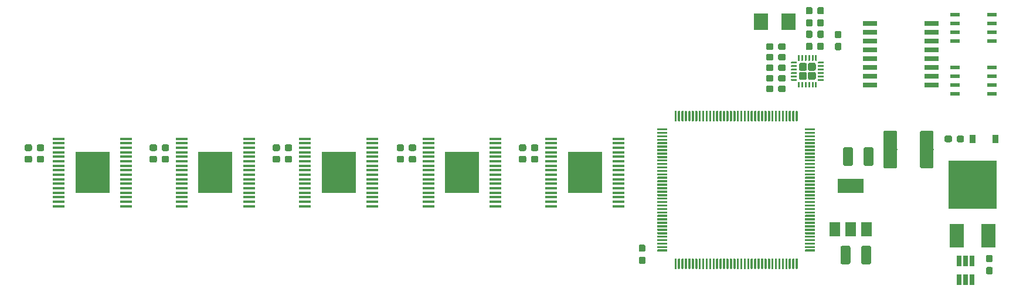
<source format=gbr>
G04 #@! TF.GenerationSoftware,KiCad,Pcbnew,5.1.4*
G04 #@! TF.CreationDate,2019-09-25T22:40:41+02:00*
G04 #@! TF.ProjectId,ETH6C20MUX,45544836-4332-4304-9d55-582e6b696361,rev?*
G04 #@! TF.SameCoordinates,Original*
G04 #@! TF.FileFunction,Paste,Top*
G04 #@! TF.FilePolarity,Positive*
%FSLAX46Y46*%
G04 Gerber Fmt 4.6, Leading zero omitted, Abs format (unit mm)*
G04 Created by KiCad (PCBNEW 5.1.4) date 2019-09-25 22:40:41*
%MOMM*%
%LPD*%
G04 APERTURE LIST*
%ADD10R,2.000000X2.400000*%
%ADD11R,5.000000X6.000000*%
%ADD12R,1.700000X0.380000*%
%ADD13R,7.000000X7.000000*%
%ADD14R,2.000000X3.500000*%
%ADD15R,1.399540X0.599440*%
%ADD16R,2.000000X0.640000*%
%ADD17C,0.100000*%
%ADD18C,0.950000*%
%ADD19C,0.300000*%
%ADD20C,1.425000*%
%ADD21R,1.500000X2.000000*%
%ADD22R,3.800000X2.000000*%
%ADD23C,0.250000*%
%ADD24C,1.130000*%
%ADD25R,0.650000X1.560000*%
%ADD26R,0.900000X1.200000*%
%ADD27C,1.975000*%
G04 APERTURE END LIST*
D10*
X172720000Y-97663000D03*
X176720000Y-97663000D03*
D11*
X147320000Y-119400000D03*
D12*
X152170000Y-122975000D03*
X152170000Y-116475000D03*
X152170000Y-114525000D03*
X152170000Y-121025000D03*
X152170000Y-121675000D03*
X152170000Y-124275000D03*
X152170000Y-117125000D03*
X152170000Y-115825000D03*
X152170000Y-123625000D03*
X152170000Y-122325000D03*
X152170000Y-118425000D03*
X152170000Y-119725000D03*
X152170000Y-117775000D03*
X152170000Y-119075000D03*
X152170000Y-115175000D03*
X152170000Y-120375000D03*
X142470000Y-124275000D03*
X142470000Y-123625000D03*
X142470000Y-122975000D03*
X142470000Y-122325000D03*
X142470000Y-121675000D03*
X142470000Y-121025000D03*
X142470000Y-120375000D03*
X142470000Y-119725000D03*
X142470000Y-119075000D03*
X142470000Y-118425000D03*
X142470000Y-117775000D03*
X142470000Y-117125000D03*
X142470000Y-116475000D03*
X142470000Y-115825000D03*
X142470000Y-115175000D03*
X142470000Y-114525000D03*
D11*
X76200000Y-119400000D03*
D12*
X81050000Y-122975000D03*
X81050000Y-116475000D03*
X81050000Y-114525000D03*
X81050000Y-121025000D03*
X81050000Y-121675000D03*
X81050000Y-124275000D03*
X81050000Y-117125000D03*
X81050000Y-115825000D03*
X81050000Y-123625000D03*
X81050000Y-122325000D03*
X81050000Y-118425000D03*
X81050000Y-119725000D03*
X81050000Y-117775000D03*
X81050000Y-119075000D03*
X81050000Y-115175000D03*
X81050000Y-120375000D03*
X71350000Y-124275000D03*
X71350000Y-123625000D03*
X71350000Y-122975000D03*
X71350000Y-122325000D03*
X71350000Y-121675000D03*
X71350000Y-121025000D03*
X71350000Y-120375000D03*
X71350000Y-119725000D03*
X71350000Y-119075000D03*
X71350000Y-118425000D03*
X71350000Y-117775000D03*
X71350000Y-117125000D03*
X71350000Y-116475000D03*
X71350000Y-115825000D03*
X71350000Y-115175000D03*
X71350000Y-114525000D03*
D11*
X129550000Y-119400000D03*
D12*
X134400000Y-122975000D03*
X134400000Y-116475000D03*
X134400000Y-114525000D03*
X134400000Y-121025000D03*
X134400000Y-121675000D03*
X134400000Y-124275000D03*
X134400000Y-117125000D03*
X134400000Y-115825000D03*
X134400000Y-123625000D03*
X134400000Y-122325000D03*
X134400000Y-118425000D03*
X134400000Y-119725000D03*
X134400000Y-117775000D03*
X134400000Y-119075000D03*
X134400000Y-115175000D03*
X134400000Y-120375000D03*
X124700000Y-124275000D03*
X124700000Y-123625000D03*
X124700000Y-122975000D03*
X124700000Y-122325000D03*
X124700000Y-121675000D03*
X124700000Y-121025000D03*
X124700000Y-120375000D03*
X124700000Y-119725000D03*
X124700000Y-119075000D03*
X124700000Y-118425000D03*
X124700000Y-117775000D03*
X124700000Y-117125000D03*
X124700000Y-116475000D03*
X124700000Y-115825000D03*
X124700000Y-115175000D03*
X124700000Y-114525000D03*
D11*
X111750000Y-119400000D03*
D12*
X116600000Y-122975000D03*
X116600000Y-116475000D03*
X116600000Y-114525000D03*
X116600000Y-121025000D03*
X116600000Y-121675000D03*
X116600000Y-124275000D03*
X116600000Y-117125000D03*
X116600000Y-115825000D03*
X116600000Y-123625000D03*
X116600000Y-122325000D03*
X116600000Y-118425000D03*
X116600000Y-119725000D03*
X116600000Y-117775000D03*
X116600000Y-119075000D03*
X116600000Y-115175000D03*
X116600000Y-120375000D03*
X106900000Y-124275000D03*
X106900000Y-123625000D03*
X106900000Y-122975000D03*
X106900000Y-122325000D03*
X106900000Y-121675000D03*
X106900000Y-121025000D03*
X106900000Y-120375000D03*
X106900000Y-119725000D03*
X106900000Y-119075000D03*
X106900000Y-118425000D03*
X106900000Y-117775000D03*
X106900000Y-117125000D03*
X106900000Y-116475000D03*
X106900000Y-115825000D03*
X106900000Y-115175000D03*
X106900000Y-114525000D03*
D11*
X93950000Y-119400000D03*
D12*
X98800000Y-122975000D03*
X98800000Y-116475000D03*
X98800000Y-114525000D03*
X98800000Y-121025000D03*
X98800000Y-121675000D03*
X98800000Y-124275000D03*
X98800000Y-117125000D03*
X98800000Y-115825000D03*
X98800000Y-123625000D03*
X98800000Y-122325000D03*
X98800000Y-118425000D03*
X98800000Y-119725000D03*
X98800000Y-117775000D03*
X98800000Y-119075000D03*
X98800000Y-115175000D03*
X98800000Y-120375000D03*
X89100000Y-124275000D03*
X89100000Y-123625000D03*
X89100000Y-122975000D03*
X89100000Y-122325000D03*
X89100000Y-121675000D03*
X89100000Y-121025000D03*
X89100000Y-120375000D03*
X89100000Y-119725000D03*
X89100000Y-119075000D03*
X89100000Y-118425000D03*
X89100000Y-117775000D03*
X89100000Y-117125000D03*
X89100000Y-116475000D03*
X89100000Y-115825000D03*
X89100000Y-115175000D03*
X89100000Y-114525000D03*
D13*
X203327000Y-121124000D03*
D14*
X205607000Y-128524000D03*
X201027000Y-128524000D03*
D15*
X206137000Y-104235000D03*
X200803000Y-104235000D03*
X206137000Y-105505000D03*
X206137000Y-106775000D03*
X206137000Y-108045000D03*
X200803000Y-105505000D03*
X200803000Y-106775000D03*
X200803000Y-108045000D03*
X206137000Y-96615000D03*
X200803000Y-96615000D03*
X206137000Y-97885000D03*
X206137000Y-99155000D03*
X206137000Y-100425000D03*
X200803000Y-97885000D03*
X200803000Y-99155000D03*
X200803000Y-100425000D03*
D16*
X188483000Y-97917000D03*
X188483000Y-99187000D03*
X188483000Y-100457000D03*
X188483000Y-101727000D03*
X188483000Y-102997000D03*
X188483000Y-104267000D03*
X188483000Y-105537000D03*
X188480700Y-106807000D03*
X197343000Y-106807000D03*
X197343000Y-105537000D03*
X197343000Y-104241600D03*
X197343000Y-102971600D03*
X197343000Y-101701600D03*
X197343000Y-100431600D03*
X197343000Y-99161600D03*
X197343000Y-97891600D03*
D17*
G36*
X138627779Y-117001144D02*
G01*
X138650834Y-117004563D01*
X138673443Y-117010227D01*
X138695387Y-117018079D01*
X138716457Y-117028044D01*
X138736448Y-117040026D01*
X138755168Y-117053910D01*
X138772438Y-117069562D01*
X138788090Y-117086832D01*
X138801974Y-117105552D01*
X138813956Y-117125543D01*
X138823921Y-117146613D01*
X138831773Y-117168557D01*
X138837437Y-117191166D01*
X138840856Y-117214221D01*
X138842000Y-117237500D01*
X138842000Y-117712500D01*
X138840856Y-117735779D01*
X138837437Y-117758834D01*
X138831773Y-117781443D01*
X138823921Y-117803387D01*
X138813956Y-117824457D01*
X138801974Y-117844448D01*
X138788090Y-117863168D01*
X138772438Y-117880438D01*
X138755168Y-117896090D01*
X138736448Y-117909974D01*
X138716457Y-117921956D01*
X138695387Y-117931921D01*
X138673443Y-117939773D01*
X138650834Y-117945437D01*
X138627779Y-117948856D01*
X138604500Y-117950000D01*
X138029500Y-117950000D01*
X138006221Y-117948856D01*
X137983166Y-117945437D01*
X137960557Y-117939773D01*
X137938613Y-117931921D01*
X137917543Y-117921956D01*
X137897552Y-117909974D01*
X137878832Y-117896090D01*
X137861562Y-117880438D01*
X137845910Y-117863168D01*
X137832026Y-117844448D01*
X137820044Y-117824457D01*
X137810079Y-117803387D01*
X137802227Y-117781443D01*
X137796563Y-117758834D01*
X137793144Y-117735779D01*
X137792000Y-117712500D01*
X137792000Y-117237500D01*
X137793144Y-117214221D01*
X137796563Y-117191166D01*
X137802227Y-117168557D01*
X137810079Y-117146613D01*
X137820044Y-117125543D01*
X137832026Y-117105552D01*
X137845910Y-117086832D01*
X137861562Y-117069562D01*
X137878832Y-117053910D01*
X137897552Y-117040026D01*
X137917543Y-117028044D01*
X137938613Y-117018079D01*
X137960557Y-117010227D01*
X137983166Y-117004563D01*
X138006221Y-117001144D01*
X138029500Y-117000000D01*
X138604500Y-117000000D01*
X138627779Y-117001144D01*
X138627779Y-117001144D01*
G37*
D18*
X138317000Y-117475000D03*
D17*
G36*
X140377779Y-117001144D02*
G01*
X140400834Y-117004563D01*
X140423443Y-117010227D01*
X140445387Y-117018079D01*
X140466457Y-117028044D01*
X140486448Y-117040026D01*
X140505168Y-117053910D01*
X140522438Y-117069562D01*
X140538090Y-117086832D01*
X140551974Y-117105552D01*
X140563956Y-117125543D01*
X140573921Y-117146613D01*
X140581773Y-117168557D01*
X140587437Y-117191166D01*
X140590856Y-117214221D01*
X140592000Y-117237500D01*
X140592000Y-117712500D01*
X140590856Y-117735779D01*
X140587437Y-117758834D01*
X140581773Y-117781443D01*
X140573921Y-117803387D01*
X140563956Y-117824457D01*
X140551974Y-117844448D01*
X140538090Y-117863168D01*
X140522438Y-117880438D01*
X140505168Y-117896090D01*
X140486448Y-117909974D01*
X140466457Y-117921956D01*
X140445387Y-117931921D01*
X140423443Y-117939773D01*
X140400834Y-117945437D01*
X140377779Y-117948856D01*
X140354500Y-117950000D01*
X139779500Y-117950000D01*
X139756221Y-117948856D01*
X139733166Y-117945437D01*
X139710557Y-117939773D01*
X139688613Y-117931921D01*
X139667543Y-117921956D01*
X139647552Y-117909974D01*
X139628832Y-117896090D01*
X139611562Y-117880438D01*
X139595910Y-117863168D01*
X139582026Y-117844448D01*
X139570044Y-117824457D01*
X139560079Y-117803387D01*
X139552227Y-117781443D01*
X139546563Y-117758834D01*
X139543144Y-117735779D01*
X139542000Y-117712500D01*
X139542000Y-117237500D01*
X139543144Y-117214221D01*
X139546563Y-117191166D01*
X139552227Y-117168557D01*
X139560079Y-117146613D01*
X139570044Y-117125543D01*
X139582026Y-117105552D01*
X139595910Y-117086832D01*
X139611562Y-117069562D01*
X139628832Y-117053910D01*
X139647552Y-117040026D01*
X139667543Y-117028044D01*
X139688613Y-117018079D01*
X139710557Y-117010227D01*
X139733166Y-117004563D01*
X139756221Y-117001144D01*
X139779500Y-117000000D01*
X140354500Y-117000000D01*
X140377779Y-117001144D01*
X140377779Y-117001144D01*
G37*
D18*
X140067000Y-117475000D03*
D17*
G36*
X103067779Y-117001144D02*
G01*
X103090834Y-117004563D01*
X103113443Y-117010227D01*
X103135387Y-117018079D01*
X103156457Y-117028044D01*
X103176448Y-117040026D01*
X103195168Y-117053910D01*
X103212438Y-117069562D01*
X103228090Y-117086832D01*
X103241974Y-117105552D01*
X103253956Y-117125543D01*
X103263921Y-117146613D01*
X103271773Y-117168557D01*
X103277437Y-117191166D01*
X103280856Y-117214221D01*
X103282000Y-117237500D01*
X103282000Y-117712500D01*
X103280856Y-117735779D01*
X103277437Y-117758834D01*
X103271773Y-117781443D01*
X103263921Y-117803387D01*
X103253956Y-117824457D01*
X103241974Y-117844448D01*
X103228090Y-117863168D01*
X103212438Y-117880438D01*
X103195168Y-117896090D01*
X103176448Y-117909974D01*
X103156457Y-117921956D01*
X103135387Y-117931921D01*
X103113443Y-117939773D01*
X103090834Y-117945437D01*
X103067779Y-117948856D01*
X103044500Y-117950000D01*
X102469500Y-117950000D01*
X102446221Y-117948856D01*
X102423166Y-117945437D01*
X102400557Y-117939773D01*
X102378613Y-117931921D01*
X102357543Y-117921956D01*
X102337552Y-117909974D01*
X102318832Y-117896090D01*
X102301562Y-117880438D01*
X102285910Y-117863168D01*
X102272026Y-117844448D01*
X102260044Y-117824457D01*
X102250079Y-117803387D01*
X102242227Y-117781443D01*
X102236563Y-117758834D01*
X102233144Y-117735779D01*
X102232000Y-117712500D01*
X102232000Y-117237500D01*
X102233144Y-117214221D01*
X102236563Y-117191166D01*
X102242227Y-117168557D01*
X102250079Y-117146613D01*
X102260044Y-117125543D01*
X102272026Y-117105552D01*
X102285910Y-117086832D01*
X102301562Y-117069562D01*
X102318832Y-117053910D01*
X102337552Y-117040026D01*
X102357543Y-117028044D01*
X102378613Y-117018079D01*
X102400557Y-117010227D01*
X102423166Y-117004563D01*
X102446221Y-117001144D01*
X102469500Y-117000000D01*
X103044500Y-117000000D01*
X103067779Y-117001144D01*
X103067779Y-117001144D01*
G37*
D18*
X102757000Y-117475000D03*
D17*
G36*
X104817779Y-117001144D02*
G01*
X104840834Y-117004563D01*
X104863443Y-117010227D01*
X104885387Y-117018079D01*
X104906457Y-117028044D01*
X104926448Y-117040026D01*
X104945168Y-117053910D01*
X104962438Y-117069562D01*
X104978090Y-117086832D01*
X104991974Y-117105552D01*
X105003956Y-117125543D01*
X105013921Y-117146613D01*
X105021773Y-117168557D01*
X105027437Y-117191166D01*
X105030856Y-117214221D01*
X105032000Y-117237500D01*
X105032000Y-117712500D01*
X105030856Y-117735779D01*
X105027437Y-117758834D01*
X105021773Y-117781443D01*
X105013921Y-117803387D01*
X105003956Y-117824457D01*
X104991974Y-117844448D01*
X104978090Y-117863168D01*
X104962438Y-117880438D01*
X104945168Y-117896090D01*
X104926448Y-117909974D01*
X104906457Y-117921956D01*
X104885387Y-117931921D01*
X104863443Y-117939773D01*
X104840834Y-117945437D01*
X104817779Y-117948856D01*
X104794500Y-117950000D01*
X104219500Y-117950000D01*
X104196221Y-117948856D01*
X104173166Y-117945437D01*
X104150557Y-117939773D01*
X104128613Y-117931921D01*
X104107543Y-117921956D01*
X104087552Y-117909974D01*
X104068832Y-117896090D01*
X104051562Y-117880438D01*
X104035910Y-117863168D01*
X104022026Y-117844448D01*
X104010044Y-117824457D01*
X104000079Y-117803387D01*
X103992227Y-117781443D01*
X103986563Y-117758834D01*
X103983144Y-117735779D01*
X103982000Y-117712500D01*
X103982000Y-117237500D01*
X103983144Y-117214221D01*
X103986563Y-117191166D01*
X103992227Y-117168557D01*
X104000079Y-117146613D01*
X104010044Y-117125543D01*
X104022026Y-117105552D01*
X104035910Y-117086832D01*
X104051562Y-117069562D01*
X104068832Y-117053910D01*
X104087552Y-117040026D01*
X104107543Y-117028044D01*
X104128613Y-117018079D01*
X104150557Y-117010227D01*
X104173166Y-117004563D01*
X104196221Y-117001144D01*
X104219500Y-117000000D01*
X104794500Y-117000000D01*
X104817779Y-117001144D01*
X104817779Y-117001144D01*
G37*
D18*
X104507000Y-117475000D03*
D17*
G36*
X120974779Y-117001144D02*
G01*
X120997834Y-117004563D01*
X121020443Y-117010227D01*
X121042387Y-117018079D01*
X121063457Y-117028044D01*
X121083448Y-117040026D01*
X121102168Y-117053910D01*
X121119438Y-117069562D01*
X121135090Y-117086832D01*
X121148974Y-117105552D01*
X121160956Y-117125543D01*
X121170921Y-117146613D01*
X121178773Y-117168557D01*
X121184437Y-117191166D01*
X121187856Y-117214221D01*
X121189000Y-117237500D01*
X121189000Y-117712500D01*
X121187856Y-117735779D01*
X121184437Y-117758834D01*
X121178773Y-117781443D01*
X121170921Y-117803387D01*
X121160956Y-117824457D01*
X121148974Y-117844448D01*
X121135090Y-117863168D01*
X121119438Y-117880438D01*
X121102168Y-117896090D01*
X121083448Y-117909974D01*
X121063457Y-117921956D01*
X121042387Y-117931921D01*
X121020443Y-117939773D01*
X120997834Y-117945437D01*
X120974779Y-117948856D01*
X120951500Y-117950000D01*
X120376500Y-117950000D01*
X120353221Y-117948856D01*
X120330166Y-117945437D01*
X120307557Y-117939773D01*
X120285613Y-117931921D01*
X120264543Y-117921956D01*
X120244552Y-117909974D01*
X120225832Y-117896090D01*
X120208562Y-117880438D01*
X120192910Y-117863168D01*
X120179026Y-117844448D01*
X120167044Y-117824457D01*
X120157079Y-117803387D01*
X120149227Y-117781443D01*
X120143563Y-117758834D01*
X120140144Y-117735779D01*
X120139000Y-117712500D01*
X120139000Y-117237500D01*
X120140144Y-117214221D01*
X120143563Y-117191166D01*
X120149227Y-117168557D01*
X120157079Y-117146613D01*
X120167044Y-117125543D01*
X120179026Y-117105552D01*
X120192910Y-117086832D01*
X120208562Y-117069562D01*
X120225832Y-117053910D01*
X120244552Y-117040026D01*
X120264543Y-117028044D01*
X120285613Y-117018079D01*
X120307557Y-117010227D01*
X120330166Y-117004563D01*
X120353221Y-117001144D01*
X120376500Y-117000000D01*
X120951500Y-117000000D01*
X120974779Y-117001144D01*
X120974779Y-117001144D01*
G37*
D18*
X120664000Y-117475000D03*
D17*
G36*
X122724779Y-117001144D02*
G01*
X122747834Y-117004563D01*
X122770443Y-117010227D01*
X122792387Y-117018079D01*
X122813457Y-117028044D01*
X122833448Y-117040026D01*
X122852168Y-117053910D01*
X122869438Y-117069562D01*
X122885090Y-117086832D01*
X122898974Y-117105552D01*
X122910956Y-117125543D01*
X122920921Y-117146613D01*
X122928773Y-117168557D01*
X122934437Y-117191166D01*
X122937856Y-117214221D01*
X122939000Y-117237500D01*
X122939000Y-117712500D01*
X122937856Y-117735779D01*
X122934437Y-117758834D01*
X122928773Y-117781443D01*
X122920921Y-117803387D01*
X122910956Y-117824457D01*
X122898974Y-117844448D01*
X122885090Y-117863168D01*
X122869438Y-117880438D01*
X122852168Y-117896090D01*
X122833448Y-117909974D01*
X122813457Y-117921956D01*
X122792387Y-117931921D01*
X122770443Y-117939773D01*
X122747834Y-117945437D01*
X122724779Y-117948856D01*
X122701500Y-117950000D01*
X122126500Y-117950000D01*
X122103221Y-117948856D01*
X122080166Y-117945437D01*
X122057557Y-117939773D01*
X122035613Y-117931921D01*
X122014543Y-117921956D01*
X121994552Y-117909974D01*
X121975832Y-117896090D01*
X121958562Y-117880438D01*
X121942910Y-117863168D01*
X121929026Y-117844448D01*
X121917044Y-117824457D01*
X121907079Y-117803387D01*
X121899227Y-117781443D01*
X121893563Y-117758834D01*
X121890144Y-117735779D01*
X121889000Y-117712500D01*
X121889000Y-117237500D01*
X121890144Y-117214221D01*
X121893563Y-117191166D01*
X121899227Y-117168557D01*
X121907079Y-117146613D01*
X121917044Y-117125543D01*
X121929026Y-117105552D01*
X121942910Y-117086832D01*
X121958562Y-117069562D01*
X121975832Y-117053910D01*
X121994552Y-117040026D01*
X122014543Y-117028044D01*
X122035613Y-117018079D01*
X122057557Y-117010227D01*
X122080166Y-117004563D01*
X122103221Y-117001144D01*
X122126500Y-117000000D01*
X122701500Y-117000000D01*
X122724779Y-117001144D01*
X122724779Y-117001144D01*
G37*
D18*
X122414000Y-117475000D03*
D17*
G36*
X85287779Y-117001144D02*
G01*
X85310834Y-117004563D01*
X85333443Y-117010227D01*
X85355387Y-117018079D01*
X85376457Y-117028044D01*
X85396448Y-117040026D01*
X85415168Y-117053910D01*
X85432438Y-117069562D01*
X85448090Y-117086832D01*
X85461974Y-117105552D01*
X85473956Y-117125543D01*
X85483921Y-117146613D01*
X85491773Y-117168557D01*
X85497437Y-117191166D01*
X85500856Y-117214221D01*
X85502000Y-117237500D01*
X85502000Y-117712500D01*
X85500856Y-117735779D01*
X85497437Y-117758834D01*
X85491773Y-117781443D01*
X85483921Y-117803387D01*
X85473956Y-117824457D01*
X85461974Y-117844448D01*
X85448090Y-117863168D01*
X85432438Y-117880438D01*
X85415168Y-117896090D01*
X85396448Y-117909974D01*
X85376457Y-117921956D01*
X85355387Y-117931921D01*
X85333443Y-117939773D01*
X85310834Y-117945437D01*
X85287779Y-117948856D01*
X85264500Y-117950000D01*
X84689500Y-117950000D01*
X84666221Y-117948856D01*
X84643166Y-117945437D01*
X84620557Y-117939773D01*
X84598613Y-117931921D01*
X84577543Y-117921956D01*
X84557552Y-117909974D01*
X84538832Y-117896090D01*
X84521562Y-117880438D01*
X84505910Y-117863168D01*
X84492026Y-117844448D01*
X84480044Y-117824457D01*
X84470079Y-117803387D01*
X84462227Y-117781443D01*
X84456563Y-117758834D01*
X84453144Y-117735779D01*
X84452000Y-117712500D01*
X84452000Y-117237500D01*
X84453144Y-117214221D01*
X84456563Y-117191166D01*
X84462227Y-117168557D01*
X84470079Y-117146613D01*
X84480044Y-117125543D01*
X84492026Y-117105552D01*
X84505910Y-117086832D01*
X84521562Y-117069562D01*
X84538832Y-117053910D01*
X84557552Y-117040026D01*
X84577543Y-117028044D01*
X84598613Y-117018079D01*
X84620557Y-117010227D01*
X84643166Y-117004563D01*
X84666221Y-117001144D01*
X84689500Y-117000000D01*
X85264500Y-117000000D01*
X85287779Y-117001144D01*
X85287779Y-117001144D01*
G37*
D18*
X84977000Y-117475000D03*
D17*
G36*
X87037779Y-117001144D02*
G01*
X87060834Y-117004563D01*
X87083443Y-117010227D01*
X87105387Y-117018079D01*
X87126457Y-117028044D01*
X87146448Y-117040026D01*
X87165168Y-117053910D01*
X87182438Y-117069562D01*
X87198090Y-117086832D01*
X87211974Y-117105552D01*
X87223956Y-117125543D01*
X87233921Y-117146613D01*
X87241773Y-117168557D01*
X87247437Y-117191166D01*
X87250856Y-117214221D01*
X87252000Y-117237500D01*
X87252000Y-117712500D01*
X87250856Y-117735779D01*
X87247437Y-117758834D01*
X87241773Y-117781443D01*
X87233921Y-117803387D01*
X87223956Y-117824457D01*
X87211974Y-117844448D01*
X87198090Y-117863168D01*
X87182438Y-117880438D01*
X87165168Y-117896090D01*
X87146448Y-117909974D01*
X87126457Y-117921956D01*
X87105387Y-117931921D01*
X87083443Y-117939773D01*
X87060834Y-117945437D01*
X87037779Y-117948856D01*
X87014500Y-117950000D01*
X86439500Y-117950000D01*
X86416221Y-117948856D01*
X86393166Y-117945437D01*
X86370557Y-117939773D01*
X86348613Y-117931921D01*
X86327543Y-117921956D01*
X86307552Y-117909974D01*
X86288832Y-117896090D01*
X86271562Y-117880438D01*
X86255910Y-117863168D01*
X86242026Y-117844448D01*
X86230044Y-117824457D01*
X86220079Y-117803387D01*
X86212227Y-117781443D01*
X86206563Y-117758834D01*
X86203144Y-117735779D01*
X86202000Y-117712500D01*
X86202000Y-117237500D01*
X86203144Y-117214221D01*
X86206563Y-117191166D01*
X86212227Y-117168557D01*
X86220079Y-117146613D01*
X86230044Y-117125543D01*
X86242026Y-117105552D01*
X86255910Y-117086832D01*
X86271562Y-117069562D01*
X86288832Y-117053910D01*
X86307552Y-117040026D01*
X86327543Y-117028044D01*
X86348613Y-117018079D01*
X86370557Y-117010227D01*
X86393166Y-117004563D01*
X86416221Y-117001144D01*
X86439500Y-117000000D01*
X87014500Y-117000000D01*
X87037779Y-117001144D01*
X87037779Y-117001144D01*
G37*
D18*
X86727000Y-117475000D03*
D17*
G36*
X67253779Y-117001144D02*
G01*
X67276834Y-117004563D01*
X67299443Y-117010227D01*
X67321387Y-117018079D01*
X67342457Y-117028044D01*
X67362448Y-117040026D01*
X67381168Y-117053910D01*
X67398438Y-117069562D01*
X67414090Y-117086832D01*
X67427974Y-117105552D01*
X67439956Y-117125543D01*
X67449921Y-117146613D01*
X67457773Y-117168557D01*
X67463437Y-117191166D01*
X67466856Y-117214221D01*
X67468000Y-117237500D01*
X67468000Y-117712500D01*
X67466856Y-117735779D01*
X67463437Y-117758834D01*
X67457773Y-117781443D01*
X67449921Y-117803387D01*
X67439956Y-117824457D01*
X67427974Y-117844448D01*
X67414090Y-117863168D01*
X67398438Y-117880438D01*
X67381168Y-117896090D01*
X67362448Y-117909974D01*
X67342457Y-117921956D01*
X67321387Y-117931921D01*
X67299443Y-117939773D01*
X67276834Y-117945437D01*
X67253779Y-117948856D01*
X67230500Y-117950000D01*
X66655500Y-117950000D01*
X66632221Y-117948856D01*
X66609166Y-117945437D01*
X66586557Y-117939773D01*
X66564613Y-117931921D01*
X66543543Y-117921956D01*
X66523552Y-117909974D01*
X66504832Y-117896090D01*
X66487562Y-117880438D01*
X66471910Y-117863168D01*
X66458026Y-117844448D01*
X66446044Y-117824457D01*
X66436079Y-117803387D01*
X66428227Y-117781443D01*
X66422563Y-117758834D01*
X66419144Y-117735779D01*
X66418000Y-117712500D01*
X66418000Y-117237500D01*
X66419144Y-117214221D01*
X66422563Y-117191166D01*
X66428227Y-117168557D01*
X66436079Y-117146613D01*
X66446044Y-117125543D01*
X66458026Y-117105552D01*
X66471910Y-117086832D01*
X66487562Y-117069562D01*
X66504832Y-117053910D01*
X66523552Y-117040026D01*
X66543543Y-117028044D01*
X66564613Y-117018079D01*
X66586557Y-117010227D01*
X66609166Y-117004563D01*
X66632221Y-117001144D01*
X66655500Y-117000000D01*
X67230500Y-117000000D01*
X67253779Y-117001144D01*
X67253779Y-117001144D01*
G37*
D18*
X66943000Y-117475000D03*
D17*
G36*
X69003779Y-117001144D02*
G01*
X69026834Y-117004563D01*
X69049443Y-117010227D01*
X69071387Y-117018079D01*
X69092457Y-117028044D01*
X69112448Y-117040026D01*
X69131168Y-117053910D01*
X69148438Y-117069562D01*
X69164090Y-117086832D01*
X69177974Y-117105552D01*
X69189956Y-117125543D01*
X69199921Y-117146613D01*
X69207773Y-117168557D01*
X69213437Y-117191166D01*
X69216856Y-117214221D01*
X69218000Y-117237500D01*
X69218000Y-117712500D01*
X69216856Y-117735779D01*
X69213437Y-117758834D01*
X69207773Y-117781443D01*
X69199921Y-117803387D01*
X69189956Y-117824457D01*
X69177974Y-117844448D01*
X69164090Y-117863168D01*
X69148438Y-117880438D01*
X69131168Y-117896090D01*
X69112448Y-117909974D01*
X69092457Y-117921956D01*
X69071387Y-117931921D01*
X69049443Y-117939773D01*
X69026834Y-117945437D01*
X69003779Y-117948856D01*
X68980500Y-117950000D01*
X68405500Y-117950000D01*
X68382221Y-117948856D01*
X68359166Y-117945437D01*
X68336557Y-117939773D01*
X68314613Y-117931921D01*
X68293543Y-117921956D01*
X68273552Y-117909974D01*
X68254832Y-117896090D01*
X68237562Y-117880438D01*
X68221910Y-117863168D01*
X68208026Y-117844448D01*
X68196044Y-117824457D01*
X68186079Y-117803387D01*
X68178227Y-117781443D01*
X68172563Y-117758834D01*
X68169144Y-117735779D01*
X68168000Y-117712500D01*
X68168000Y-117237500D01*
X68169144Y-117214221D01*
X68172563Y-117191166D01*
X68178227Y-117168557D01*
X68186079Y-117146613D01*
X68196044Y-117125543D01*
X68208026Y-117105552D01*
X68221910Y-117086832D01*
X68237562Y-117069562D01*
X68254832Y-117053910D01*
X68273552Y-117040026D01*
X68293543Y-117028044D01*
X68314613Y-117018079D01*
X68336557Y-117010227D01*
X68359166Y-117004563D01*
X68382221Y-117001144D01*
X68405500Y-117000000D01*
X68980500Y-117000000D01*
X69003779Y-117001144D01*
X69003779Y-117001144D01*
G37*
D18*
X68693000Y-117475000D03*
D17*
G36*
X138627779Y-115350144D02*
G01*
X138650834Y-115353563D01*
X138673443Y-115359227D01*
X138695387Y-115367079D01*
X138716457Y-115377044D01*
X138736448Y-115389026D01*
X138755168Y-115402910D01*
X138772438Y-115418562D01*
X138788090Y-115435832D01*
X138801974Y-115454552D01*
X138813956Y-115474543D01*
X138823921Y-115495613D01*
X138831773Y-115517557D01*
X138837437Y-115540166D01*
X138840856Y-115563221D01*
X138842000Y-115586500D01*
X138842000Y-116061500D01*
X138840856Y-116084779D01*
X138837437Y-116107834D01*
X138831773Y-116130443D01*
X138823921Y-116152387D01*
X138813956Y-116173457D01*
X138801974Y-116193448D01*
X138788090Y-116212168D01*
X138772438Y-116229438D01*
X138755168Y-116245090D01*
X138736448Y-116258974D01*
X138716457Y-116270956D01*
X138695387Y-116280921D01*
X138673443Y-116288773D01*
X138650834Y-116294437D01*
X138627779Y-116297856D01*
X138604500Y-116299000D01*
X138029500Y-116299000D01*
X138006221Y-116297856D01*
X137983166Y-116294437D01*
X137960557Y-116288773D01*
X137938613Y-116280921D01*
X137917543Y-116270956D01*
X137897552Y-116258974D01*
X137878832Y-116245090D01*
X137861562Y-116229438D01*
X137845910Y-116212168D01*
X137832026Y-116193448D01*
X137820044Y-116173457D01*
X137810079Y-116152387D01*
X137802227Y-116130443D01*
X137796563Y-116107834D01*
X137793144Y-116084779D01*
X137792000Y-116061500D01*
X137792000Y-115586500D01*
X137793144Y-115563221D01*
X137796563Y-115540166D01*
X137802227Y-115517557D01*
X137810079Y-115495613D01*
X137820044Y-115474543D01*
X137832026Y-115454552D01*
X137845910Y-115435832D01*
X137861562Y-115418562D01*
X137878832Y-115402910D01*
X137897552Y-115389026D01*
X137917543Y-115377044D01*
X137938613Y-115367079D01*
X137960557Y-115359227D01*
X137983166Y-115353563D01*
X138006221Y-115350144D01*
X138029500Y-115349000D01*
X138604500Y-115349000D01*
X138627779Y-115350144D01*
X138627779Y-115350144D01*
G37*
D18*
X138317000Y-115824000D03*
D17*
G36*
X140377779Y-115350144D02*
G01*
X140400834Y-115353563D01*
X140423443Y-115359227D01*
X140445387Y-115367079D01*
X140466457Y-115377044D01*
X140486448Y-115389026D01*
X140505168Y-115402910D01*
X140522438Y-115418562D01*
X140538090Y-115435832D01*
X140551974Y-115454552D01*
X140563956Y-115474543D01*
X140573921Y-115495613D01*
X140581773Y-115517557D01*
X140587437Y-115540166D01*
X140590856Y-115563221D01*
X140592000Y-115586500D01*
X140592000Y-116061500D01*
X140590856Y-116084779D01*
X140587437Y-116107834D01*
X140581773Y-116130443D01*
X140573921Y-116152387D01*
X140563956Y-116173457D01*
X140551974Y-116193448D01*
X140538090Y-116212168D01*
X140522438Y-116229438D01*
X140505168Y-116245090D01*
X140486448Y-116258974D01*
X140466457Y-116270956D01*
X140445387Y-116280921D01*
X140423443Y-116288773D01*
X140400834Y-116294437D01*
X140377779Y-116297856D01*
X140354500Y-116299000D01*
X139779500Y-116299000D01*
X139756221Y-116297856D01*
X139733166Y-116294437D01*
X139710557Y-116288773D01*
X139688613Y-116280921D01*
X139667543Y-116270956D01*
X139647552Y-116258974D01*
X139628832Y-116245090D01*
X139611562Y-116229438D01*
X139595910Y-116212168D01*
X139582026Y-116193448D01*
X139570044Y-116173457D01*
X139560079Y-116152387D01*
X139552227Y-116130443D01*
X139546563Y-116107834D01*
X139543144Y-116084779D01*
X139542000Y-116061500D01*
X139542000Y-115586500D01*
X139543144Y-115563221D01*
X139546563Y-115540166D01*
X139552227Y-115517557D01*
X139560079Y-115495613D01*
X139570044Y-115474543D01*
X139582026Y-115454552D01*
X139595910Y-115435832D01*
X139611562Y-115418562D01*
X139628832Y-115402910D01*
X139647552Y-115389026D01*
X139667543Y-115377044D01*
X139688613Y-115367079D01*
X139710557Y-115359227D01*
X139733166Y-115353563D01*
X139756221Y-115350144D01*
X139779500Y-115349000D01*
X140354500Y-115349000D01*
X140377779Y-115350144D01*
X140377779Y-115350144D01*
G37*
D18*
X140067000Y-115824000D03*
D17*
G36*
X120974779Y-115350144D02*
G01*
X120997834Y-115353563D01*
X121020443Y-115359227D01*
X121042387Y-115367079D01*
X121063457Y-115377044D01*
X121083448Y-115389026D01*
X121102168Y-115402910D01*
X121119438Y-115418562D01*
X121135090Y-115435832D01*
X121148974Y-115454552D01*
X121160956Y-115474543D01*
X121170921Y-115495613D01*
X121178773Y-115517557D01*
X121184437Y-115540166D01*
X121187856Y-115563221D01*
X121189000Y-115586500D01*
X121189000Y-116061500D01*
X121187856Y-116084779D01*
X121184437Y-116107834D01*
X121178773Y-116130443D01*
X121170921Y-116152387D01*
X121160956Y-116173457D01*
X121148974Y-116193448D01*
X121135090Y-116212168D01*
X121119438Y-116229438D01*
X121102168Y-116245090D01*
X121083448Y-116258974D01*
X121063457Y-116270956D01*
X121042387Y-116280921D01*
X121020443Y-116288773D01*
X120997834Y-116294437D01*
X120974779Y-116297856D01*
X120951500Y-116299000D01*
X120376500Y-116299000D01*
X120353221Y-116297856D01*
X120330166Y-116294437D01*
X120307557Y-116288773D01*
X120285613Y-116280921D01*
X120264543Y-116270956D01*
X120244552Y-116258974D01*
X120225832Y-116245090D01*
X120208562Y-116229438D01*
X120192910Y-116212168D01*
X120179026Y-116193448D01*
X120167044Y-116173457D01*
X120157079Y-116152387D01*
X120149227Y-116130443D01*
X120143563Y-116107834D01*
X120140144Y-116084779D01*
X120139000Y-116061500D01*
X120139000Y-115586500D01*
X120140144Y-115563221D01*
X120143563Y-115540166D01*
X120149227Y-115517557D01*
X120157079Y-115495613D01*
X120167044Y-115474543D01*
X120179026Y-115454552D01*
X120192910Y-115435832D01*
X120208562Y-115418562D01*
X120225832Y-115402910D01*
X120244552Y-115389026D01*
X120264543Y-115377044D01*
X120285613Y-115367079D01*
X120307557Y-115359227D01*
X120330166Y-115353563D01*
X120353221Y-115350144D01*
X120376500Y-115349000D01*
X120951500Y-115349000D01*
X120974779Y-115350144D01*
X120974779Y-115350144D01*
G37*
D18*
X120664000Y-115824000D03*
D17*
G36*
X122724779Y-115350144D02*
G01*
X122747834Y-115353563D01*
X122770443Y-115359227D01*
X122792387Y-115367079D01*
X122813457Y-115377044D01*
X122833448Y-115389026D01*
X122852168Y-115402910D01*
X122869438Y-115418562D01*
X122885090Y-115435832D01*
X122898974Y-115454552D01*
X122910956Y-115474543D01*
X122920921Y-115495613D01*
X122928773Y-115517557D01*
X122934437Y-115540166D01*
X122937856Y-115563221D01*
X122939000Y-115586500D01*
X122939000Y-116061500D01*
X122937856Y-116084779D01*
X122934437Y-116107834D01*
X122928773Y-116130443D01*
X122920921Y-116152387D01*
X122910956Y-116173457D01*
X122898974Y-116193448D01*
X122885090Y-116212168D01*
X122869438Y-116229438D01*
X122852168Y-116245090D01*
X122833448Y-116258974D01*
X122813457Y-116270956D01*
X122792387Y-116280921D01*
X122770443Y-116288773D01*
X122747834Y-116294437D01*
X122724779Y-116297856D01*
X122701500Y-116299000D01*
X122126500Y-116299000D01*
X122103221Y-116297856D01*
X122080166Y-116294437D01*
X122057557Y-116288773D01*
X122035613Y-116280921D01*
X122014543Y-116270956D01*
X121994552Y-116258974D01*
X121975832Y-116245090D01*
X121958562Y-116229438D01*
X121942910Y-116212168D01*
X121929026Y-116193448D01*
X121917044Y-116173457D01*
X121907079Y-116152387D01*
X121899227Y-116130443D01*
X121893563Y-116107834D01*
X121890144Y-116084779D01*
X121889000Y-116061500D01*
X121889000Y-115586500D01*
X121890144Y-115563221D01*
X121893563Y-115540166D01*
X121899227Y-115517557D01*
X121907079Y-115495613D01*
X121917044Y-115474543D01*
X121929026Y-115454552D01*
X121942910Y-115435832D01*
X121958562Y-115418562D01*
X121975832Y-115402910D01*
X121994552Y-115389026D01*
X122014543Y-115377044D01*
X122035613Y-115367079D01*
X122057557Y-115359227D01*
X122080166Y-115353563D01*
X122103221Y-115350144D01*
X122126500Y-115349000D01*
X122701500Y-115349000D01*
X122724779Y-115350144D01*
X122724779Y-115350144D01*
G37*
D18*
X122414000Y-115824000D03*
D17*
G36*
X103067779Y-115350144D02*
G01*
X103090834Y-115353563D01*
X103113443Y-115359227D01*
X103135387Y-115367079D01*
X103156457Y-115377044D01*
X103176448Y-115389026D01*
X103195168Y-115402910D01*
X103212438Y-115418562D01*
X103228090Y-115435832D01*
X103241974Y-115454552D01*
X103253956Y-115474543D01*
X103263921Y-115495613D01*
X103271773Y-115517557D01*
X103277437Y-115540166D01*
X103280856Y-115563221D01*
X103282000Y-115586500D01*
X103282000Y-116061500D01*
X103280856Y-116084779D01*
X103277437Y-116107834D01*
X103271773Y-116130443D01*
X103263921Y-116152387D01*
X103253956Y-116173457D01*
X103241974Y-116193448D01*
X103228090Y-116212168D01*
X103212438Y-116229438D01*
X103195168Y-116245090D01*
X103176448Y-116258974D01*
X103156457Y-116270956D01*
X103135387Y-116280921D01*
X103113443Y-116288773D01*
X103090834Y-116294437D01*
X103067779Y-116297856D01*
X103044500Y-116299000D01*
X102469500Y-116299000D01*
X102446221Y-116297856D01*
X102423166Y-116294437D01*
X102400557Y-116288773D01*
X102378613Y-116280921D01*
X102357543Y-116270956D01*
X102337552Y-116258974D01*
X102318832Y-116245090D01*
X102301562Y-116229438D01*
X102285910Y-116212168D01*
X102272026Y-116193448D01*
X102260044Y-116173457D01*
X102250079Y-116152387D01*
X102242227Y-116130443D01*
X102236563Y-116107834D01*
X102233144Y-116084779D01*
X102232000Y-116061500D01*
X102232000Y-115586500D01*
X102233144Y-115563221D01*
X102236563Y-115540166D01*
X102242227Y-115517557D01*
X102250079Y-115495613D01*
X102260044Y-115474543D01*
X102272026Y-115454552D01*
X102285910Y-115435832D01*
X102301562Y-115418562D01*
X102318832Y-115402910D01*
X102337552Y-115389026D01*
X102357543Y-115377044D01*
X102378613Y-115367079D01*
X102400557Y-115359227D01*
X102423166Y-115353563D01*
X102446221Y-115350144D01*
X102469500Y-115349000D01*
X103044500Y-115349000D01*
X103067779Y-115350144D01*
X103067779Y-115350144D01*
G37*
D18*
X102757000Y-115824000D03*
D17*
G36*
X104817779Y-115350144D02*
G01*
X104840834Y-115353563D01*
X104863443Y-115359227D01*
X104885387Y-115367079D01*
X104906457Y-115377044D01*
X104926448Y-115389026D01*
X104945168Y-115402910D01*
X104962438Y-115418562D01*
X104978090Y-115435832D01*
X104991974Y-115454552D01*
X105003956Y-115474543D01*
X105013921Y-115495613D01*
X105021773Y-115517557D01*
X105027437Y-115540166D01*
X105030856Y-115563221D01*
X105032000Y-115586500D01*
X105032000Y-116061500D01*
X105030856Y-116084779D01*
X105027437Y-116107834D01*
X105021773Y-116130443D01*
X105013921Y-116152387D01*
X105003956Y-116173457D01*
X104991974Y-116193448D01*
X104978090Y-116212168D01*
X104962438Y-116229438D01*
X104945168Y-116245090D01*
X104926448Y-116258974D01*
X104906457Y-116270956D01*
X104885387Y-116280921D01*
X104863443Y-116288773D01*
X104840834Y-116294437D01*
X104817779Y-116297856D01*
X104794500Y-116299000D01*
X104219500Y-116299000D01*
X104196221Y-116297856D01*
X104173166Y-116294437D01*
X104150557Y-116288773D01*
X104128613Y-116280921D01*
X104107543Y-116270956D01*
X104087552Y-116258974D01*
X104068832Y-116245090D01*
X104051562Y-116229438D01*
X104035910Y-116212168D01*
X104022026Y-116193448D01*
X104010044Y-116173457D01*
X104000079Y-116152387D01*
X103992227Y-116130443D01*
X103986563Y-116107834D01*
X103983144Y-116084779D01*
X103982000Y-116061500D01*
X103982000Y-115586500D01*
X103983144Y-115563221D01*
X103986563Y-115540166D01*
X103992227Y-115517557D01*
X104000079Y-115495613D01*
X104010044Y-115474543D01*
X104022026Y-115454552D01*
X104035910Y-115435832D01*
X104051562Y-115418562D01*
X104068832Y-115402910D01*
X104087552Y-115389026D01*
X104107543Y-115377044D01*
X104128613Y-115367079D01*
X104150557Y-115359227D01*
X104173166Y-115353563D01*
X104196221Y-115350144D01*
X104219500Y-115349000D01*
X104794500Y-115349000D01*
X104817779Y-115350144D01*
X104817779Y-115350144D01*
G37*
D18*
X104507000Y-115824000D03*
D17*
G36*
X85301779Y-115350144D02*
G01*
X85324834Y-115353563D01*
X85347443Y-115359227D01*
X85369387Y-115367079D01*
X85390457Y-115377044D01*
X85410448Y-115389026D01*
X85429168Y-115402910D01*
X85446438Y-115418562D01*
X85462090Y-115435832D01*
X85475974Y-115454552D01*
X85487956Y-115474543D01*
X85497921Y-115495613D01*
X85505773Y-115517557D01*
X85511437Y-115540166D01*
X85514856Y-115563221D01*
X85516000Y-115586500D01*
X85516000Y-116061500D01*
X85514856Y-116084779D01*
X85511437Y-116107834D01*
X85505773Y-116130443D01*
X85497921Y-116152387D01*
X85487956Y-116173457D01*
X85475974Y-116193448D01*
X85462090Y-116212168D01*
X85446438Y-116229438D01*
X85429168Y-116245090D01*
X85410448Y-116258974D01*
X85390457Y-116270956D01*
X85369387Y-116280921D01*
X85347443Y-116288773D01*
X85324834Y-116294437D01*
X85301779Y-116297856D01*
X85278500Y-116299000D01*
X84703500Y-116299000D01*
X84680221Y-116297856D01*
X84657166Y-116294437D01*
X84634557Y-116288773D01*
X84612613Y-116280921D01*
X84591543Y-116270956D01*
X84571552Y-116258974D01*
X84552832Y-116245090D01*
X84535562Y-116229438D01*
X84519910Y-116212168D01*
X84506026Y-116193448D01*
X84494044Y-116173457D01*
X84484079Y-116152387D01*
X84476227Y-116130443D01*
X84470563Y-116107834D01*
X84467144Y-116084779D01*
X84466000Y-116061500D01*
X84466000Y-115586500D01*
X84467144Y-115563221D01*
X84470563Y-115540166D01*
X84476227Y-115517557D01*
X84484079Y-115495613D01*
X84494044Y-115474543D01*
X84506026Y-115454552D01*
X84519910Y-115435832D01*
X84535562Y-115418562D01*
X84552832Y-115402910D01*
X84571552Y-115389026D01*
X84591543Y-115377044D01*
X84612613Y-115367079D01*
X84634557Y-115359227D01*
X84657166Y-115353563D01*
X84680221Y-115350144D01*
X84703500Y-115349000D01*
X85278500Y-115349000D01*
X85301779Y-115350144D01*
X85301779Y-115350144D01*
G37*
D18*
X84991000Y-115824000D03*
D17*
G36*
X87051779Y-115350144D02*
G01*
X87074834Y-115353563D01*
X87097443Y-115359227D01*
X87119387Y-115367079D01*
X87140457Y-115377044D01*
X87160448Y-115389026D01*
X87179168Y-115402910D01*
X87196438Y-115418562D01*
X87212090Y-115435832D01*
X87225974Y-115454552D01*
X87237956Y-115474543D01*
X87247921Y-115495613D01*
X87255773Y-115517557D01*
X87261437Y-115540166D01*
X87264856Y-115563221D01*
X87266000Y-115586500D01*
X87266000Y-116061500D01*
X87264856Y-116084779D01*
X87261437Y-116107834D01*
X87255773Y-116130443D01*
X87247921Y-116152387D01*
X87237956Y-116173457D01*
X87225974Y-116193448D01*
X87212090Y-116212168D01*
X87196438Y-116229438D01*
X87179168Y-116245090D01*
X87160448Y-116258974D01*
X87140457Y-116270956D01*
X87119387Y-116280921D01*
X87097443Y-116288773D01*
X87074834Y-116294437D01*
X87051779Y-116297856D01*
X87028500Y-116299000D01*
X86453500Y-116299000D01*
X86430221Y-116297856D01*
X86407166Y-116294437D01*
X86384557Y-116288773D01*
X86362613Y-116280921D01*
X86341543Y-116270956D01*
X86321552Y-116258974D01*
X86302832Y-116245090D01*
X86285562Y-116229438D01*
X86269910Y-116212168D01*
X86256026Y-116193448D01*
X86244044Y-116173457D01*
X86234079Y-116152387D01*
X86226227Y-116130443D01*
X86220563Y-116107834D01*
X86217144Y-116084779D01*
X86216000Y-116061500D01*
X86216000Y-115586500D01*
X86217144Y-115563221D01*
X86220563Y-115540166D01*
X86226227Y-115517557D01*
X86234079Y-115495613D01*
X86244044Y-115474543D01*
X86256026Y-115454552D01*
X86269910Y-115435832D01*
X86285562Y-115418562D01*
X86302832Y-115402910D01*
X86321552Y-115389026D01*
X86341543Y-115377044D01*
X86362613Y-115367079D01*
X86384557Y-115359227D01*
X86407166Y-115353563D01*
X86430221Y-115350144D01*
X86453500Y-115349000D01*
X87028500Y-115349000D01*
X87051779Y-115350144D01*
X87051779Y-115350144D01*
G37*
D18*
X86741000Y-115824000D03*
D17*
G36*
X67253779Y-115350144D02*
G01*
X67276834Y-115353563D01*
X67299443Y-115359227D01*
X67321387Y-115367079D01*
X67342457Y-115377044D01*
X67362448Y-115389026D01*
X67381168Y-115402910D01*
X67398438Y-115418562D01*
X67414090Y-115435832D01*
X67427974Y-115454552D01*
X67439956Y-115474543D01*
X67449921Y-115495613D01*
X67457773Y-115517557D01*
X67463437Y-115540166D01*
X67466856Y-115563221D01*
X67468000Y-115586500D01*
X67468000Y-116061500D01*
X67466856Y-116084779D01*
X67463437Y-116107834D01*
X67457773Y-116130443D01*
X67449921Y-116152387D01*
X67439956Y-116173457D01*
X67427974Y-116193448D01*
X67414090Y-116212168D01*
X67398438Y-116229438D01*
X67381168Y-116245090D01*
X67362448Y-116258974D01*
X67342457Y-116270956D01*
X67321387Y-116280921D01*
X67299443Y-116288773D01*
X67276834Y-116294437D01*
X67253779Y-116297856D01*
X67230500Y-116299000D01*
X66655500Y-116299000D01*
X66632221Y-116297856D01*
X66609166Y-116294437D01*
X66586557Y-116288773D01*
X66564613Y-116280921D01*
X66543543Y-116270956D01*
X66523552Y-116258974D01*
X66504832Y-116245090D01*
X66487562Y-116229438D01*
X66471910Y-116212168D01*
X66458026Y-116193448D01*
X66446044Y-116173457D01*
X66436079Y-116152387D01*
X66428227Y-116130443D01*
X66422563Y-116107834D01*
X66419144Y-116084779D01*
X66418000Y-116061500D01*
X66418000Y-115586500D01*
X66419144Y-115563221D01*
X66422563Y-115540166D01*
X66428227Y-115517557D01*
X66436079Y-115495613D01*
X66446044Y-115474543D01*
X66458026Y-115454552D01*
X66471910Y-115435832D01*
X66487562Y-115418562D01*
X66504832Y-115402910D01*
X66523552Y-115389026D01*
X66543543Y-115377044D01*
X66564613Y-115367079D01*
X66586557Y-115359227D01*
X66609166Y-115353563D01*
X66632221Y-115350144D01*
X66655500Y-115349000D01*
X67230500Y-115349000D01*
X67253779Y-115350144D01*
X67253779Y-115350144D01*
G37*
D18*
X66943000Y-115824000D03*
D17*
G36*
X69003779Y-115350144D02*
G01*
X69026834Y-115353563D01*
X69049443Y-115359227D01*
X69071387Y-115367079D01*
X69092457Y-115377044D01*
X69112448Y-115389026D01*
X69131168Y-115402910D01*
X69148438Y-115418562D01*
X69164090Y-115435832D01*
X69177974Y-115454552D01*
X69189956Y-115474543D01*
X69199921Y-115495613D01*
X69207773Y-115517557D01*
X69213437Y-115540166D01*
X69216856Y-115563221D01*
X69218000Y-115586500D01*
X69218000Y-116061500D01*
X69216856Y-116084779D01*
X69213437Y-116107834D01*
X69207773Y-116130443D01*
X69199921Y-116152387D01*
X69189956Y-116173457D01*
X69177974Y-116193448D01*
X69164090Y-116212168D01*
X69148438Y-116229438D01*
X69131168Y-116245090D01*
X69112448Y-116258974D01*
X69092457Y-116270956D01*
X69071387Y-116280921D01*
X69049443Y-116288773D01*
X69026834Y-116294437D01*
X69003779Y-116297856D01*
X68980500Y-116299000D01*
X68405500Y-116299000D01*
X68382221Y-116297856D01*
X68359166Y-116294437D01*
X68336557Y-116288773D01*
X68314613Y-116280921D01*
X68293543Y-116270956D01*
X68273552Y-116258974D01*
X68254832Y-116245090D01*
X68237562Y-116229438D01*
X68221910Y-116212168D01*
X68208026Y-116193448D01*
X68196044Y-116173457D01*
X68186079Y-116152387D01*
X68178227Y-116130443D01*
X68172563Y-116107834D01*
X68169144Y-116084779D01*
X68168000Y-116061500D01*
X68168000Y-115586500D01*
X68169144Y-115563221D01*
X68172563Y-115540166D01*
X68178227Y-115517557D01*
X68186079Y-115495613D01*
X68196044Y-115474543D01*
X68208026Y-115454552D01*
X68221910Y-115435832D01*
X68237562Y-115418562D01*
X68254832Y-115402910D01*
X68273552Y-115389026D01*
X68293543Y-115377044D01*
X68314613Y-115367079D01*
X68336557Y-115359227D01*
X68359166Y-115353563D01*
X68382221Y-115350144D01*
X68405500Y-115349000D01*
X68980500Y-115349000D01*
X69003779Y-115350144D01*
X69003779Y-115350144D01*
G37*
D18*
X68693000Y-115824000D03*
D17*
G36*
X155835779Y-129806144D02*
G01*
X155858834Y-129809563D01*
X155881443Y-129815227D01*
X155903387Y-129823079D01*
X155924457Y-129833044D01*
X155944448Y-129845026D01*
X155963168Y-129858910D01*
X155980438Y-129874562D01*
X155996090Y-129891832D01*
X156009974Y-129910552D01*
X156021956Y-129930543D01*
X156031921Y-129951613D01*
X156039773Y-129973557D01*
X156045437Y-129996166D01*
X156048856Y-130019221D01*
X156050000Y-130042500D01*
X156050000Y-130617500D01*
X156048856Y-130640779D01*
X156045437Y-130663834D01*
X156039773Y-130686443D01*
X156031921Y-130708387D01*
X156021956Y-130729457D01*
X156009974Y-130749448D01*
X155996090Y-130768168D01*
X155980438Y-130785438D01*
X155963168Y-130801090D01*
X155944448Y-130814974D01*
X155924457Y-130826956D01*
X155903387Y-130836921D01*
X155881443Y-130844773D01*
X155858834Y-130850437D01*
X155835779Y-130853856D01*
X155812500Y-130855000D01*
X155337500Y-130855000D01*
X155314221Y-130853856D01*
X155291166Y-130850437D01*
X155268557Y-130844773D01*
X155246613Y-130836921D01*
X155225543Y-130826956D01*
X155205552Y-130814974D01*
X155186832Y-130801090D01*
X155169562Y-130785438D01*
X155153910Y-130768168D01*
X155140026Y-130749448D01*
X155128044Y-130729457D01*
X155118079Y-130708387D01*
X155110227Y-130686443D01*
X155104563Y-130663834D01*
X155101144Y-130640779D01*
X155100000Y-130617500D01*
X155100000Y-130042500D01*
X155101144Y-130019221D01*
X155104563Y-129996166D01*
X155110227Y-129973557D01*
X155118079Y-129951613D01*
X155128044Y-129930543D01*
X155140026Y-129910552D01*
X155153910Y-129891832D01*
X155169562Y-129874562D01*
X155186832Y-129858910D01*
X155205552Y-129845026D01*
X155225543Y-129833044D01*
X155246613Y-129823079D01*
X155268557Y-129815227D01*
X155291166Y-129809563D01*
X155314221Y-129806144D01*
X155337500Y-129805000D01*
X155812500Y-129805000D01*
X155835779Y-129806144D01*
X155835779Y-129806144D01*
G37*
D18*
X155575000Y-130330000D03*
D17*
G36*
X155835779Y-131556144D02*
G01*
X155858834Y-131559563D01*
X155881443Y-131565227D01*
X155903387Y-131573079D01*
X155924457Y-131583044D01*
X155944448Y-131595026D01*
X155963168Y-131608910D01*
X155980438Y-131624562D01*
X155996090Y-131641832D01*
X156009974Y-131660552D01*
X156021956Y-131680543D01*
X156031921Y-131701613D01*
X156039773Y-131723557D01*
X156045437Y-131746166D01*
X156048856Y-131769221D01*
X156050000Y-131792500D01*
X156050000Y-132367500D01*
X156048856Y-132390779D01*
X156045437Y-132413834D01*
X156039773Y-132436443D01*
X156031921Y-132458387D01*
X156021956Y-132479457D01*
X156009974Y-132499448D01*
X155996090Y-132518168D01*
X155980438Y-132535438D01*
X155963168Y-132551090D01*
X155944448Y-132564974D01*
X155924457Y-132576956D01*
X155903387Y-132586921D01*
X155881443Y-132594773D01*
X155858834Y-132600437D01*
X155835779Y-132603856D01*
X155812500Y-132605000D01*
X155337500Y-132605000D01*
X155314221Y-132603856D01*
X155291166Y-132600437D01*
X155268557Y-132594773D01*
X155246613Y-132586921D01*
X155225543Y-132576956D01*
X155205552Y-132564974D01*
X155186832Y-132551090D01*
X155169562Y-132535438D01*
X155153910Y-132518168D01*
X155140026Y-132499448D01*
X155128044Y-132479457D01*
X155118079Y-132458387D01*
X155110227Y-132436443D01*
X155104563Y-132413834D01*
X155101144Y-132390779D01*
X155100000Y-132367500D01*
X155100000Y-131792500D01*
X155101144Y-131769221D01*
X155104563Y-131746166D01*
X155110227Y-131723557D01*
X155118079Y-131701613D01*
X155128044Y-131680543D01*
X155140026Y-131660552D01*
X155153910Y-131641832D01*
X155169562Y-131624562D01*
X155186832Y-131608910D01*
X155205552Y-131595026D01*
X155225543Y-131583044D01*
X155246613Y-131573079D01*
X155268557Y-131565227D01*
X155291166Y-131559563D01*
X155314221Y-131556144D01*
X155337500Y-131555000D01*
X155812500Y-131555000D01*
X155835779Y-131556144D01*
X155835779Y-131556144D01*
G37*
D18*
X155575000Y-132080000D03*
D17*
G36*
X177996351Y-110520361D02*
G01*
X178003632Y-110521441D01*
X178010771Y-110523229D01*
X178017701Y-110525709D01*
X178024355Y-110528856D01*
X178030668Y-110532640D01*
X178036579Y-110537024D01*
X178042033Y-110541967D01*
X178046976Y-110547421D01*
X178051360Y-110553332D01*
X178055144Y-110559645D01*
X178058291Y-110566299D01*
X178060771Y-110573229D01*
X178062559Y-110580368D01*
X178063639Y-110587649D01*
X178064000Y-110595000D01*
X178064000Y-111920000D01*
X178063639Y-111927351D01*
X178062559Y-111934632D01*
X178060771Y-111941771D01*
X178058291Y-111948701D01*
X178055144Y-111955355D01*
X178051360Y-111961668D01*
X178046976Y-111967579D01*
X178042033Y-111973033D01*
X178036579Y-111977976D01*
X178030668Y-111982360D01*
X178024355Y-111986144D01*
X178017701Y-111989291D01*
X178010771Y-111991771D01*
X178003632Y-111993559D01*
X177996351Y-111994639D01*
X177989000Y-111995000D01*
X177839000Y-111995000D01*
X177831649Y-111994639D01*
X177824368Y-111993559D01*
X177817229Y-111991771D01*
X177810299Y-111989291D01*
X177803645Y-111986144D01*
X177797332Y-111982360D01*
X177791421Y-111977976D01*
X177785967Y-111973033D01*
X177781024Y-111967579D01*
X177776640Y-111961668D01*
X177772856Y-111955355D01*
X177769709Y-111948701D01*
X177767229Y-111941771D01*
X177765441Y-111934632D01*
X177764361Y-111927351D01*
X177764000Y-111920000D01*
X177764000Y-110595000D01*
X177764361Y-110587649D01*
X177765441Y-110580368D01*
X177767229Y-110573229D01*
X177769709Y-110566299D01*
X177772856Y-110559645D01*
X177776640Y-110553332D01*
X177781024Y-110547421D01*
X177785967Y-110541967D01*
X177791421Y-110537024D01*
X177797332Y-110532640D01*
X177803645Y-110528856D01*
X177810299Y-110525709D01*
X177817229Y-110523229D01*
X177824368Y-110521441D01*
X177831649Y-110520361D01*
X177839000Y-110520000D01*
X177989000Y-110520000D01*
X177996351Y-110520361D01*
X177996351Y-110520361D01*
G37*
D19*
X177914000Y-111257500D03*
D17*
G36*
X177496351Y-110520361D02*
G01*
X177503632Y-110521441D01*
X177510771Y-110523229D01*
X177517701Y-110525709D01*
X177524355Y-110528856D01*
X177530668Y-110532640D01*
X177536579Y-110537024D01*
X177542033Y-110541967D01*
X177546976Y-110547421D01*
X177551360Y-110553332D01*
X177555144Y-110559645D01*
X177558291Y-110566299D01*
X177560771Y-110573229D01*
X177562559Y-110580368D01*
X177563639Y-110587649D01*
X177564000Y-110595000D01*
X177564000Y-111920000D01*
X177563639Y-111927351D01*
X177562559Y-111934632D01*
X177560771Y-111941771D01*
X177558291Y-111948701D01*
X177555144Y-111955355D01*
X177551360Y-111961668D01*
X177546976Y-111967579D01*
X177542033Y-111973033D01*
X177536579Y-111977976D01*
X177530668Y-111982360D01*
X177524355Y-111986144D01*
X177517701Y-111989291D01*
X177510771Y-111991771D01*
X177503632Y-111993559D01*
X177496351Y-111994639D01*
X177489000Y-111995000D01*
X177339000Y-111995000D01*
X177331649Y-111994639D01*
X177324368Y-111993559D01*
X177317229Y-111991771D01*
X177310299Y-111989291D01*
X177303645Y-111986144D01*
X177297332Y-111982360D01*
X177291421Y-111977976D01*
X177285967Y-111973033D01*
X177281024Y-111967579D01*
X177276640Y-111961668D01*
X177272856Y-111955355D01*
X177269709Y-111948701D01*
X177267229Y-111941771D01*
X177265441Y-111934632D01*
X177264361Y-111927351D01*
X177264000Y-111920000D01*
X177264000Y-110595000D01*
X177264361Y-110587649D01*
X177265441Y-110580368D01*
X177267229Y-110573229D01*
X177269709Y-110566299D01*
X177272856Y-110559645D01*
X177276640Y-110553332D01*
X177281024Y-110547421D01*
X177285967Y-110541967D01*
X177291421Y-110537024D01*
X177297332Y-110532640D01*
X177303645Y-110528856D01*
X177310299Y-110525709D01*
X177317229Y-110523229D01*
X177324368Y-110521441D01*
X177331649Y-110520361D01*
X177339000Y-110520000D01*
X177489000Y-110520000D01*
X177496351Y-110520361D01*
X177496351Y-110520361D01*
G37*
D19*
X177414000Y-111257500D03*
D17*
G36*
X176996351Y-110520361D02*
G01*
X177003632Y-110521441D01*
X177010771Y-110523229D01*
X177017701Y-110525709D01*
X177024355Y-110528856D01*
X177030668Y-110532640D01*
X177036579Y-110537024D01*
X177042033Y-110541967D01*
X177046976Y-110547421D01*
X177051360Y-110553332D01*
X177055144Y-110559645D01*
X177058291Y-110566299D01*
X177060771Y-110573229D01*
X177062559Y-110580368D01*
X177063639Y-110587649D01*
X177064000Y-110595000D01*
X177064000Y-111920000D01*
X177063639Y-111927351D01*
X177062559Y-111934632D01*
X177060771Y-111941771D01*
X177058291Y-111948701D01*
X177055144Y-111955355D01*
X177051360Y-111961668D01*
X177046976Y-111967579D01*
X177042033Y-111973033D01*
X177036579Y-111977976D01*
X177030668Y-111982360D01*
X177024355Y-111986144D01*
X177017701Y-111989291D01*
X177010771Y-111991771D01*
X177003632Y-111993559D01*
X176996351Y-111994639D01*
X176989000Y-111995000D01*
X176839000Y-111995000D01*
X176831649Y-111994639D01*
X176824368Y-111993559D01*
X176817229Y-111991771D01*
X176810299Y-111989291D01*
X176803645Y-111986144D01*
X176797332Y-111982360D01*
X176791421Y-111977976D01*
X176785967Y-111973033D01*
X176781024Y-111967579D01*
X176776640Y-111961668D01*
X176772856Y-111955355D01*
X176769709Y-111948701D01*
X176767229Y-111941771D01*
X176765441Y-111934632D01*
X176764361Y-111927351D01*
X176764000Y-111920000D01*
X176764000Y-110595000D01*
X176764361Y-110587649D01*
X176765441Y-110580368D01*
X176767229Y-110573229D01*
X176769709Y-110566299D01*
X176772856Y-110559645D01*
X176776640Y-110553332D01*
X176781024Y-110547421D01*
X176785967Y-110541967D01*
X176791421Y-110537024D01*
X176797332Y-110532640D01*
X176803645Y-110528856D01*
X176810299Y-110525709D01*
X176817229Y-110523229D01*
X176824368Y-110521441D01*
X176831649Y-110520361D01*
X176839000Y-110520000D01*
X176989000Y-110520000D01*
X176996351Y-110520361D01*
X176996351Y-110520361D01*
G37*
D19*
X176914000Y-111257500D03*
D17*
G36*
X176496351Y-110520361D02*
G01*
X176503632Y-110521441D01*
X176510771Y-110523229D01*
X176517701Y-110525709D01*
X176524355Y-110528856D01*
X176530668Y-110532640D01*
X176536579Y-110537024D01*
X176542033Y-110541967D01*
X176546976Y-110547421D01*
X176551360Y-110553332D01*
X176555144Y-110559645D01*
X176558291Y-110566299D01*
X176560771Y-110573229D01*
X176562559Y-110580368D01*
X176563639Y-110587649D01*
X176564000Y-110595000D01*
X176564000Y-111920000D01*
X176563639Y-111927351D01*
X176562559Y-111934632D01*
X176560771Y-111941771D01*
X176558291Y-111948701D01*
X176555144Y-111955355D01*
X176551360Y-111961668D01*
X176546976Y-111967579D01*
X176542033Y-111973033D01*
X176536579Y-111977976D01*
X176530668Y-111982360D01*
X176524355Y-111986144D01*
X176517701Y-111989291D01*
X176510771Y-111991771D01*
X176503632Y-111993559D01*
X176496351Y-111994639D01*
X176489000Y-111995000D01*
X176339000Y-111995000D01*
X176331649Y-111994639D01*
X176324368Y-111993559D01*
X176317229Y-111991771D01*
X176310299Y-111989291D01*
X176303645Y-111986144D01*
X176297332Y-111982360D01*
X176291421Y-111977976D01*
X176285967Y-111973033D01*
X176281024Y-111967579D01*
X176276640Y-111961668D01*
X176272856Y-111955355D01*
X176269709Y-111948701D01*
X176267229Y-111941771D01*
X176265441Y-111934632D01*
X176264361Y-111927351D01*
X176264000Y-111920000D01*
X176264000Y-110595000D01*
X176264361Y-110587649D01*
X176265441Y-110580368D01*
X176267229Y-110573229D01*
X176269709Y-110566299D01*
X176272856Y-110559645D01*
X176276640Y-110553332D01*
X176281024Y-110547421D01*
X176285967Y-110541967D01*
X176291421Y-110537024D01*
X176297332Y-110532640D01*
X176303645Y-110528856D01*
X176310299Y-110525709D01*
X176317229Y-110523229D01*
X176324368Y-110521441D01*
X176331649Y-110520361D01*
X176339000Y-110520000D01*
X176489000Y-110520000D01*
X176496351Y-110520361D01*
X176496351Y-110520361D01*
G37*
D19*
X176414000Y-111257500D03*
D17*
G36*
X175996351Y-110520361D02*
G01*
X176003632Y-110521441D01*
X176010771Y-110523229D01*
X176017701Y-110525709D01*
X176024355Y-110528856D01*
X176030668Y-110532640D01*
X176036579Y-110537024D01*
X176042033Y-110541967D01*
X176046976Y-110547421D01*
X176051360Y-110553332D01*
X176055144Y-110559645D01*
X176058291Y-110566299D01*
X176060771Y-110573229D01*
X176062559Y-110580368D01*
X176063639Y-110587649D01*
X176064000Y-110595000D01*
X176064000Y-111920000D01*
X176063639Y-111927351D01*
X176062559Y-111934632D01*
X176060771Y-111941771D01*
X176058291Y-111948701D01*
X176055144Y-111955355D01*
X176051360Y-111961668D01*
X176046976Y-111967579D01*
X176042033Y-111973033D01*
X176036579Y-111977976D01*
X176030668Y-111982360D01*
X176024355Y-111986144D01*
X176017701Y-111989291D01*
X176010771Y-111991771D01*
X176003632Y-111993559D01*
X175996351Y-111994639D01*
X175989000Y-111995000D01*
X175839000Y-111995000D01*
X175831649Y-111994639D01*
X175824368Y-111993559D01*
X175817229Y-111991771D01*
X175810299Y-111989291D01*
X175803645Y-111986144D01*
X175797332Y-111982360D01*
X175791421Y-111977976D01*
X175785967Y-111973033D01*
X175781024Y-111967579D01*
X175776640Y-111961668D01*
X175772856Y-111955355D01*
X175769709Y-111948701D01*
X175767229Y-111941771D01*
X175765441Y-111934632D01*
X175764361Y-111927351D01*
X175764000Y-111920000D01*
X175764000Y-110595000D01*
X175764361Y-110587649D01*
X175765441Y-110580368D01*
X175767229Y-110573229D01*
X175769709Y-110566299D01*
X175772856Y-110559645D01*
X175776640Y-110553332D01*
X175781024Y-110547421D01*
X175785967Y-110541967D01*
X175791421Y-110537024D01*
X175797332Y-110532640D01*
X175803645Y-110528856D01*
X175810299Y-110525709D01*
X175817229Y-110523229D01*
X175824368Y-110521441D01*
X175831649Y-110520361D01*
X175839000Y-110520000D01*
X175989000Y-110520000D01*
X175996351Y-110520361D01*
X175996351Y-110520361D01*
G37*
D19*
X175914000Y-111257500D03*
D17*
G36*
X175496351Y-110520361D02*
G01*
X175503632Y-110521441D01*
X175510771Y-110523229D01*
X175517701Y-110525709D01*
X175524355Y-110528856D01*
X175530668Y-110532640D01*
X175536579Y-110537024D01*
X175542033Y-110541967D01*
X175546976Y-110547421D01*
X175551360Y-110553332D01*
X175555144Y-110559645D01*
X175558291Y-110566299D01*
X175560771Y-110573229D01*
X175562559Y-110580368D01*
X175563639Y-110587649D01*
X175564000Y-110595000D01*
X175564000Y-111920000D01*
X175563639Y-111927351D01*
X175562559Y-111934632D01*
X175560771Y-111941771D01*
X175558291Y-111948701D01*
X175555144Y-111955355D01*
X175551360Y-111961668D01*
X175546976Y-111967579D01*
X175542033Y-111973033D01*
X175536579Y-111977976D01*
X175530668Y-111982360D01*
X175524355Y-111986144D01*
X175517701Y-111989291D01*
X175510771Y-111991771D01*
X175503632Y-111993559D01*
X175496351Y-111994639D01*
X175489000Y-111995000D01*
X175339000Y-111995000D01*
X175331649Y-111994639D01*
X175324368Y-111993559D01*
X175317229Y-111991771D01*
X175310299Y-111989291D01*
X175303645Y-111986144D01*
X175297332Y-111982360D01*
X175291421Y-111977976D01*
X175285967Y-111973033D01*
X175281024Y-111967579D01*
X175276640Y-111961668D01*
X175272856Y-111955355D01*
X175269709Y-111948701D01*
X175267229Y-111941771D01*
X175265441Y-111934632D01*
X175264361Y-111927351D01*
X175264000Y-111920000D01*
X175264000Y-110595000D01*
X175264361Y-110587649D01*
X175265441Y-110580368D01*
X175267229Y-110573229D01*
X175269709Y-110566299D01*
X175272856Y-110559645D01*
X175276640Y-110553332D01*
X175281024Y-110547421D01*
X175285967Y-110541967D01*
X175291421Y-110537024D01*
X175297332Y-110532640D01*
X175303645Y-110528856D01*
X175310299Y-110525709D01*
X175317229Y-110523229D01*
X175324368Y-110521441D01*
X175331649Y-110520361D01*
X175339000Y-110520000D01*
X175489000Y-110520000D01*
X175496351Y-110520361D01*
X175496351Y-110520361D01*
G37*
D19*
X175414000Y-111257500D03*
D17*
G36*
X174996351Y-110520361D02*
G01*
X175003632Y-110521441D01*
X175010771Y-110523229D01*
X175017701Y-110525709D01*
X175024355Y-110528856D01*
X175030668Y-110532640D01*
X175036579Y-110537024D01*
X175042033Y-110541967D01*
X175046976Y-110547421D01*
X175051360Y-110553332D01*
X175055144Y-110559645D01*
X175058291Y-110566299D01*
X175060771Y-110573229D01*
X175062559Y-110580368D01*
X175063639Y-110587649D01*
X175064000Y-110595000D01*
X175064000Y-111920000D01*
X175063639Y-111927351D01*
X175062559Y-111934632D01*
X175060771Y-111941771D01*
X175058291Y-111948701D01*
X175055144Y-111955355D01*
X175051360Y-111961668D01*
X175046976Y-111967579D01*
X175042033Y-111973033D01*
X175036579Y-111977976D01*
X175030668Y-111982360D01*
X175024355Y-111986144D01*
X175017701Y-111989291D01*
X175010771Y-111991771D01*
X175003632Y-111993559D01*
X174996351Y-111994639D01*
X174989000Y-111995000D01*
X174839000Y-111995000D01*
X174831649Y-111994639D01*
X174824368Y-111993559D01*
X174817229Y-111991771D01*
X174810299Y-111989291D01*
X174803645Y-111986144D01*
X174797332Y-111982360D01*
X174791421Y-111977976D01*
X174785967Y-111973033D01*
X174781024Y-111967579D01*
X174776640Y-111961668D01*
X174772856Y-111955355D01*
X174769709Y-111948701D01*
X174767229Y-111941771D01*
X174765441Y-111934632D01*
X174764361Y-111927351D01*
X174764000Y-111920000D01*
X174764000Y-110595000D01*
X174764361Y-110587649D01*
X174765441Y-110580368D01*
X174767229Y-110573229D01*
X174769709Y-110566299D01*
X174772856Y-110559645D01*
X174776640Y-110553332D01*
X174781024Y-110547421D01*
X174785967Y-110541967D01*
X174791421Y-110537024D01*
X174797332Y-110532640D01*
X174803645Y-110528856D01*
X174810299Y-110525709D01*
X174817229Y-110523229D01*
X174824368Y-110521441D01*
X174831649Y-110520361D01*
X174839000Y-110520000D01*
X174989000Y-110520000D01*
X174996351Y-110520361D01*
X174996351Y-110520361D01*
G37*
D19*
X174914000Y-111257500D03*
D17*
G36*
X174496351Y-110520361D02*
G01*
X174503632Y-110521441D01*
X174510771Y-110523229D01*
X174517701Y-110525709D01*
X174524355Y-110528856D01*
X174530668Y-110532640D01*
X174536579Y-110537024D01*
X174542033Y-110541967D01*
X174546976Y-110547421D01*
X174551360Y-110553332D01*
X174555144Y-110559645D01*
X174558291Y-110566299D01*
X174560771Y-110573229D01*
X174562559Y-110580368D01*
X174563639Y-110587649D01*
X174564000Y-110595000D01*
X174564000Y-111920000D01*
X174563639Y-111927351D01*
X174562559Y-111934632D01*
X174560771Y-111941771D01*
X174558291Y-111948701D01*
X174555144Y-111955355D01*
X174551360Y-111961668D01*
X174546976Y-111967579D01*
X174542033Y-111973033D01*
X174536579Y-111977976D01*
X174530668Y-111982360D01*
X174524355Y-111986144D01*
X174517701Y-111989291D01*
X174510771Y-111991771D01*
X174503632Y-111993559D01*
X174496351Y-111994639D01*
X174489000Y-111995000D01*
X174339000Y-111995000D01*
X174331649Y-111994639D01*
X174324368Y-111993559D01*
X174317229Y-111991771D01*
X174310299Y-111989291D01*
X174303645Y-111986144D01*
X174297332Y-111982360D01*
X174291421Y-111977976D01*
X174285967Y-111973033D01*
X174281024Y-111967579D01*
X174276640Y-111961668D01*
X174272856Y-111955355D01*
X174269709Y-111948701D01*
X174267229Y-111941771D01*
X174265441Y-111934632D01*
X174264361Y-111927351D01*
X174264000Y-111920000D01*
X174264000Y-110595000D01*
X174264361Y-110587649D01*
X174265441Y-110580368D01*
X174267229Y-110573229D01*
X174269709Y-110566299D01*
X174272856Y-110559645D01*
X174276640Y-110553332D01*
X174281024Y-110547421D01*
X174285967Y-110541967D01*
X174291421Y-110537024D01*
X174297332Y-110532640D01*
X174303645Y-110528856D01*
X174310299Y-110525709D01*
X174317229Y-110523229D01*
X174324368Y-110521441D01*
X174331649Y-110520361D01*
X174339000Y-110520000D01*
X174489000Y-110520000D01*
X174496351Y-110520361D01*
X174496351Y-110520361D01*
G37*
D19*
X174414000Y-111257500D03*
D17*
G36*
X173996351Y-110520361D02*
G01*
X174003632Y-110521441D01*
X174010771Y-110523229D01*
X174017701Y-110525709D01*
X174024355Y-110528856D01*
X174030668Y-110532640D01*
X174036579Y-110537024D01*
X174042033Y-110541967D01*
X174046976Y-110547421D01*
X174051360Y-110553332D01*
X174055144Y-110559645D01*
X174058291Y-110566299D01*
X174060771Y-110573229D01*
X174062559Y-110580368D01*
X174063639Y-110587649D01*
X174064000Y-110595000D01*
X174064000Y-111920000D01*
X174063639Y-111927351D01*
X174062559Y-111934632D01*
X174060771Y-111941771D01*
X174058291Y-111948701D01*
X174055144Y-111955355D01*
X174051360Y-111961668D01*
X174046976Y-111967579D01*
X174042033Y-111973033D01*
X174036579Y-111977976D01*
X174030668Y-111982360D01*
X174024355Y-111986144D01*
X174017701Y-111989291D01*
X174010771Y-111991771D01*
X174003632Y-111993559D01*
X173996351Y-111994639D01*
X173989000Y-111995000D01*
X173839000Y-111995000D01*
X173831649Y-111994639D01*
X173824368Y-111993559D01*
X173817229Y-111991771D01*
X173810299Y-111989291D01*
X173803645Y-111986144D01*
X173797332Y-111982360D01*
X173791421Y-111977976D01*
X173785967Y-111973033D01*
X173781024Y-111967579D01*
X173776640Y-111961668D01*
X173772856Y-111955355D01*
X173769709Y-111948701D01*
X173767229Y-111941771D01*
X173765441Y-111934632D01*
X173764361Y-111927351D01*
X173764000Y-111920000D01*
X173764000Y-110595000D01*
X173764361Y-110587649D01*
X173765441Y-110580368D01*
X173767229Y-110573229D01*
X173769709Y-110566299D01*
X173772856Y-110559645D01*
X173776640Y-110553332D01*
X173781024Y-110547421D01*
X173785967Y-110541967D01*
X173791421Y-110537024D01*
X173797332Y-110532640D01*
X173803645Y-110528856D01*
X173810299Y-110525709D01*
X173817229Y-110523229D01*
X173824368Y-110521441D01*
X173831649Y-110520361D01*
X173839000Y-110520000D01*
X173989000Y-110520000D01*
X173996351Y-110520361D01*
X173996351Y-110520361D01*
G37*
D19*
X173914000Y-111257500D03*
D17*
G36*
X173496351Y-110520361D02*
G01*
X173503632Y-110521441D01*
X173510771Y-110523229D01*
X173517701Y-110525709D01*
X173524355Y-110528856D01*
X173530668Y-110532640D01*
X173536579Y-110537024D01*
X173542033Y-110541967D01*
X173546976Y-110547421D01*
X173551360Y-110553332D01*
X173555144Y-110559645D01*
X173558291Y-110566299D01*
X173560771Y-110573229D01*
X173562559Y-110580368D01*
X173563639Y-110587649D01*
X173564000Y-110595000D01*
X173564000Y-111920000D01*
X173563639Y-111927351D01*
X173562559Y-111934632D01*
X173560771Y-111941771D01*
X173558291Y-111948701D01*
X173555144Y-111955355D01*
X173551360Y-111961668D01*
X173546976Y-111967579D01*
X173542033Y-111973033D01*
X173536579Y-111977976D01*
X173530668Y-111982360D01*
X173524355Y-111986144D01*
X173517701Y-111989291D01*
X173510771Y-111991771D01*
X173503632Y-111993559D01*
X173496351Y-111994639D01*
X173489000Y-111995000D01*
X173339000Y-111995000D01*
X173331649Y-111994639D01*
X173324368Y-111993559D01*
X173317229Y-111991771D01*
X173310299Y-111989291D01*
X173303645Y-111986144D01*
X173297332Y-111982360D01*
X173291421Y-111977976D01*
X173285967Y-111973033D01*
X173281024Y-111967579D01*
X173276640Y-111961668D01*
X173272856Y-111955355D01*
X173269709Y-111948701D01*
X173267229Y-111941771D01*
X173265441Y-111934632D01*
X173264361Y-111927351D01*
X173264000Y-111920000D01*
X173264000Y-110595000D01*
X173264361Y-110587649D01*
X173265441Y-110580368D01*
X173267229Y-110573229D01*
X173269709Y-110566299D01*
X173272856Y-110559645D01*
X173276640Y-110553332D01*
X173281024Y-110547421D01*
X173285967Y-110541967D01*
X173291421Y-110537024D01*
X173297332Y-110532640D01*
X173303645Y-110528856D01*
X173310299Y-110525709D01*
X173317229Y-110523229D01*
X173324368Y-110521441D01*
X173331649Y-110520361D01*
X173339000Y-110520000D01*
X173489000Y-110520000D01*
X173496351Y-110520361D01*
X173496351Y-110520361D01*
G37*
D19*
X173414000Y-111257500D03*
D17*
G36*
X172996351Y-110520361D02*
G01*
X173003632Y-110521441D01*
X173010771Y-110523229D01*
X173017701Y-110525709D01*
X173024355Y-110528856D01*
X173030668Y-110532640D01*
X173036579Y-110537024D01*
X173042033Y-110541967D01*
X173046976Y-110547421D01*
X173051360Y-110553332D01*
X173055144Y-110559645D01*
X173058291Y-110566299D01*
X173060771Y-110573229D01*
X173062559Y-110580368D01*
X173063639Y-110587649D01*
X173064000Y-110595000D01*
X173064000Y-111920000D01*
X173063639Y-111927351D01*
X173062559Y-111934632D01*
X173060771Y-111941771D01*
X173058291Y-111948701D01*
X173055144Y-111955355D01*
X173051360Y-111961668D01*
X173046976Y-111967579D01*
X173042033Y-111973033D01*
X173036579Y-111977976D01*
X173030668Y-111982360D01*
X173024355Y-111986144D01*
X173017701Y-111989291D01*
X173010771Y-111991771D01*
X173003632Y-111993559D01*
X172996351Y-111994639D01*
X172989000Y-111995000D01*
X172839000Y-111995000D01*
X172831649Y-111994639D01*
X172824368Y-111993559D01*
X172817229Y-111991771D01*
X172810299Y-111989291D01*
X172803645Y-111986144D01*
X172797332Y-111982360D01*
X172791421Y-111977976D01*
X172785967Y-111973033D01*
X172781024Y-111967579D01*
X172776640Y-111961668D01*
X172772856Y-111955355D01*
X172769709Y-111948701D01*
X172767229Y-111941771D01*
X172765441Y-111934632D01*
X172764361Y-111927351D01*
X172764000Y-111920000D01*
X172764000Y-110595000D01*
X172764361Y-110587649D01*
X172765441Y-110580368D01*
X172767229Y-110573229D01*
X172769709Y-110566299D01*
X172772856Y-110559645D01*
X172776640Y-110553332D01*
X172781024Y-110547421D01*
X172785967Y-110541967D01*
X172791421Y-110537024D01*
X172797332Y-110532640D01*
X172803645Y-110528856D01*
X172810299Y-110525709D01*
X172817229Y-110523229D01*
X172824368Y-110521441D01*
X172831649Y-110520361D01*
X172839000Y-110520000D01*
X172989000Y-110520000D01*
X172996351Y-110520361D01*
X172996351Y-110520361D01*
G37*
D19*
X172914000Y-111257500D03*
D17*
G36*
X172496351Y-110520361D02*
G01*
X172503632Y-110521441D01*
X172510771Y-110523229D01*
X172517701Y-110525709D01*
X172524355Y-110528856D01*
X172530668Y-110532640D01*
X172536579Y-110537024D01*
X172542033Y-110541967D01*
X172546976Y-110547421D01*
X172551360Y-110553332D01*
X172555144Y-110559645D01*
X172558291Y-110566299D01*
X172560771Y-110573229D01*
X172562559Y-110580368D01*
X172563639Y-110587649D01*
X172564000Y-110595000D01*
X172564000Y-111920000D01*
X172563639Y-111927351D01*
X172562559Y-111934632D01*
X172560771Y-111941771D01*
X172558291Y-111948701D01*
X172555144Y-111955355D01*
X172551360Y-111961668D01*
X172546976Y-111967579D01*
X172542033Y-111973033D01*
X172536579Y-111977976D01*
X172530668Y-111982360D01*
X172524355Y-111986144D01*
X172517701Y-111989291D01*
X172510771Y-111991771D01*
X172503632Y-111993559D01*
X172496351Y-111994639D01*
X172489000Y-111995000D01*
X172339000Y-111995000D01*
X172331649Y-111994639D01*
X172324368Y-111993559D01*
X172317229Y-111991771D01*
X172310299Y-111989291D01*
X172303645Y-111986144D01*
X172297332Y-111982360D01*
X172291421Y-111977976D01*
X172285967Y-111973033D01*
X172281024Y-111967579D01*
X172276640Y-111961668D01*
X172272856Y-111955355D01*
X172269709Y-111948701D01*
X172267229Y-111941771D01*
X172265441Y-111934632D01*
X172264361Y-111927351D01*
X172264000Y-111920000D01*
X172264000Y-110595000D01*
X172264361Y-110587649D01*
X172265441Y-110580368D01*
X172267229Y-110573229D01*
X172269709Y-110566299D01*
X172272856Y-110559645D01*
X172276640Y-110553332D01*
X172281024Y-110547421D01*
X172285967Y-110541967D01*
X172291421Y-110537024D01*
X172297332Y-110532640D01*
X172303645Y-110528856D01*
X172310299Y-110525709D01*
X172317229Y-110523229D01*
X172324368Y-110521441D01*
X172331649Y-110520361D01*
X172339000Y-110520000D01*
X172489000Y-110520000D01*
X172496351Y-110520361D01*
X172496351Y-110520361D01*
G37*
D19*
X172414000Y-111257500D03*
D17*
G36*
X171996351Y-110520361D02*
G01*
X172003632Y-110521441D01*
X172010771Y-110523229D01*
X172017701Y-110525709D01*
X172024355Y-110528856D01*
X172030668Y-110532640D01*
X172036579Y-110537024D01*
X172042033Y-110541967D01*
X172046976Y-110547421D01*
X172051360Y-110553332D01*
X172055144Y-110559645D01*
X172058291Y-110566299D01*
X172060771Y-110573229D01*
X172062559Y-110580368D01*
X172063639Y-110587649D01*
X172064000Y-110595000D01*
X172064000Y-111920000D01*
X172063639Y-111927351D01*
X172062559Y-111934632D01*
X172060771Y-111941771D01*
X172058291Y-111948701D01*
X172055144Y-111955355D01*
X172051360Y-111961668D01*
X172046976Y-111967579D01*
X172042033Y-111973033D01*
X172036579Y-111977976D01*
X172030668Y-111982360D01*
X172024355Y-111986144D01*
X172017701Y-111989291D01*
X172010771Y-111991771D01*
X172003632Y-111993559D01*
X171996351Y-111994639D01*
X171989000Y-111995000D01*
X171839000Y-111995000D01*
X171831649Y-111994639D01*
X171824368Y-111993559D01*
X171817229Y-111991771D01*
X171810299Y-111989291D01*
X171803645Y-111986144D01*
X171797332Y-111982360D01*
X171791421Y-111977976D01*
X171785967Y-111973033D01*
X171781024Y-111967579D01*
X171776640Y-111961668D01*
X171772856Y-111955355D01*
X171769709Y-111948701D01*
X171767229Y-111941771D01*
X171765441Y-111934632D01*
X171764361Y-111927351D01*
X171764000Y-111920000D01*
X171764000Y-110595000D01*
X171764361Y-110587649D01*
X171765441Y-110580368D01*
X171767229Y-110573229D01*
X171769709Y-110566299D01*
X171772856Y-110559645D01*
X171776640Y-110553332D01*
X171781024Y-110547421D01*
X171785967Y-110541967D01*
X171791421Y-110537024D01*
X171797332Y-110532640D01*
X171803645Y-110528856D01*
X171810299Y-110525709D01*
X171817229Y-110523229D01*
X171824368Y-110521441D01*
X171831649Y-110520361D01*
X171839000Y-110520000D01*
X171989000Y-110520000D01*
X171996351Y-110520361D01*
X171996351Y-110520361D01*
G37*
D19*
X171914000Y-111257500D03*
D17*
G36*
X171496351Y-110520361D02*
G01*
X171503632Y-110521441D01*
X171510771Y-110523229D01*
X171517701Y-110525709D01*
X171524355Y-110528856D01*
X171530668Y-110532640D01*
X171536579Y-110537024D01*
X171542033Y-110541967D01*
X171546976Y-110547421D01*
X171551360Y-110553332D01*
X171555144Y-110559645D01*
X171558291Y-110566299D01*
X171560771Y-110573229D01*
X171562559Y-110580368D01*
X171563639Y-110587649D01*
X171564000Y-110595000D01*
X171564000Y-111920000D01*
X171563639Y-111927351D01*
X171562559Y-111934632D01*
X171560771Y-111941771D01*
X171558291Y-111948701D01*
X171555144Y-111955355D01*
X171551360Y-111961668D01*
X171546976Y-111967579D01*
X171542033Y-111973033D01*
X171536579Y-111977976D01*
X171530668Y-111982360D01*
X171524355Y-111986144D01*
X171517701Y-111989291D01*
X171510771Y-111991771D01*
X171503632Y-111993559D01*
X171496351Y-111994639D01*
X171489000Y-111995000D01*
X171339000Y-111995000D01*
X171331649Y-111994639D01*
X171324368Y-111993559D01*
X171317229Y-111991771D01*
X171310299Y-111989291D01*
X171303645Y-111986144D01*
X171297332Y-111982360D01*
X171291421Y-111977976D01*
X171285967Y-111973033D01*
X171281024Y-111967579D01*
X171276640Y-111961668D01*
X171272856Y-111955355D01*
X171269709Y-111948701D01*
X171267229Y-111941771D01*
X171265441Y-111934632D01*
X171264361Y-111927351D01*
X171264000Y-111920000D01*
X171264000Y-110595000D01*
X171264361Y-110587649D01*
X171265441Y-110580368D01*
X171267229Y-110573229D01*
X171269709Y-110566299D01*
X171272856Y-110559645D01*
X171276640Y-110553332D01*
X171281024Y-110547421D01*
X171285967Y-110541967D01*
X171291421Y-110537024D01*
X171297332Y-110532640D01*
X171303645Y-110528856D01*
X171310299Y-110525709D01*
X171317229Y-110523229D01*
X171324368Y-110521441D01*
X171331649Y-110520361D01*
X171339000Y-110520000D01*
X171489000Y-110520000D01*
X171496351Y-110520361D01*
X171496351Y-110520361D01*
G37*
D19*
X171414000Y-111257500D03*
D17*
G36*
X170996351Y-110520361D02*
G01*
X171003632Y-110521441D01*
X171010771Y-110523229D01*
X171017701Y-110525709D01*
X171024355Y-110528856D01*
X171030668Y-110532640D01*
X171036579Y-110537024D01*
X171042033Y-110541967D01*
X171046976Y-110547421D01*
X171051360Y-110553332D01*
X171055144Y-110559645D01*
X171058291Y-110566299D01*
X171060771Y-110573229D01*
X171062559Y-110580368D01*
X171063639Y-110587649D01*
X171064000Y-110595000D01*
X171064000Y-111920000D01*
X171063639Y-111927351D01*
X171062559Y-111934632D01*
X171060771Y-111941771D01*
X171058291Y-111948701D01*
X171055144Y-111955355D01*
X171051360Y-111961668D01*
X171046976Y-111967579D01*
X171042033Y-111973033D01*
X171036579Y-111977976D01*
X171030668Y-111982360D01*
X171024355Y-111986144D01*
X171017701Y-111989291D01*
X171010771Y-111991771D01*
X171003632Y-111993559D01*
X170996351Y-111994639D01*
X170989000Y-111995000D01*
X170839000Y-111995000D01*
X170831649Y-111994639D01*
X170824368Y-111993559D01*
X170817229Y-111991771D01*
X170810299Y-111989291D01*
X170803645Y-111986144D01*
X170797332Y-111982360D01*
X170791421Y-111977976D01*
X170785967Y-111973033D01*
X170781024Y-111967579D01*
X170776640Y-111961668D01*
X170772856Y-111955355D01*
X170769709Y-111948701D01*
X170767229Y-111941771D01*
X170765441Y-111934632D01*
X170764361Y-111927351D01*
X170764000Y-111920000D01*
X170764000Y-110595000D01*
X170764361Y-110587649D01*
X170765441Y-110580368D01*
X170767229Y-110573229D01*
X170769709Y-110566299D01*
X170772856Y-110559645D01*
X170776640Y-110553332D01*
X170781024Y-110547421D01*
X170785967Y-110541967D01*
X170791421Y-110537024D01*
X170797332Y-110532640D01*
X170803645Y-110528856D01*
X170810299Y-110525709D01*
X170817229Y-110523229D01*
X170824368Y-110521441D01*
X170831649Y-110520361D01*
X170839000Y-110520000D01*
X170989000Y-110520000D01*
X170996351Y-110520361D01*
X170996351Y-110520361D01*
G37*
D19*
X170914000Y-111257500D03*
D17*
G36*
X170496351Y-110520361D02*
G01*
X170503632Y-110521441D01*
X170510771Y-110523229D01*
X170517701Y-110525709D01*
X170524355Y-110528856D01*
X170530668Y-110532640D01*
X170536579Y-110537024D01*
X170542033Y-110541967D01*
X170546976Y-110547421D01*
X170551360Y-110553332D01*
X170555144Y-110559645D01*
X170558291Y-110566299D01*
X170560771Y-110573229D01*
X170562559Y-110580368D01*
X170563639Y-110587649D01*
X170564000Y-110595000D01*
X170564000Y-111920000D01*
X170563639Y-111927351D01*
X170562559Y-111934632D01*
X170560771Y-111941771D01*
X170558291Y-111948701D01*
X170555144Y-111955355D01*
X170551360Y-111961668D01*
X170546976Y-111967579D01*
X170542033Y-111973033D01*
X170536579Y-111977976D01*
X170530668Y-111982360D01*
X170524355Y-111986144D01*
X170517701Y-111989291D01*
X170510771Y-111991771D01*
X170503632Y-111993559D01*
X170496351Y-111994639D01*
X170489000Y-111995000D01*
X170339000Y-111995000D01*
X170331649Y-111994639D01*
X170324368Y-111993559D01*
X170317229Y-111991771D01*
X170310299Y-111989291D01*
X170303645Y-111986144D01*
X170297332Y-111982360D01*
X170291421Y-111977976D01*
X170285967Y-111973033D01*
X170281024Y-111967579D01*
X170276640Y-111961668D01*
X170272856Y-111955355D01*
X170269709Y-111948701D01*
X170267229Y-111941771D01*
X170265441Y-111934632D01*
X170264361Y-111927351D01*
X170264000Y-111920000D01*
X170264000Y-110595000D01*
X170264361Y-110587649D01*
X170265441Y-110580368D01*
X170267229Y-110573229D01*
X170269709Y-110566299D01*
X170272856Y-110559645D01*
X170276640Y-110553332D01*
X170281024Y-110547421D01*
X170285967Y-110541967D01*
X170291421Y-110537024D01*
X170297332Y-110532640D01*
X170303645Y-110528856D01*
X170310299Y-110525709D01*
X170317229Y-110523229D01*
X170324368Y-110521441D01*
X170331649Y-110520361D01*
X170339000Y-110520000D01*
X170489000Y-110520000D01*
X170496351Y-110520361D01*
X170496351Y-110520361D01*
G37*
D19*
X170414000Y-111257500D03*
D17*
G36*
X169996351Y-110520361D02*
G01*
X170003632Y-110521441D01*
X170010771Y-110523229D01*
X170017701Y-110525709D01*
X170024355Y-110528856D01*
X170030668Y-110532640D01*
X170036579Y-110537024D01*
X170042033Y-110541967D01*
X170046976Y-110547421D01*
X170051360Y-110553332D01*
X170055144Y-110559645D01*
X170058291Y-110566299D01*
X170060771Y-110573229D01*
X170062559Y-110580368D01*
X170063639Y-110587649D01*
X170064000Y-110595000D01*
X170064000Y-111920000D01*
X170063639Y-111927351D01*
X170062559Y-111934632D01*
X170060771Y-111941771D01*
X170058291Y-111948701D01*
X170055144Y-111955355D01*
X170051360Y-111961668D01*
X170046976Y-111967579D01*
X170042033Y-111973033D01*
X170036579Y-111977976D01*
X170030668Y-111982360D01*
X170024355Y-111986144D01*
X170017701Y-111989291D01*
X170010771Y-111991771D01*
X170003632Y-111993559D01*
X169996351Y-111994639D01*
X169989000Y-111995000D01*
X169839000Y-111995000D01*
X169831649Y-111994639D01*
X169824368Y-111993559D01*
X169817229Y-111991771D01*
X169810299Y-111989291D01*
X169803645Y-111986144D01*
X169797332Y-111982360D01*
X169791421Y-111977976D01*
X169785967Y-111973033D01*
X169781024Y-111967579D01*
X169776640Y-111961668D01*
X169772856Y-111955355D01*
X169769709Y-111948701D01*
X169767229Y-111941771D01*
X169765441Y-111934632D01*
X169764361Y-111927351D01*
X169764000Y-111920000D01*
X169764000Y-110595000D01*
X169764361Y-110587649D01*
X169765441Y-110580368D01*
X169767229Y-110573229D01*
X169769709Y-110566299D01*
X169772856Y-110559645D01*
X169776640Y-110553332D01*
X169781024Y-110547421D01*
X169785967Y-110541967D01*
X169791421Y-110537024D01*
X169797332Y-110532640D01*
X169803645Y-110528856D01*
X169810299Y-110525709D01*
X169817229Y-110523229D01*
X169824368Y-110521441D01*
X169831649Y-110520361D01*
X169839000Y-110520000D01*
X169989000Y-110520000D01*
X169996351Y-110520361D01*
X169996351Y-110520361D01*
G37*
D19*
X169914000Y-111257500D03*
D17*
G36*
X169496351Y-110520361D02*
G01*
X169503632Y-110521441D01*
X169510771Y-110523229D01*
X169517701Y-110525709D01*
X169524355Y-110528856D01*
X169530668Y-110532640D01*
X169536579Y-110537024D01*
X169542033Y-110541967D01*
X169546976Y-110547421D01*
X169551360Y-110553332D01*
X169555144Y-110559645D01*
X169558291Y-110566299D01*
X169560771Y-110573229D01*
X169562559Y-110580368D01*
X169563639Y-110587649D01*
X169564000Y-110595000D01*
X169564000Y-111920000D01*
X169563639Y-111927351D01*
X169562559Y-111934632D01*
X169560771Y-111941771D01*
X169558291Y-111948701D01*
X169555144Y-111955355D01*
X169551360Y-111961668D01*
X169546976Y-111967579D01*
X169542033Y-111973033D01*
X169536579Y-111977976D01*
X169530668Y-111982360D01*
X169524355Y-111986144D01*
X169517701Y-111989291D01*
X169510771Y-111991771D01*
X169503632Y-111993559D01*
X169496351Y-111994639D01*
X169489000Y-111995000D01*
X169339000Y-111995000D01*
X169331649Y-111994639D01*
X169324368Y-111993559D01*
X169317229Y-111991771D01*
X169310299Y-111989291D01*
X169303645Y-111986144D01*
X169297332Y-111982360D01*
X169291421Y-111977976D01*
X169285967Y-111973033D01*
X169281024Y-111967579D01*
X169276640Y-111961668D01*
X169272856Y-111955355D01*
X169269709Y-111948701D01*
X169267229Y-111941771D01*
X169265441Y-111934632D01*
X169264361Y-111927351D01*
X169264000Y-111920000D01*
X169264000Y-110595000D01*
X169264361Y-110587649D01*
X169265441Y-110580368D01*
X169267229Y-110573229D01*
X169269709Y-110566299D01*
X169272856Y-110559645D01*
X169276640Y-110553332D01*
X169281024Y-110547421D01*
X169285967Y-110541967D01*
X169291421Y-110537024D01*
X169297332Y-110532640D01*
X169303645Y-110528856D01*
X169310299Y-110525709D01*
X169317229Y-110523229D01*
X169324368Y-110521441D01*
X169331649Y-110520361D01*
X169339000Y-110520000D01*
X169489000Y-110520000D01*
X169496351Y-110520361D01*
X169496351Y-110520361D01*
G37*
D19*
X169414000Y-111257500D03*
D17*
G36*
X168996351Y-110520361D02*
G01*
X169003632Y-110521441D01*
X169010771Y-110523229D01*
X169017701Y-110525709D01*
X169024355Y-110528856D01*
X169030668Y-110532640D01*
X169036579Y-110537024D01*
X169042033Y-110541967D01*
X169046976Y-110547421D01*
X169051360Y-110553332D01*
X169055144Y-110559645D01*
X169058291Y-110566299D01*
X169060771Y-110573229D01*
X169062559Y-110580368D01*
X169063639Y-110587649D01*
X169064000Y-110595000D01*
X169064000Y-111920000D01*
X169063639Y-111927351D01*
X169062559Y-111934632D01*
X169060771Y-111941771D01*
X169058291Y-111948701D01*
X169055144Y-111955355D01*
X169051360Y-111961668D01*
X169046976Y-111967579D01*
X169042033Y-111973033D01*
X169036579Y-111977976D01*
X169030668Y-111982360D01*
X169024355Y-111986144D01*
X169017701Y-111989291D01*
X169010771Y-111991771D01*
X169003632Y-111993559D01*
X168996351Y-111994639D01*
X168989000Y-111995000D01*
X168839000Y-111995000D01*
X168831649Y-111994639D01*
X168824368Y-111993559D01*
X168817229Y-111991771D01*
X168810299Y-111989291D01*
X168803645Y-111986144D01*
X168797332Y-111982360D01*
X168791421Y-111977976D01*
X168785967Y-111973033D01*
X168781024Y-111967579D01*
X168776640Y-111961668D01*
X168772856Y-111955355D01*
X168769709Y-111948701D01*
X168767229Y-111941771D01*
X168765441Y-111934632D01*
X168764361Y-111927351D01*
X168764000Y-111920000D01*
X168764000Y-110595000D01*
X168764361Y-110587649D01*
X168765441Y-110580368D01*
X168767229Y-110573229D01*
X168769709Y-110566299D01*
X168772856Y-110559645D01*
X168776640Y-110553332D01*
X168781024Y-110547421D01*
X168785967Y-110541967D01*
X168791421Y-110537024D01*
X168797332Y-110532640D01*
X168803645Y-110528856D01*
X168810299Y-110525709D01*
X168817229Y-110523229D01*
X168824368Y-110521441D01*
X168831649Y-110520361D01*
X168839000Y-110520000D01*
X168989000Y-110520000D01*
X168996351Y-110520361D01*
X168996351Y-110520361D01*
G37*
D19*
X168914000Y-111257500D03*
D17*
G36*
X168496351Y-110520361D02*
G01*
X168503632Y-110521441D01*
X168510771Y-110523229D01*
X168517701Y-110525709D01*
X168524355Y-110528856D01*
X168530668Y-110532640D01*
X168536579Y-110537024D01*
X168542033Y-110541967D01*
X168546976Y-110547421D01*
X168551360Y-110553332D01*
X168555144Y-110559645D01*
X168558291Y-110566299D01*
X168560771Y-110573229D01*
X168562559Y-110580368D01*
X168563639Y-110587649D01*
X168564000Y-110595000D01*
X168564000Y-111920000D01*
X168563639Y-111927351D01*
X168562559Y-111934632D01*
X168560771Y-111941771D01*
X168558291Y-111948701D01*
X168555144Y-111955355D01*
X168551360Y-111961668D01*
X168546976Y-111967579D01*
X168542033Y-111973033D01*
X168536579Y-111977976D01*
X168530668Y-111982360D01*
X168524355Y-111986144D01*
X168517701Y-111989291D01*
X168510771Y-111991771D01*
X168503632Y-111993559D01*
X168496351Y-111994639D01*
X168489000Y-111995000D01*
X168339000Y-111995000D01*
X168331649Y-111994639D01*
X168324368Y-111993559D01*
X168317229Y-111991771D01*
X168310299Y-111989291D01*
X168303645Y-111986144D01*
X168297332Y-111982360D01*
X168291421Y-111977976D01*
X168285967Y-111973033D01*
X168281024Y-111967579D01*
X168276640Y-111961668D01*
X168272856Y-111955355D01*
X168269709Y-111948701D01*
X168267229Y-111941771D01*
X168265441Y-111934632D01*
X168264361Y-111927351D01*
X168264000Y-111920000D01*
X168264000Y-110595000D01*
X168264361Y-110587649D01*
X168265441Y-110580368D01*
X168267229Y-110573229D01*
X168269709Y-110566299D01*
X168272856Y-110559645D01*
X168276640Y-110553332D01*
X168281024Y-110547421D01*
X168285967Y-110541967D01*
X168291421Y-110537024D01*
X168297332Y-110532640D01*
X168303645Y-110528856D01*
X168310299Y-110525709D01*
X168317229Y-110523229D01*
X168324368Y-110521441D01*
X168331649Y-110520361D01*
X168339000Y-110520000D01*
X168489000Y-110520000D01*
X168496351Y-110520361D01*
X168496351Y-110520361D01*
G37*
D19*
X168414000Y-111257500D03*
D17*
G36*
X167996351Y-110520361D02*
G01*
X168003632Y-110521441D01*
X168010771Y-110523229D01*
X168017701Y-110525709D01*
X168024355Y-110528856D01*
X168030668Y-110532640D01*
X168036579Y-110537024D01*
X168042033Y-110541967D01*
X168046976Y-110547421D01*
X168051360Y-110553332D01*
X168055144Y-110559645D01*
X168058291Y-110566299D01*
X168060771Y-110573229D01*
X168062559Y-110580368D01*
X168063639Y-110587649D01*
X168064000Y-110595000D01*
X168064000Y-111920000D01*
X168063639Y-111927351D01*
X168062559Y-111934632D01*
X168060771Y-111941771D01*
X168058291Y-111948701D01*
X168055144Y-111955355D01*
X168051360Y-111961668D01*
X168046976Y-111967579D01*
X168042033Y-111973033D01*
X168036579Y-111977976D01*
X168030668Y-111982360D01*
X168024355Y-111986144D01*
X168017701Y-111989291D01*
X168010771Y-111991771D01*
X168003632Y-111993559D01*
X167996351Y-111994639D01*
X167989000Y-111995000D01*
X167839000Y-111995000D01*
X167831649Y-111994639D01*
X167824368Y-111993559D01*
X167817229Y-111991771D01*
X167810299Y-111989291D01*
X167803645Y-111986144D01*
X167797332Y-111982360D01*
X167791421Y-111977976D01*
X167785967Y-111973033D01*
X167781024Y-111967579D01*
X167776640Y-111961668D01*
X167772856Y-111955355D01*
X167769709Y-111948701D01*
X167767229Y-111941771D01*
X167765441Y-111934632D01*
X167764361Y-111927351D01*
X167764000Y-111920000D01*
X167764000Y-110595000D01*
X167764361Y-110587649D01*
X167765441Y-110580368D01*
X167767229Y-110573229D01*
X167769709Y-110566299D01*
X167772856Y-110559645D01*
X167776640Y-110553332D01*
X167781024Y-110547421D01*
X167785967Y-110541967D01*
X167791421Y-110537024D01*
X167797332Y-110532640D01*
X167803645Y-110528856D01*
X167810299Y-110525709D01*
X167817229Y-110523229D01*
X167824368Y-110521441D01*
X167831649Y-110520361D01*
X167839000Y-110520000D01*
X167989000Y-110520000D01*
X167996351Y-110520361D01*
X167996351Y-110520361D01*
G37*
D19*
X167914000Y-111257500D03*
D17*
G36*
X167496351Y-110520361D02*
G01*
X167503632Y-110521441D01*
X167510771Y-110523229D01*
X167517701Y-110525709D01*
X167524355Y-110528856D01*
X167530668Y-110532640D01*
X167536579Y-110537024D01*
X167542033Y-110541967D01*
X167546976Y-110547421D01*
X167551360Y-110553332D01*
X167555144Y-110559645D01*
X167558291Y-110566299D01*
X167560771Y-110573229D01*
X167562559Y-110580368D01*
X167563639Y-110587649D01*
X167564000Y-110595000D01*
X167564000Y-111920000D01*
X167563639Y-111927351D01*
X167562559Y-111934632D01*
X167560771Y-111941771D01*
X167558291Y-111948701D01*
X167555144Y-111955355D01*
X167551360Y-111961668D01*
X167546976Y-111967579D01*
X167542033Y-111973033D01*
X167536579Y-111977976D01*
X167530668Y-111982360D01*
X167524355Y-111986144D01*
X167517701Y-111989291D01*
X167510771Y-111991771D01*
X167503632Y-111993559D01*
X167496351Y-111994639D01*
X167489000Y-111995000D01*
X167339000Y-111995000D01*
X167331649Y-111994639D01*
X167324368Y-111993559D01*
X167317229Y-111991771D01*
X167310299Y-111989291D01*
X167303645Y-111986144D01*
X167297332Y-111982360D01*
X167291421Y-111977976D01*
X167285967Y-111973033D01*
X167281024Y-111967579D01*
X167276640Y-111961668D01*
X167272856Y-111955355D01*
X167269709Y-111948701D01*
X167267229Y-111941771D01*
X167265441Y-111934632D01*
X167264361Y-111927351D01*
X167264000Y-111920000D01*
X167264000Y-110595000D01*
X167264361Y-110587649D01*
X167265441Y-110580368D01*
X167267229Y-110573229D01*
X167269709Y-110566299D01*
X167272856Y-110559645D01*
X167276640Y-110553332D01*
X167281024Y-110547421D01*
X167285967Y-110541967D01*
X167291421Y-110537024D01*
X167297332Y-110532640D01*
X167303645Y-110528856D01*
X167310299Y-110525709D01*
X167317229Y-110523229D01*
X167324368Y-110521441D01*
X167331649Y-110520361D01*
X167339000Y-110520000D01*
X167489000Y-110520000D01*
X167496351Y-110520361D01*
X167496351Y-110520361D01*
G37*
D19*
X167414000Y-111257500D03*
D17*
G36*
X166996351Y-110520361D02*
G01*
X167003632Y-110521441D01*
X167010771Y-110523229D01*
X167017701Y-110525709D01*
X167024355Y-110528856D01*
X167030668Y-110532640D01*
X167036579Y-110537024D01*
X167042033Y-110541967D01*
X167046976Y-110547421D01*
X167051360Y-110553332D01*
X167055144Y-110559645D01*
X167058291Y-110566299D01*
X167060771Y-110573229D01*
X167062559Y-110580368D01*
X167063639Y-110587649D01*
X167064000Y-110595000D01*
X167064000Y-111920000D01*
X167063639Y-111927351D01*
X167062559Y-111934632D01*
X167060771Y-111941771D01*
X167058291Y-111948701D01*
X167055144Y-111955355D01*
X167051360Y-111961668D01*
X167046976Y-111967579D01*
X167042033Y-111973033D01*
X167036579Y-111977976D01*
X167030668Y-111982360D01*
X167024355Y-111986144D01*
X167017701Y-111989291D01*
X167010771Y-111991771D01*
X167003632Y-111993559D01*
X166996351Y-111994639D01*
X166989000Y-111995000D01*
X166839000Y-111995000D01*
X166831649Y-111994639D01*
X166824368Y-111993559D01*
X166817229Y-111991771D01*
X166810299Y-111989291D01*
X166803645Y-111986144D01*
X166797332Y-111982360D01*
X166791421Y-111977976D01*
X166785967Y-111973033D01*
X166781024Y-111967579D01*
X166776640Y-111961668D01*
X166772856Y-111955355D01*
X166769709Y-111948701D01*
X166767229Y-111941771D01*
X166765441Y-111934632D01*
X166764361Y-111927351D01*
X166764000Y-111920000D01*
X166764000Y-110595000D01*
X166764361Y-110587649D01*
X166765441Y-110580368D01*
X166767229Y-110573229D01*
X166769709Y-110566299D01*
X166772856Y-110559645D01*
X166776640Y-110553332D01*
X166781024Y-110547421D01*
X166785967Y-110541967D01*
X166791421Y-110537024D01*
X166797332Y-110532640D01*
X166803645Y-110528856D01*
X166810299Y-110525709D01*
X166817229Y-110523229D01*
X166824368Y-110521441D01*
X166831649Y-110520361D01*
X166839000Y-110520000D01*
X166989000Y-110520000D01*
X166996351Y-110520361D01*
X166996351Y-110520361D01*
G37*
D19*
X166914000Y-111257500D03*
D17*
G36*
X166496351Y-110520361D02*
G01*
X166503632Y-110521441D01*
X166510771Y-110523229D01*
X166517701Y-110525709D01*
X166524355Y-110528856D01*
X166530668Y-110532640D01*
X166536579Y-110537024D01*
X166542033Y-110541967D01*
X166546976Y-110547421D01*
X166551360Y-110553332D01*
X166555144Y-110559645D01*
X166558291Y-110566299D01*
X166560771Y-110573229D01*
X166562559Y-110580368D01*
X166563639Y-110587649D01*
X166564000Y-110595000D01*
X166564000Y-111920000D01*
X166563639Y-111927351D01*
X166562559Y-111934632D01*
X166560771Y-111941771D01*
X166558291Y-111948701D01*
X166555144Y-111955355D01*
X166551360Y-111961668D01*
X166546976Y-111967579D01*
X166542033Y-111973033D01*
X166536579Y-111977976D01*
X166530668Y-111982360D01*
X166524355Y-111986144D01*
X166517701Y-111989291D01*
X166510771Y-111991771D01*
X166503632Y-111993559D01*
X166496351Y-111994639D01*
X166489000Y-111995000D01*
X166339000Y-111995000D01*
X166331649Y-111994639D01*
X166324368Y-111993559D01*
X166317229Y-111991771D01*
X166310299Y-111989291D01*
X166303645Y-111986144D01*
X166297332Y-111982360D01*
X166291421Y-111977976D01*
X166285967Y-111973033D01*
X166281024Y-111967579D01*
X166276640Y-111961668D01*
X166272856Y-111955355D01*
X166269709Y-111948701D01*
X166267229Y-111941771D01*
X166265441Y-111934632D01*
X166264361Y-111927351D01*
X166264000Y-111920000D01*
X166264000Y-110595000D01*
X166264361Y-110587649D01*
X166265441Y-110580368D01*
X166267229Y-110573229D01*
X166269709Y-110566299D01*
X166272856Y-110559645D01*
X166276640Y-110553332D01*
X166281024Y-110547421D01*
X166285967Y-110541967D01*
X166291421Y-110537024D01*
X166297332Y-110532640D01*
X166303645Y-110528856D01*
X166310299Y-110525709D01*
X166317229Y-110523229D01*
X166324368Y-110521441D01*
X166331649Y-110520361D01*
X166339000Y-110520000D01*
X166489000Y-110520000D01*
X166496351Y-110520361D01*
X166496351Y-110520361D01*
G37*
D19*
X166414000Y-111257500D03*
D17*
G36*
X165996351Y-110520361D02*
G01*
X166003632Y-110521441D01*
X166010771Y-110523229D01*
X166017701Y-110525709D01*
X166024355Y-110528856D01*
X166030668Y-110532640D01*
X166036579Y-110537024D01*
X166042033Y-110541967D01*
X166046976Y-110547421D01*
X166051360Y-110553332D01*
X166055144Y-110559645D01*
X166058291Y-110566299D01*
X166060771Y-110573229D01*
X166062559Y-110580368D01*
X166063639Y-110587649D01*
X166064000Y-110595000D01*
X166064000Y-111920000D01*
X166063639Y-111927351D01*
X166062559Y-111934632D01*
X166060771Y-111941771D01*
X166058291Y-111948701D01*
X166055144Y-111955355D01*
X166051360Y-111961668D01*
X166046976Y-111967579D01*
X166042033Y-111973033D01*
X166036579Y-111977976D01*
X166030668Y-111982360D01*
X166024355Y-111986144D01*
X166017701Y-111989291D01*
X166010771Y-111991771D01*
X166003632Y-111993559D01*
X165996351Y-111994639D01*
X165989000Y-111995000D01*
X165839000Y-111995000D01*
X165831649Y-111994639D01*
X165824368Y-111993559D01*
X165817229Y-111991771D01*
X165810299Y-111989291D01*
X165803645Y-111986144D01*
X165797332Y-111982360D01*
X165791421Y-111977976D01*
X165785967Y-111973033D01*
X165781024Y-111967579D01*
X165776640Y-111961668D01*
X165772856Y-111955355D01*
X165769709Y-111948701D01*
X165767229Y-111941771D01*
X165765441Y-111934632D01*
X165764361Y-111927351D01*
X165764000Y-111920000D01*
X165764000Y-110595000D01*
X165764361Y-110587649D01*
X165765441Y-110580368D01*
X165767229Y-110573229D01*
X165769709Y-110566299D01*
X165772856Y-110559645D01*
X165776640Y-110553332D01*
X165781024Y-110547421D01*
X165785967Y-110541967D01*
X165791421Y-110537024D01*
X165797332Y-110532640D01*
X165803645Y-110528856D01*
X165810299Y-110525709D01*
X165817229Y-110523229D01*
X165824368Y-110521441D01*
X165831649Y-110520361D01*
X165839000Y-110520000D01*
X165989000Y-110520000D01*
X165996351Y-110520361D01*
X165996351Y-110520361D01*
G37*
D19*
X165914000Y-111257500D03*
D17*
G36*
X165496351Y-110520361D02*
G01*
X165503632Y-110521441D01*
X165510771Y-110523229D01*
X165517701Y-110525709D01*
X165524355Y-110528856D01*
X165530668Y-110532640D01*
X165536579Y-110537024D01*
X165542033Y-110541967D01*
X165546976Y-110547421D01*
X165551360Y-110553332D01*
X165555144Y-110559645D01*
X165558291Y-110566299D01*
X165560771Y-110573229D01*
X165562559Y-110580368D01*
X165563639Y-110587649D01*
X165564000Y-110595000D01*
X165564000Y-111920000D01*
X165563639Y-111927351D01*
X165562559Y-111934632D01*
X165560771Y-111941771D01*
X165558291Y-111948701D01*
X165555144Y-111955355D01*
X165551360Y-111961668D01*
X165546976Y-111967579D01*
X165542033Y-111973033D01*
X165536579Y-111977976D01*
X165530668Y-111982360D01*
X165524355Y-111986144D01*
X165517701Y-111989291D01*
X165510771Y-111991771D01*
X165503632Y-111993559D01*
X165496351Y-111994639D01*
X165489000Y-111995000D01*
X165339000Y-111995000D01*
X165331649Y-111994639D01*
X165324368Y-111993559D01*
X165317229Y-111991771D01*
X165310299Y-111989291D01*
X165303645Y-111986144D01*
X165297332Y-111982360D01*
X165291421Y-111977976D01*
X165285967Y-111973033D01*
X165281024Y-111967579D01*
X165276640Y-111961668D01*
X165272856Y-111955355D01*
X165269709Y-111948701D01*
X165267229Y-111941771D01*
X165265441Y-111934632D01*
X165264361Y-111927351D01*
X165264000Y-111920000D01*
X165264000Y-110595000D01*
X165264361Y-110587649D01*
X165265441Y-110580368D01*
X165267229Y-110573229D01*
X165269709Y-110566299D01*
X165272856Y-110559645D01*
X165276640Y-110553332D01*
X165281024Y-110547421D01*
X165285967Y-110541967D01*
X165291421Y-110537024D01*
X165297332Y-110532640D01*
X165303645Y-110528856D01*
X165310299Y-110525709D01*
X165317229Y-110523229D01*
X165324368Y-110521441D01*
X165331649Y-110520361D01*
X165339000Y-110520000D01*
X165489000Y-110520000D01*
X165496351Y-110520361D01*
X165496351Y-110520361D01*
G37*
D19*
X165414000Y-111257500D03*
D17*
G36*
X164996351Y-110520361D02*
G01*
X165003632Y-110521441D01*
X165010771Y-110523229D01*
X165017701Y-110525709D01*
X165024355Y-110528856D01*
X165030668Y-110532640D01*
X165036579Y-110537024D01*
X165042033Y-110541967D01*
X165046976Y-110547421D01*
X165051360Y-110553332D01*
X165055144Y-110559645D01*
X165058291Y-110566299D01*
X165060771Y-110573229D01*
X165062559Y-110580368D01*
X165063639Y-110587649D01*
X165064000Y-110595000D01*
X165064000Y-111920000D01*
X165063639Y-111927351D01*
X165062559Y-111934632D01*
X165060771Y-111941771D01*
X165058291Y-111948701D01*
X165055144Y-111955355D01*
X165051360Y-111961668D01*
X165046976Y-111967579D01*
X165042033Y-111973033D01*
X165036579Y-111977976D01*
X165030668Y-111982360D01*
X165024355Y-111986144D01*
X165017701Y-111989291D01*
X165010771Y-111991771D01*
X165003632Y-111993559D01*
X164996351Y-111994639D01*
X164989000Y-111995000D01*
X164839000Y-111995000D01*
X164831649Y-111994639D01*
X164824368Y-111993559D01*
X164817229Y-111991771D01*
X164810299Y-111989291D01*
X164803645Y-111986144D01*
X164797332Y-111982360D01*
X164791421Y-111977976D01*
X164785967Y-111973033D01*
X164781024Y-111967579D01*
X164776640Y-111961668D01*
X164772856Y-111955355D01*
X164769709Y-111948701D01*
X164767229Y-111941771D01*
X164765441Y-111934632D01*
X164764361Y-111927351D01*
X164764000Y-111920000D01*
X164764000Y-110595000D01*
X164764361Y-110587649D01*
X164765441Y-110580368D01*
X164767229Y-110573229D01*
X164769709Y-110566299D01*
X164772856Y-110559645D01*
X164776640Y-110553332D01*
X164781024Y-110547421D01*
X164785967Y-110541967D01*
X164791421Y-110537024D01*
X164797332Y-110532640D01*
X164803645Y-110528856D01*
X164810299Y-110525709D01*
X164817229Y-110523229D01*
X164824368Y-110521441D01*
X164831649Y-110520361D01*
X164839000Y-110520000D01*
X164989000Y-110520000D01*
X164996351Y-110520361D01*
X164996351Y-110520361D01*
G37*
D19*
X164914000Y-111257500D03*
D17*
G36*
X164496351Y-110520361D02*
G01*
X164503632Y-110521441D01*
X164510771Y-110523229D01*
X164517701Y-110525709D01*
X164524355Y-110528856D01*
X164530668Y-110532640D01*
X164536579Y-110537024D01*
X164542033Y-110541967D01*
X164546976Y-110547421D01*
X164551360Y-110553332D01*
X164555144Y-110559645D01*
X164558291Y-110566299D01*
X164560771Y-110573229D01*
X164562559Y-110580368D01*
X164563639Y-110587649D01*
X164564000Y-110595000D01*
X164564000Y-111920000D01*
X164563639Y-111927351D01*
X164562559Y-111934632D01*
X164560771Y-111941771D01*
X164558291Y-111948701D01*
X164555144Y-111955355D01*
X164551360Y-111961668D01*
X164546976Y-111967579D01*
X164542033Y-111973033D01*
X164536579Y-111977976D01*
X164530668Y-111982360D01*
X164524355Y-111986144D01*
X164517701Y-111989291D01*
X164510771Y-111991771D01*
X164503632Y-111993559D01*
X164496351Y-111994639D01*
X164489000Y-111995000D01*
X164339000Y-111995000D01*
X164331649Y-111994639D01*
X164324368Y-111993559D01*
X164317229Y-111991771D01*
X164310299Y-111989291D01*
X164303645Y-111986144D01*
X164297332Y-111982360D01*
X164291421Y-111977976D01*
X164285967Y-111973033D01*
X164281024Y-111967579D01*
X164276640Y-111961668D01*
X164272856Y-111955355D01*
X164269709Y-111948701D01*
X164267229Y-111941771D01*
X164265441Y-111934632D01*
X164264361Y-111927351D01*
X164264000Y-111920000D01*
X164264000Y-110595000D01*
X164264361Y-110587649D01*
X164265441Y-110580368D01*
X164267229Y-110573229D01*
X164269709Y-110566299D01*
X164272856Y-110559645D01*
X164276640Y-110553332D01*
X164281024Y-110547421D01*
X164285967Y-110541967D01*
X164291421Y-110537024D01*
X164297332Y-110532640D01*
X164303645Y-110528856D01*
X164310299Y-110525709D01*
X164317229Y-110523229D01*
X164324368Y-110521441D01*
X164331649Y-110520361D01*
X164339000Y-110520000D01*
X164489000Y-110520000D01*
X164496351Y-110520361D01*
X164496351Y-110520361D01*
G37*
D19*
X164414000Y-111257500D03*
D17*
G36*
X163996351Y-110520361D02*
G01*
X164003632Y-110521441D01*
X164010771Y-110523229D01*
X164017701Y-110525709D01*
X164024355Y-110528856D01*
X164030668Y-110532640D01*
X164036579Y-110537024D01*
X164042033Y-110541967D01*
X164046976Y-110547421D01*
X164051360Y-110553332D01*
X164055144Y-110559645D01*
X164058291Y-110566299D01*
X164060771Y-110573229D01*
X164062559Y-110580368D01*
X164063639Y-110587649D01*
X164064000Y-110595000D01*
X164064000Y-111920000D01*
X164063639Y-111927351D01*
X164062559Y-111934632D01*
X164060771Y-111941771D01*
X164058291Y-111948701D01*
X164055144Y-111955355D01*
X164051360Y-111961668D01*
X164046976Y-111967579D01*
X164042033Y-111973033D01*
X164036579Y-111977976D01*
X164030668Y-111982360D01*
X164024355Y-111986144D01*
X164017701Y-111989291D01*
X164010771Y-111991771D01*
X164003632Y-111993559D01*
X163996351Y-111994639D01*
X163989000Y-111995000D01*
X163839000Y-111995000D01*
X163831649Y-111994639D01*
X163824368Y-111993559D01*
X163817229Y-111991771D01*
X163810299Y-111989291D01*
X163803645Y-111986144D01*
X163797332Y-111982360D01*
X163791421Y-111977976D01*
X163785967Y-111973033D01*
X163781024Y-111967579D01*
X163776640Y-111961668D01*
X163772856Y-111955355D01*
X163769709Y-111948701D01*
X163767229Y-111941771D01*
X163765441Y-111934632D01*
X163764361Y-111927351D01*
X163764000Y-111920000D01*
X163764000Y-110595000D01*
X163764361Y-110587649D01*
X163765441Y-110580368D01*
X163767229Y-110573229D01*
X163769709Y-110566299D01*
X163772856Y-110559645D01*
X163776640Y-110553332D01*
X163781024Y-110547421D01*
X163785967Y-110541967D01*
X163791421Y-110537024D01*
X163797332Y-110532640D01*
X163803645Y-110528856D01*
X163810299Y-110525709D01*
X163817229Y-110523229D01*
X163824368Y-110521441D01*
X163831649Y-110520361D01*
X163839000Y-110520000D01*
X163989000Y-110520000D01*
X163996351Y-110520361D01*
X163996351Y-110520361D01*
G37*
D19*
X163914000Y-111257500D03*
D17*
G36*
X163496351Y-110520361D02*
G01*
X163503632Y-110521441D01*
X163510771Y-110523229D01*
X163517701Y-110525709D01*
X163524355Y-110528856D01*
X163530668Y-110532640D01*
X163536579Y-110537024D01*
X163542033Y-110541967D01*
X163546976Y-110547421D01*
X163551360Y-110553332D01*
X163555144Y-110559645D01*
X163558291Y-110566299D01*
X163560771Y-110573229D01*
X163562559Y-110580368D01*
X163563639Y-110587649D01*
X163564000Y-110595000D01*
X163564000Y-111920000D01*
X163563639Y-111927351D01*
X163562559Y-111934632D01*
X163560771Y-111941771D01*
X163558291Y-111948701D01*
X163555144Y-111955355D01*
X163551360Y-111961668D01*
X163546976Y-111967579D01*
X163542033Y-111973033D01*
X163536579Y-111977976D01*
X163530668Y-111982360D01*
X163524355Y-111986144D01*
X163517701Y-111989291D01*
X163510771Y-111991771D01*
X163503632Y-111993559D01*
X163496351Y-111994639D01*
X163489000Y-111995000D01*
X163339000Y-111995000D01*
X163331649Y-111994639D01*
X163324368Y-111993559D01*
X163317229Y-111991771D01*
X163310299Y-111989291D01*
X163303645Y-111986144D01*
X163297332Y-111982360D01*
X163291421Y-111977976D01*
X163285967Y-111973033D01*
X163281024Y-111967579D01*
X163276640Y-111961668D01*
X163272856Y-111955355D01*
X163269709Y-111948701D01*
X163267229Y-111941771D01*
X163265441Y-111934632D01*
X163264361Y-111927351D01*
X163264000Y-111920000D01*
X163264000Y-110595000D01*
X163264361Y-110587649D01*
X163265441Y-110580368D01*
X163267229Y-110573229D01*
X163269709Y-110566299D01*
X163272856Y-110559645D01*
X163276640Y-110553332D01*
X163281024Y-110547421D01*
X163285967Y-110541967D01*
X163291421Y-110537024D01*
X163297332Y-110532640D01*
X163303645Y-110528856D01*
X163310299Y-110525709D01*
X163317229Y-110523229D01*
X163324368Y-110521441D01*
X163331649Y-110520361D01*
X163339000Y-110520000D01*
X163489000Y-110520000D01*
X163496351Y-110520361D01*
X163496351Y-110520361D01*
G37*
D19*
X163414000Y-111257500D03*
D17*
G36*
X162996351Y-110520361D02*
G01*
X163003632Y-110521441D01*
X163010771Y-110523229D01*
X163017701Y-110525709D01*
X163024355Y-110528856D01*
X163030668Y-110532640D01*
X163036579Y-110537024D01*
X163042033Y-110541967D01*
X163046976Y-110547421D01*
X163051360Y-110553332D01*
X163055144Y-110559645D01*
X163058291Y-110566299D01*
X163060771Y-110573229D01*
X163062559Y-110580368D01*
X163063639Y-110587649D01*
X163064000Y-110595000D01*
X163064000Y-111920000D01*
X163063639Y-111927351D01*
X163062559Y-111934632D01*
X163060771Y-111941771D01*
X163058291Y-111948701D01*
X163055144Y-111955355D01*
X163051360Y-111961668D01*
X163046976Y-111967579D01*
X163042033Y-111973033D01*
X163036579Y-111977976D01*
X163030668Y-111982360D01*
X163024355Y-111986144D01*
X163017701Y-111989291D01*
X163010771Y-111991771D01*
X163003632Y-111993559D01*
X162996351Y-111994639D01*
X162989000Y-111995000D01*
X162839000Y-111995000D01*
X162831649Y-111994639D01*
X162824368Y-111993559D01*
X162817229Y-111991771D01*
X162810299Y-111989291D01*
X162803645Y-111986144D01*
X162797332Y-111982360D01*
X162791421Y-111977976D01*
X162785967Y-111973033D01*
X162781024Y-111967579D01*
X162776640Y-111961668D01*
X162772856Y-111955355D01*
X162769709Y-111948701D01*
X162767229Y-111941771D01*
X162765441Y-111934632D01*
X162764361Y-111927351D01*
X162764000Y-111920000D01*
X162764000Y-110595000D01*
X162764361Y-110587649D01*
X162765441Y-110580368D01*
X162767229Y-110573229D01*
X162769709Y-110566299D01*
X162772856Y-110559645D01*
X162776640Y-110553332D01*
X162781024Y-110547421D01*
X162785967Y-110541967D01*
X162791421Y-110537024D01*
X162797332Y-110532640D01*
X162803645Y-110528856D01*
X162810299Y-110525709D01*
X162817229Y-110523229D01*
X162824368Y-110521441D01*
X162831649Y-110520361D01*
X162839000Y-110520000D01*
X162989000Y-110520000D01*
X162996351Y-110520361D01*
X162996351Y-110520361D01*
G37*
D19*
X162914000Y-111257500D03*
D17*
G36*
X162496351Y-110520361D02*
G01*
X162503632Y-110521441D01*
X162510771Y-110523229D01*
X162517701Y-110525709D01*
X162524355Y-110528856D01*
X162530668Y-110532640D01*
X162536579Y-110537024D01*
X162542033Y-110541967D01*
X162546976Y-110547421D01*
X162551360Y-110553332D01*
X162555144Y-110559645D01*
X162558291Y-110566299D01*
X162560771Y-110573229D01*
X162562559Y-110580368D01*
X162563639Y-110587649D01*
X162564000Y-110595000D01*
X162564000Y-111920000D01*
X162563639Y-111927351D01*
X162562559Y-111934632D01*
X162560771Y-111941771D01*
X162558291Y-111948701D01*
X162555144Y-111955355D01*
X162551360Y-111961668D01*
X162546976Y-111967579D01*
X162542033Y-111973033D01*
X162536579Y-111977976D01*
X162530668Y-111982360D01*
X162524355Y-111986144D01*
X162517701Y-111989291D01*
X162510771Y-111991771D01*
X162503632Y-111993559D01*
X162496351Y-111994639D01*
X162489000Y-111995000D01*
X162339000Y-111995000D01*
X162331649Y-111994639D01*
X162324368Y-111993559D01*
X162317229Y-111991771D01*
X162310299Y-111989291D01*
X162303645Y-111986144D01*
X162297332Y-111982360D01*
X162291421Y-111977976D01*
X162285967Y-111973033D01*
X162281024Y-111967579D01*
X162276640Y-111961668D01*
X162272856Y-111955355D01*
X162269709Y-111948701D01*
X162267229Y-111941771D01*
X162265441Y-111934632D01*
X162264361Y-111927351D01*
X162264000Y-111920000D01*
X162264000Y-110595000D01*
X162264361Y-110587649D01*
X162265441Y-110580368D01*
X162267229Y-110573229D01*
X162269709Y-110566299D01*
X162272856Y-110559645D01*
X162276640Y-110553332D01*
X162281024Y-110547421D01*
X162285967Y-110541967D01*
X162291421Y-110537024D01*
X162297332Y-110532640D01*
X162303645Y-110528856D01*
X162310299Y-110525709D01*
X162317229Y-110523229D01*
X162324368Y-110521441D01*
X162331649Y-110520361D01*
X162339000Y-110520000D01*
X162489000Y-110520000D01*
X162496351Y-110520361D01*
X162496351Y-110520361D01*
G37*
D19*
X162414000Y-111257500D03*
D17*
G36*
X161996351Y-110520361D02*
G01*
X162003632Y-110521441D01*
X162010771Y-110523229D01*
X162017701Y-110525709D01*
X162024355Y-110528856D01*
X162030668Y-110532640D01*
X162036579Y-110537024D01*
X162042033Y-110541967D01*
X162046976Y-110547421D01*
X162051360Y-110553332D01*
X162055144Y-110559645D01*
X162058291Y-110566299D01*
X162060771Y-110573229D01*
X162062559Y-110580368D01*
X162063639Y-110587649D01*
X162064000Y-110595000D01*
X162064000Y-111920000D01*
X162063639Y-111927351D01*
X162062559Y-111934632D01*
X162060771Y-111941771D01*
X162058291Y-111948701D01*
X162055144Y-111955355D01*
X162051360Y-111961668D01*
X162046976Y-111967579D01*
X162042033Y-111973033D01*
X162036579Y-111977976D01*
X162030668Y-111982360D01*
X162024355Y-111986144D01*
X162017701Y-111989291D01*
X162010771Y-111991771D01*
X162003632Y-111993559D01*
X161996351Y-111994639D01*
X161989000Y-111995000D01*
X161839000Y-111995000D01*
X161831649Y-111994639D01*
X161824368Y-111993559D01*
X161817229Y-111991771D01*
X161810299Y-111989291D01*
X161803645Y-111986144D01*
X161797332Y-111982360D01*
X161791421Y-111977976D01*
X161785967Y-111973033D01*
X161781024Y-111967579D01*
X161776640Y-111961668D01*
X161772856Y-111955355D01*
X161769709Y-111948701D01*
X161767229Y-111941771D01*
X161765441Y-111934632D01*
X161764361Y-111927351D01*
X161764000Y-111920000D01*
X161764000Y-110595000D01*
X161764361Y-110587649D01*
X161765441Y-110580368D01*
X161767229Y-110573229D01*
X161769709Y-110566299D01*
X161772856Y-110559645D01*
X161776640Y-110553332D01*
X161781024Y-110547421D01*
X161785967Y-110541967D01*
X161791421Y-110537024D01*
X161797332Y-110532640D01*
X161803645Y-110528856D01*
X161810299Y-110525709D01*
X161817229Y-110523229D01*
X161824368Y-110521441D01*
X161831649Y-110520361D01*
X161839000Y-110520000D01*
X161989000Y-110520000D01*
X161996351Y-110520361D01*
X161996351Y-110520361D01*
G37*
D19*
X161914000Y-111257500D03*
D17*
G36*
X161496351Y-110520361D02*
G01*
X161503632Y-110521441D01*
X161510771Y-110523229D01*
X161517701Y-110525709D01*
X161524355Y-110528856D01*
X161530668Y-110532640D01*
X161536579Y-110537024D01*
X161542033Y-110541967D01*
X161546976Y-110547421D01*
X161551360Y-110553332D01*
X161555144Y-110559645D01*
X161558291Y-110566299D01*
X161560771Y-110573229D01*
X161562559Y-110580368D01*
X161563639Y-110587649D01*
X161564000Y-110595000D01*
X161564000Y-111920000D01*
X161563639Y-111927351D01*
X161562559Y-111934632D01*
X161560771Y-111941771D01*
X161558291Y-111948701D01*
X161555144Y-111955355D01*
X161551360Y-111961668D01*
X161546976Y-111967579D01*
X161542033Y-111973033D01*
X161536579Y-111977976D01*
X161530668Y-111982360D01*
X161524355Y-111986144D01*
X161517701Y-111989291D01*
X161510771Y-111991771D01*
X161503632Y-111993559D01*
X161496351Y-111994639D01*
X161489000Y-111995000D01*
X161339000Y-111995000D01*
X161331649Y-111994639D01*
X161324368Y-111993559D01*
X161317229Y-111991771D01*
X161310299Y-111989291D01*
X161303645Y-111986144D01*
X161297332Y-111982360D01*
X161291421Y-111977976D01*
X161285967Y-111973033D01*
X161281024Y-111967579D01*
X161276640Y-111961668D01*
X161272856Y-111955355D01*
X161269709Y-111948701D01*
X161267229Y-111941771D01*
X161265441Y-111934632D01*
X161264361Y-111927351D01*
X161264000Y-111920000D01*
X161264000Y-110595000D01*
X161264361Y-110587649D01*
X161265441Y-110580368D01*
X161267229Y-110573229D01*
X161269709Y-110566299D01*
X161272856Y-110559645D01*
X161276640Y-110553332D01*
X161281024Y-110547421D01*
X161285967Y-110541967D01*
X161291421Y-110537024D01*
X161297332Y-110532640D01*
X161303645Y-110528856D01*
X161310299Y-110525709D01*
X161317229Y-110523229D01*
X161324368Y-110521441D01*
X161331649Y-110520361D01*
X161339000Y-110520000D01*
X161489000Y-110520000D01*
X161496351Y-110520361D01*
X161496351Y-110520361D01*
G37*
D19*
X161414000Y-111257500D03*
D17*
G36*
X160996351Y-110520361D02*
G01*
X161003632Y-110521441D01*
X161010771Y-110523229D01*
X161017701Y-110525709D01*
X161024355Y-110528856D01*
X161030668Y-110532640D01*
X161036579Y-110537024D01*
X161042033Y-110541967D01*
X161046976Y-110547421D01*
X161051360Y-110553332D01*
X161055144Y-110559645D01*
X161058291Y-110566299D01*
X161060771Y-110573229D01*
X161062559Y-110580368D01*
X161063639Y-110587649D01*
X161064000Y-110595000D01*
X161064000Y-111920000D01*
X161063639Y-111927351D01*
X161062559Y-111934632D01*
X161060771Y-111941771D01*
X161058291Y-111948701D01*
X161055144Y-111955355D01*
X161051360Y-111961668D01*
X161046976Y-111967579D01*
X161042033Y-111973033D01*
X161036579Y-111977976D01*
X161030668Y-111982360D01*
X161024355Y-111986144D01*
X161017701Y-111989291D01*
X161010771Y-111991771D01*
X161003632Y-111993559D01*
X160996351Y-111994639D01*
X160989000Y-111995000D01*
X160839000Y-111995000D01*
X160831649Y-111994639D01*
X160824368Y-111993559D01*
X160817229Y-111991771D01*
X160810299Y-111989291D01*
X160803645Y-111986144D01*
X160797332Y-111982360D01*
X160791421Y-111977976D01*
X160785967Y-111973033D01*
X160781024Y-111967579D01*
X160776640Y-111961668D01*
X160772856Y-111955355D01*
X160769709Y-111948701D01*
X160767229Y-111941771D01*
X160765441Y-111934632D01*
X160764361Y-111927351D01*
X160764000Y-111920000D01*
X160764000Y-110595000D01*
X160764361Y-110587649D01*
X160765441Y-110580368D01*
X160767229Y-110573229D01*
X160769709Y-110566299D01*
X160772856Y-110559645D01*
X160776640Y-110553332D01*
X160781024Y-110547421D01*
X160785967Y-110541967D01*
X160791421Y-110537024D01*
X160797332Y-110532640D01*
X160803645Y-110528856D01*
X160810299Y-110525709D01*
X160817229Y-110523229D01*
X160824368Y-110521441D01*
X160831649Y-110520361D01*
X160839000Y-110520000D01*
X160989000Y-110520000D01*
X160996351Y-110520361D01*
X160996351Y-110520361D01*
G37*
D19*
X160914000Y-111257500D03*
D17*
G36*
X160496351Y-110520361D02*
G01*
X160503632Y-110521441D01*
X160510771Y-110523229D01*
X160517701Y-110525709D01*
X160524355Y-110528856D01*
X160530668Y-110532640D01*
X160536579Y-110537024D01*
X160542033Y-110541967D01*
X160546976Y-110547421D01*
X160551360Y-110553332D01*
X160555144Y-110559645D01*
X160558291Y-110566299D01*
X160560771Y-110573229D01*
X160562559Y-110580368D01*
X160563639Y-110587649D01*
X160564000Y-110595000D01*
X160564000Y-111920000D01*
X160563639Y-111927351D01*
X160562559Y-111934632D01*
X160560771Y-111941771D01*
X160558291Y-111948701D01*
X160555144Y-111955355D01*
X160551360Y-111961668D01*
X160546976Y-111967579D01*
X160542033Y-111973033D01*
X160536579Y-111977976D01*
X160530668Y-111982360D01*
X160524355Y-111986144D01*
X160517701Y-111989291D01*
X160510771Y-111991771D01*
X160503632Y-111993559D01*
X160496351Y-111994639D01*
X160489000Y-111995000D01*
X160339000Y-111995000D01*
X160331649Y-111994639D01*
X160324368Y-111993559D01*
X160317229Y-111991771D01*
X160310299Y-111989291D01*
X160303645Y-111986144D01*
X160297332Y-111982360D01*
X160291421Y-111977976D01*
X160285967Y-111973033D01*
X160281024Y-111967579D01*
X160276640Y-111961668D01*
X160272856Y-111955355D01*
X160269709Y-111948701D01*
X160267229Y-111941771D01*
X160265441Y-111934632D01*
X160264361Y-111927351D01*
X160264000Y-111920000D01*
X160264000Y-110595000D01*
X160264361Y-110587649D01*
X160265441Y-110580368D01*
X160267229Y-110573229D01*
X160269709Y-110566299D01*
X160272856Y-110559645D01*
X160276640Y-110553332D01*
X160281024Y-110547421D01*
X160285967Y-110541967D01*
X160291421Y-110537024D01*
X160297332Y-110532640D01*
X160303645Y-110528856D01*
X160310299Y-110525709D01*
X160317229Y-110523229D01*
X160324368Y-110521441D01*
X160331649Y-110520361D01*
X160339000Y-110520000D01*
X160489000Y-110520000D01*
X160496351Y-110520361D01*
X160496351Y-110520361D01*
G37*
D19*
X160414000Y-111257500D03*
D17*
G36*
X159171351Y-113020361D02*
G01*
X159178632Y-113021441D01*
X159185771Y-113023229D01*
X159192701Y-113025709D01*
X159199355Y-113028856D01*
X159205668Y-113032640D01*
X159211579Y-113037024D01*
X159217033Y-113041967D01*
X159221976Y-113047421D01*
X159226360Y-113053332D01*
X159230144Y-113059645D01*
X159233291Y-113066299D01*
X159235771Y-113073229D01*
X159237559Y-113080368D01*
X159238639Y-113087649D01*
X159239000Y-113095000D01*
X159239000Y-113245000D01*
X159238639Y-113252351D01*
X159237559Y-113259632D01*
X159235771Y-113266771D01*
X159233291Y-113273701D01*
X159230144Y-113280355D01*
X159226360Y-113286668D01*
X159221976Y-113292579D01*
X159217033Y-113298033D01*
X159211579Y-113302976D01*
X159205668Y-113307360D01*
X159199355Y-113311144D01*
X159192701Y-113314291D01*
X159185771Y-113316771D01*
X159178632Y-113318559D01*
X159171351Y-113319639D01*
X159164000Y-113320000D01*
X157839000Y-113320000D01*
X157831649Y-113319639D01*
X157824368Y-113318559D01*
X157817229Y-113316771D01*
X157810299Y-113314291D01*
X157803645Y-113311144D01*
X157797332Y-113307360D01*
X157791421Y-113302976D01*
X157785967Y-113298033D01*
X157781024Y-113292579D01*
X157776640Y-113286668D01*
X157772856Y-113280355D01*
X157769709Y-113273701D01*
X157767229Y-113266771D01*
X157765441Y-113259632D01*
X157764361Y-113252351D01*
X157764000Y-113245000D01*
X157764000Y-113095000D01*
X157764361Y-113087649D01*
X157765441Y-113080368D01*
X157767229Y-113073229D01*
X157769709Y-113066299D01*
X157772856Y-113059645D01*
X157776640Y-113053332D01*
X157781024Y-113047421D01*
X157785967Y-113041967D01*
X157791421Y-113037024D01*
X157797332Y-113032640D01*
X157803645Y-113028856D01*
X157810299Y-113025709D01*
X157817229Y-113023229D01*
X157824368Y-113021441D01*
X157831649Y-113020361D01*
X157839000Y-113020000D01*
X159164000Y-113020000D01*
X159171351Y-113020361D01*
X159171351Y-113020361D01*
G37*
D19*
X158501500Y-113170000D03*
D17*
G36*
X159171351Y-113520361D02*
G01*
X159178632Y-113521441D01*
X159185771Y-113523229D01*
X159192701Y-113525709D01*
X159199355Y-113528856D01*
X159205668Y-113532640D01*
X159211579Y-113537024D01*
X159217033Y-113541967D01*
X159221976Y-113547421D01*
X159226360Y-113553332D01*
X159230144Y-113559645D01*
X159233291Y-113566299D01*
X159235771Y-113573229D01*
X159237559Y-113580368D01*
X159238639Y-113587649D01*
X159239000Y-113595000D01*
X159239000Y-113745000D01*
X159238639Y-113752351D01*
X159237559Y-113759632D01*
X159235771Y-113766771D01*
X159233291Y-113773701D01*
X159230144Y-113780355D01*
X159226360Y-113786668D01*
X159221976Y-113792579D01*
X159217033Y-113798033D01*
X159211579Y-113802976D01*
X159205668Y-113807360D01*
X159199355Y-113811144D01*
X159192701Y-113814291D01*
X159185771Y-113816771D01*
X159178632Y-113818559D01*
X159171351Y-113819639D01*
X159164000Y-113820000D01*
X157839000Y-113820000D01*
X157831649Y-113819639D01*
X157824368Y-113818559D01*
X157817229Y-113816771D01*
X157810299Y-113814291D01*
X157803645Y-113811144D01*
X157797332Y-113807360D01*
X157791421Y-113802976D01*
X157785967Y-113798033D01*
X157781024Y-113792579D01*
X157776640Y-113786668D01*
X157772856Y-113780355D01*
X157769709Y-113773701D01*
X157767229Y-113766771D01*
X157765441Y-113759632D01*
X157764361Y-113752351D01*
X157764000Y-113745000D01*
X157764000Y-113595000D01*
X157764361Y-113587649D01*
X157765441Y-113580368D01*
X157767229Y-113573229D01*
X157769709Y-113566299D01*
X157772856Y-113559645D01*
X157776640Y-113553332D01*
X157781024Y-113547421D01*
X157785967Y-113541967D01*
X157791421Y-113537024D01*
X157797332Y-113532640D01*
X157803645Y-113528856D01*
X157810299Y-113525709D01*
X157817229Y-113523229D01*
X157824368Y-113521441D01*
X157831649Y-113520361D01*
X157839000Y-113520000D01*
X159164000Y-113520000D01*
X159171351Y-113520361D01*
X159171351Y-113520361D01*
G37*
D19*
X158501500Y-113670000D03*
D17*
G36*
X159171351Y-114020361D02*
G01*
X159178632Y-114021441D01*
X159185771Y-114023229D01*
X159192701Y-114025709D01*
X159199355Y-114028856D01*
X159205668Y-114032640D01*
X159211579Y-114037024D01*
X159217033Y-114041967D01*
X159221976Y-114047421D01*
X159226360Y-114053332D01*
X159230144Y-114059645D01*
X159233291Y-114066299D01*
X159235771Y-114073229D01*
X159237559Y-114080368D01*
X159238639Y-114087649D01*
X159239000Y-114095000D01*
X159239000Y-114245000D01*
X159238639Y-114252351D01*
X159237559Y-114259632D01*
X159235771Y-114266771D01*
X159233291Y-114273701D01*
X159230144Y-114280355D01*
X159226360Y-114286668D01*
X159221976Y-114292579D01*
X159217033Y-114298033D01*
X159211579Y-114302976D01*
X159205668Y-114307360D01*
X159199355Y-114311144D01*
X159192701Y-114314291D01*
X159185771Y-114316771D01*
X159178632Y-114318559D01*
X159171351Y-114319639D01*
X159164000Y-114320000D01*
X157839000Y-114320000D01*
X157831649Y-114319639D01*
X157824368Y-114318559D01*
X157817229Y-114316771D01*
X157810299Y-114314291D01*
X157803645Y-114311144D01*
X157797332Y-114307360D01*
X157791421Y-114302976D01*
X157785967Y-114298033D01*
X157781024Y-114292579D01*
X157776640Y-114286668D01*
X157772856Y-114280355D01*
X157769709Y-114273701D01*
X157767229Y-114266771D01*
X157765441Y-114259632D01*
X157764361Y-114252351D01*
X157764000Y-114245000D01*
X157764000Y-114095000D01*
X157764361Y-114087649D01*
X157765441Y-114080368D01*
X157767229Y-114073229D01*
X157769709Y-114066299D01*
X157772856Y-114059645D01*
X157776640Y-114053332D01*
X157781024Y-114047421D01*
X157785967Y-114041967D01*
X157791421Y-114037024D01*
X157797332Y-114032640D01*
X157803645Y-114028856D01*
X157810299Y-114025709D01*
X157817229Y-114023229D01*
X157824368Y-114021441D01*
X157831649Y-114020361D01*
X157839000Y-114020000D01*
X159164000Y-114020000D01*
X159171351Y-114020361D01*
X159171351Y-114020361D01*
G37*
D19*
X158501500Y-114170000D03*
D17*
G36*
X159171351Y-114520361D02*
G01*
X159178632Y-114521441D01*
X159185771Y-114523229D01*
X159192701Y-114525709D01*
X159199355Y-114528856D01*
X159205668Y-114532640D01*
X159211579Y-114537024D01*
X159217033Y-114541967D01*
X159221976Y-114547421D01*
X159226360Y-114553332D01*
X159230144Y-114559645D01*
X159233291Y-114566299D01*
X159235771Y-114573229D01*
X159237559Y-114580368D01*
X159238639Y-114587649D01*
X159239000Y-114595000D01*
X159239000Y-114745000D01*
X159238639Y-114752351D01*
X159237559Y-114759632D01*
X159235771Y-114766771D01*
X159233291Y-114773701D01*
X159230144Y-114780355D01*
X159226360Y-114786668D01*
X159221976Y-114792579D01*
X159217033Y-114798033D01*
X159211579Y-114802976D01*
X159205668Y-114807360D01*
X159199355Y-114811144D01*
X159192701Y-114814291D01*
X159185771Y-114816771D01*
X159178632Y-114818559D01*
X159171351Y-114819639D01*
X159164000Y-114820000D01*
X157839000Y-114820000D01*
X157831649Y-114819639D01*
X157824368Y-114818559D01*
X157817229Y-114816771D01*
X157810299Y-114814291D01*
X157803645Y-114811144D01*
X157797332Y-114807360D01*
X157791421Y-114802976D01*
X157785967Y-114798033D01*
X157781024Y-114792579D01*
X157776640Y-114786668D01*
X157772856Y-114780355D01*
X157769709Y-114773701D01*
X157767229Y-114766771D01*
X157765441Y-114759632D01*
X157764361Y-114752351D01*
X157764000Y-114745000D01*
X157764000Y-114595000D01*
X157764361Y-114587649D01*
X157765441Y-114580368D01*
X157767229Y-114573229D01*
X157769709Y-114566299D01*
X157772856Y-114559645D01*
X157776640Y-114553332D01*
X157781024Y-114547421D01*
X157785967Y-114541967D01*
X157791421Y-114537024D01*
X157797332Y-114532640D01*
X157803645Y-114528856D01*
X157810299Y-114525709D01*
X157817229Y-114523229D01*
X157824368Y-114521441D01*
X157831649Y-114520361D01*
X157839000Y-114520000D01*
X159164000Y-114520000D01*
X159171351Y-114520361D01*
X159171351Y-114520361D01*
G37*
D19*
X158501500Y-114670000D03*
D17*
G36*
X159171351Y-115020361D02*
G01*
X159178632Y-115021441D01*
X159185771Y-115023229D01*
X159192701Y-115025709D01*
X159199355Y-115028856D01*
X159205668Y-115032640D01*
X159211579Y-115037024D01*
X159217033Y-115041967D01*
X159221976Y-115047421D01*
X159226360Y-115053332D01*
X159230144Y-115059645D01*
X159233291Y-115066299D01*
X159235771Y-115073229D01*
X159237559Y-115080368D01*
X159238639Y-115087649D01*
X159239000Y-115095000D01*
X159239000Y-115245000D01*
X159238639Y-115252351D01*
X159237559Y-115259632D01*
X159235771Y-115266771D01*
X159233291Y-115273701D01*
X159230144Y-115280355D01*
X159226360Y-115286668D01*
X159221976Y-115292579D01*
X159217033Y-115298033D01*
X159211579Y-115302976D01*
X159205668Y-115307360D01*
X159199355Y-115311144D01*
X159192701Y-115314291D01*
X159185771Y-115316771D01*
X159178632Y-115318559D01*
X159171351Y-115319639D01*
X159164000Y-115320000D01*
X157839000Y-115320000D01*
X157831649Y-115319639D01*
X157824368Y-115318559D01*
X157817229Y-115316771D01*
X157810299Y-115314291D01*
X157803645Y-115311144D01*
X157797332Y-115307360D01*
X157791421Y-115302976D01*
X157785967Y-115298033D01*
X157781024Y-115292579D01*
X157776640Y-115286668D01*
X157772856Y-115280355D01*
X157769709Y-115273701D01*
X157767229Y-115266771D01*
X157765441Y-115259632D01*
X157764361Y-115252351D01*
X157764000Y-115245000D01*
X157764000Y-115095000D01*
X157764361Y-115087649D01*
X157765441Y-115080368D01*
X157767229Y-115073229D01*
X157769709Y-115066299D01*
X157772856Y-115059645D01*
X157776640Y-115053332D01*
X157781024Y-115047421D01*
X157785967Y-115041967D01*
X157791421Y-115037024D01*
X157797332Y-115032640D01*
X157803645Y-115028856D01*
X157810299Y-115025709D01*
X157817229Y-115023229D01*
X157824368Y-115021441D01*
X157831649Y-115020361D01*
X157839000Y-115020000D01*
X159164000Y-115020000D01*
X159171351Y-115020361D01*
X159171351Y-115020361D01*
G37*
D19*
X158501500Y-115170000D03*
D17*
G36*
X159171351Y-115520361D02*
G01*
X159178632Y-115521441D01*
X159185771Y-115523229D01*
X159192701Y-115525709D01*
X159199355Y-115528856D01*
X159205668Y-115532640D01*
X159211579Y-115537024D01*
X159217033Y-115541967D01*
X159221976Y-115547421D01*
X159226360Y-115553332D01*
X159230144Y-115559645D01*
X159233291Y-115566299D01*
X159235771Y-115573229D01*
X159237559Y-115580368D01*
X159238639Y-115587649D01*
X159239000Y-115595000D01*
X159239000Y-115745000D01*
X159238639Y-115752351D01*
X159237559Y-115759632D01*
X159235771Y-115766771D01*
X159233291Y-115773701D01*
X159230144Y-115780355D01*
X159226360Y-115786668D01*
X159221976Y-115792579D01*
X159217033Y-115798033D01*
X159211579Y-115802976D01*
X159205668Y-115807360D01*
X159199355Y-115811144D01*
X159192701Y-115814291D01*
X159185771Y-115816771D01*
X159178632Y-115818559D01*
X159171351Y-115819639D01*
X159164000Y-115820000D01*
X157839000Y-115820000D01*
X157831649Y-115819639D01*
X157824368Y-115818559D01*
X157817229Y-115816771D01*
X157810299Y-115814291D01*
X157803645Y-115811144D01*
X157797332Y-115807360D01*
X157791421Y-115802976D01*
X157785967Y-115798033D01*
X157781024Y-115792579D01*
X157776640Y-115786668D01*
X157772856Y-115780355D01*
X157769709Y-115773701D01*
X157767229Y-115766771D01*
X157765441Y-115759632D01*
X157764361Y-115752351D01*
X157764000Y-115745000D01*
X157764000Y-115595000D01*
X157764361Y-115587649D01*
X157765441Y-115580368D01*
X157767229Y-115573229D01*
X157769709Y-115566299D01*
X157772856Y-115559645D01*
X157776640Y-115553332D01*
X157781024Y-115547421D01*
X157785967Y-115541967D01*
X157791421Y-115537024D01*
X157797332Y-115532640D01*
X157803645Y-115528856D01*
X157810299Y-115525709D01*
X157817229Y-115523229D01*
X157824368Y-115521441D01*
X157831649Y-115520361D01*
X157839000Y-115520000D01*
X159164000Y-115520000D01*
X159171351Y-115520361D01*
X159171351Y-115520361D01*
G37*
D19*
X158501500Y-115670000D03*
D17*
G36*
X159171351Y-116020361D02*
G01*
X159178632Y-116021441D01*
X159185771Y-116023229D01*
X159192701Y-116025709D01*
X159199355Y-116028856D01*
X159205668Y-116032640D01*
X159211579Y-116037024D01*
X159217033Y-116041967D01*
X159221976Y-116047421D01*
X159226360Y-116053332D01*
X159230144Y-116059645D01*
X159233291Y-116066299D01*
X159235771Y-116073229D01*
X159237559Y-116080368D01*
X159238639Y-116087649D01*
X159239000Y-116095000D01*
X159239000Y-116245000D01*
X159238639Y-116252351D01*
X159237559Y-116259632D01*
X159235771Y-116266771D01*
X159233291Y-116273701D01*
X159230144Y-116280355D01*
X159226360Y-116286668D01*
X159221976Y-116292579D01*
X159217033Y-116298033D01*
X159211579Y-116302976D01*
X159205668Y-116307360D01*
X159199355Y-116311144D01*
X159192701Y-116314291D01*
X159185771Y-116316771D01*
X159178632Y-116318559D01*
X159171351Y-116319639D01*
X159164000Y-116320000D01*
X157839000Y-116320000D01*
X157831649Y-116319639D01*
X157824368Y-116318559D01*
X157817229Y-116316771D01*
X157810299Y-116314291D01*
X157803645Y-116311144D01*
X157797332Y-116307360D01*
X157791421Y-116302976D01*
X157785967Y-116298033D01*
X157781024Y-116292579D01*
X157776640Y-116286668D01*
X157772856Y-116280355D01*
X157769709Y-116273701D01*
X157767229Y-116266771D01*
X157765441Y-116259632D01*
X157764361Y-116252351D01*
X157764000Y-116245000D01*
X157764000Y-116095000D01*
X157764361Y-116087649D01*
X157765441Y-116080368D01*
X157767229Y-116073229D01*
X157769709Y-116066299D01*
X157772856Y-116059645D01*
X157776640Y-116053332D01*
X157781024Y-116047421D01*
X157785967Y-116041967D01*
X157791421Y-116037024D01*
X157797332Y-116032640D01*
X157803645Y-116028856D01*
X157810299Y-116025709D01*
X157817229Y-116023229D01*
X157824368Y-116021441D01*
X157831649Y-116020361D01*
X157839000Y-116020000D01*
X159164000Y-116020000D01*
X159171351Y-116020361D01*
X159171351Y-116020361D01*
G37*
D19*
X158501500Y-116170000D03*
D17*
G36*
X159171351Y-116520361D02*
G01*
X159178632Y-116521441D01*
X159185771Y-116523229D01*
X159192701Y-116525709D01*
X159199355Y-116528856D01*
X159205668Y-116532640D01*
X159211579Y-116537024D01*
X159217033Y-116541967D01*
X159221976Y-116547421D01*
X159226360Y-116553332D01*
X159230144Y-116559645D01*
X159233291Y-116566299D01*
X159235771Y-116573229D01*
X159237559Y-116580368D01*
X159238639Y-116587649D01*
X159239000Y-116595000D01*
X159239000Y-116745000D01*
X159238639Y-116752351D01*
X159237559Y-116759632D01*
X159235771Y-116766771D01*
X159233291Y-116773701D01*
X159230144Y-116780355D01*
X159226360Y-116786668D01*
X159221976Y-116792579D01*
X159217033Y-116798033D01*
X159211579Y-116802976D01*
X159205668Y-116807360D01*
X159199355Y-116811144D01*
X159192701Y-116814291D01*
X159185771Y-116816771D01*
X159178632Y-116818559D01*
X159171351Y-116819639D01*
X159164000Y-116820000D01*
X157839000Y-116820000D01*
X157831649Y-116819639D01*
X157824368Y-116818559D01*
X157817229Y-116816771D01*
X157810299Y-116814291D01*
X157803645Y-116811144D01*
X157797332Y-116807360D01*
X157791421Y-116802976D01*
X157785967Y-116798033D01*
X157781024Y-116792579D01*
X157776640Y-116786668D01*
X157772856Y-116780355D01*
X157769709Y-116773701D01*
X157767229Y-116766771D01*
X157765441Y-116759632D01*
X157764361Y-116752351D01*
X157764000Y-116745000D01*
X157764000Y-116595000D01*
X157764361Y-116587649D01*
X157765441Y-116580368D01*
X157767229Y-116573229D01*
X157769709Y-116566299D01*
X157772856Y-116559645D01*
X157776640Y-116553332D01*
X157781024Y-116547421D01*
X157785967Y-116541967D01*
X157791421Y-116537024D01*
X157797332Y-116532640D01*
X157803645Y-116528856D01*
X157810299Y-116525709D01*
X157817229Y-116523229D01*
X157824368Y-116521441D01*
X157831649Y-116520361D01*
X157839000Y-116520000D01*
X159164000Y-116520000D01*
X159171351Y-116520361D01*
X159171351Y-116520361D01*
G37*
D19*
X158501500Y-116670000D03*
D17*
G36*
X159171351Y-117020361D02*
G01*
X159178632Y-117021441D01*
X159185771Y-117023229D01*
X159192701Y-117025709D01*
X159199355Y-117028856D01*
X159205668Y-117032640D01*
X159211579Y-117037024D01*
X159217033Y-117041967D01*
X159221976Y-117047421D01*
X159226360Y-117053332D01*
X159230144Y-117059645D01*
X159233291Y-117066299D01*
X159235771Y-117073229D01*
X159237559Y-117080368D01*
X159238639Y-117087649D01*
X159239000Y-117095000D01*
X159239000Y-117245000D01*
X159238639Y-117252351D01*
X159237559Y-117259632D01*
X159235771Y-117266771D01*
X159233291Y-117273701D01*
X159230144Y-117280355D01*
X159226360Y-117286668D01*
X159221976Y-117292579D01*
X159217033Y-117298033D01*
X159211579Y-117302976D01*
X159205668Y-117307360D01*
X159199355Y-117311144D01*
X159192701Y-117314291D01*
X159185771Y-117316771D01*
X159178632Y-117318559D01*
X159171351Y-117319639D01*
X159164000Y-117320000D01*
X157839000Y-117320000D01*
X157831649Y-117319639D01*
X157824368Y-117318559D01*
X157817229Y-117316771D01*
X157810299Y-117314291D01*
X157803645Y-117311144D01*
X157797332Y-117307360D01*
X157791421Y-117302976D01*
X157785967Y-117298033D01*
X157781024Y-117292579D01*
X157776640Y-117286668D01*
X157772856Y-117280355D01*
X157769709Y-117273701D01*
X157767229Y-117266771D01*
X157765441Y-117259632D01*
X157764361Y-117252351D01*
X157764000Y-117245000D01*
X157764000Y-117095000D01*
X157764361Y-117087649D01*
X157765441Y-117080368D01*
X157767229Y-117073229D01*
X157769709Y-117066299D01*
X157772856Y-117059645D01*
X157776640Y-117053332D01*
X157781024Y-117047421D01*
X157785967Y-117041967D01*
X157791421Y-117037024D01*
X157797332Y-117032640D01*
X157803645Y-117028856D01*
X157810299Y-117025709D01*
X157817229Y-117023229D01*
X157824368Y-117021441D01*
X157831649Y-117020361D01*
X157839000Y-117020000D01*
X159164000Y-117020000D01*
X159171351Y-117020361D01*
X159171351Y-117020361D01*
G37*
D19*
X158501500Y-117170000D03*
D17*
G36*
X159171351Y-117520361D02*
G01*
X159178632Y-117521441D01*
X159185771Y-117523229D01*
X159192701Y-117525709D01*
X159199355Y-117528856D01*
X159205668Y-117532640D01*
X159211579Y-117537024D01*
X159217033Y-117541967D01*
X159221976Y-117547421D01*
X159226360Y-117553332D01*
X159230144Y-117559645D01*
X159233291Y-117566299D01*
X159235771Y-117573229D01*
X159237559Y-117580368D01*
X159238639Y-117587649D01*
X159239000Y-117595000D01*
X159239000Y-117745000D01*
X159238639Y-117752351D01*
X159237559Y-117759632D01*
X159235771Y-117766771D01*
X159233291Y-117773701D01*
X159230144Y-117780355D01*
X159226360Y-117786668D01*
X159221976Y-117792579D01*
X159217033Y-117798033D01*
X159211579Y-117802976D01*
X159205668Y-117807360D01*
X159199355Y-117811144D01*
X159192701Y-117814291D01*
X159185771Y-117816771D01*
X159178632Y-117818559D01*
X159171351Y-117819639D01*
X159164000Y-117820000D01*
X157839000Y-117820000D01*
X157831649Y-117819639D01*
X157824368Y-117818559D01*
X157817229Y-117816771D01*
X157810299Y-117814291D01*
X157803645Y-117811144D01*
X157797332Y-117807360D01*
X157791421Y-117802976D01*
X157785967Y-117798033D01*
X157781024Y-117792579D01*
X157776640Y-117786668D01*
X157772856Y-117780355D01*
X157769709Y-117773701D01*
X157767229Y-117766771D01*
X157765441Y-117759632D01*
X157764361Y-117752351D01*
X157764000Y-117745000D01*
X157764000Y-117595000D01*
X157764361Y-117587649D01*
X157765441Y-117580368D01*
X157767229Y-117573229D01*
X157769709Y-117566299D01*
X157772856Y-117559645D01*
X157776640Y-117553332D01*
X157781024Y-117547421D01*
X157785967Y-117541967D01*
X157791421Y-117537024D01*
X157797332Y-117532640D01*
X157803645Y-117528856D01*
X157810299Y-117525709D01*
X157817229Y-117523229D01*
X157824368Y-117521441D01*
X157831649Y-117520361D01*
X157839000Y-117520000D01*
X159164000Y-117520000D01*
X159171351Y-117520361D01*
X159171351Y-117520361D01*
G37*
D19*
X158501500Y-117670000D03*
D17*
G36*
X159171351Y-118020361D02*
G01*
X159178632Y-118021441D01*
X159185771Y-118023229D01*
X159192701Y-118025709D01*
X159199355Y-118028856D01*
X159205668Y-118032640D01*
X159211579Y-118037024D01*
X159217033Y-118041967D01*
X159221976Y-118047421D01*
X159226360Y-118053332D01*
X159230144Y-118059645D01*
X159233291Y-118066299D01*
X159235771Y-118073229D01*
X159237559Y-118080368D01*
X159238639Y-118087649D01*
X159239000Y-118095000D01*
X159239000Y-118245000D01*
X159238639Y-118252351D01*
X159237559Y-118259632D01*
X159235771Y-118266771D01*
X159233291Y-118273701D01*
X159230144Y-118280355D01*
X159226360Y-118286668D01*
X159221976Y-118292579D01*
X159217033Y-118298033D01*
X159211579Y-118302976D01*
X159205668Y-118307360D01*
X159199355Y-118311144D01*
X159192701Y-118314291D01*
X159185771Y-118316771D01*
X159178632Y-118318559D01*
X159171351Y-118319639D01*
X159164000Y-118320000D01*
X157839000Y-118320000D01*
X157831649Y-118319639D01*
X157824368Y-118318559D01*
X157817229Y-118316771D01*
X157810299Y-118314291D01*
X157803645Y-118311144D01*
X157797332Y-118307360D01*
X157791421Y-118302976D01*
X157785967Y-118298033D01*
X157781024Y-118292579D01*
X157776640Y-118286668D01*
X157772856Y-118280355D01*
X157769709Y-118273701D01*
X157767229Y-118266771D01*
X157765441Y-118259632D01*
X157764361Y-118252351D01*
X157764000Y-118245000D01*
X157764000Y-118095000D01*
X157764361Y-118087649D01*
X157765441Y-118080368D01*
X157767229Y-118073229D01*
X157769709Y-118066299D01*
X157772856Y-118059645D01*
X157776640Y-118053332D01*
X157781024Y-118047421D01*
X157785967Y-118041967D01*
X157791421Y-118037024D01*
X157797332Y-118032640D01*
X157803645Y-118028856D01*
X157810299Y-118025709D01*
X157817229Y-118023229D01*
X157824368Y-118021441D01*
X157831649Y-118020361D01*
X157839000Y-118020000D01*
X159164000Y-118020000D01*
X159171351Y-118020361D01*
X159171351Y-118020361D01*
G37*
D19*
X158501500Y-118170000D03*
D17*
G36*
X159171351Y-118520361D02*
G01*
X159178632Y-118521441D01*
X159185771Y-118523229D01*
X159192701Y-118525709D01*
X159199355Y-118528856D01*
X159205668Y-118532640D01*
X159211579Y-118537024D01*
X159217033Y-118541967D01*
X159221976Y-118547421D01*
X159226360Y-118553332D01*
X159230144Y-118559645D01*
X159233291Y-118566299D01*
X159235771Y-118573229D01*
X159237559Y-118580368D01*
X159238639Y-118587649D01*
X159239000Y-118595000D01*
X159239000Y-118745000D01*
X159238639Y-118752351D01*
X159237559Y-118759632D01*
X159235771Y-118766771D01*
X159233291Y-118773701D01*
X159230144Y-118780355D01*
X159226360Y-118786668D01*
X159221976Y-118792579D01*
X159217033Y-118798033D01*
X159211579Y-118802976D01*
X159205668Y-118807360D01*
X159199355Y-118811144D01*
X159192701Y-118814291D01*
X159185771Y-118816771D01*
X159178632Y-118818559D01*
X159171351Y-118819639D01*
X159164000Y-118820000D01*
X157839000Y-118820000D01*
X157831649Y-118819639D01*
X157824368Y-118818559D01*
X157817229Y-118816771D01*
X157810299Y-118814291D01*
X157803645Y-118811144D01*
X157797332Y-118807360D01*
X157791421Y-118802976D01*
X157785967Y-118798033D01*
X157781024Y-118792579D01*
X157776640Y-118786668D01*
X157772856Y-118780355D01*
X157769709Y-118773701D01*
X157767229Y-118766771D01*
X157765441Y-118759632D01*
X157764361Y-118752351D01*
X157764000Y-118745000D01*
X157764000Y-118595000D01*
X157764361Y-118587649D01*
X157765441Y-118580368D01*
X157767229Y-118573229D01*
X157769709Y-118566299D01*
X157772856Y-118559645D01*
X157776640Y-118553332D01*
X157781024Y-118547421D01*
X157785967Y-118541967D01*
X157791421Y-118537024D01*
X157797332Y-118532640D01*
X157803645Y-118528856D01*
X157810299Y-118525709D01*
X157817229Y-118523229D01*
X157824368Y-118521441D01*
X157831649Y-118520361D01*
X157839000Y-118520000D01*
X159164000Y-118520000D01*
X159171351Y-118520361D01*
X159171351Y-118520361D01*
G37*
D19*
X158501500Y-118670000D03*
D17*
G36*
X159171351Y-119020361D02*
G01*
X159178632Y-119021441D01*
X159185771Y-119023229D01*
X159192701Y-119025709D01*
X159199355Y-119028856D01*
X159205668Y-119032640D01*
X159211579Y-119037024D01*
X159217033Y-119041967D01*
X159221976Y-119047421D01*
X159226360Y-119053332D01*
X159230144Y-119059645D01*
X159233291Y-119066299D01*
X159235771Y-119073229D01*
X159237559Y-119080368D01*
X159238639Y-119087649D01*
X159239000Y-119095000D01*
X159239000Y-119245000D01*
X159238639Y-119252351D01*
X159237559Y-119259632D01*
X159235771Y-119266771D01*
X159233291Y-119273701D01*
X159230144Y-119280355D01*
X159226360Y-119286668D01*
X159221976Y-119292579D01*
X159217033Y-119298033D01*
X159211579Y-119302976D01*
X159205668Y-119307360D01*
X159199355Y-119311144D01*
X159192701Y-119314291D01*
X159185771Y-119316771D01*
X159178632Y-119318559D01*
X159171351Y-119319639D01*
X159164000Y-119320000D01*
X157839000Y-119320000D01*
X157831649Y-119319639D01*
X157824368Y-119318559D01*
X157817229Y-119316771D01*
X157810299Y-119314291D01*
X157803645Y-119311144D01*
X157797332Y-119307360D01*
X157791421Y-119302976D01*
X157785967Y-119298033D01*
X157781024Y-119292579D01*
X157776640Y-119286668D01*
X157772856Y-119280355D01*
X157769709Y-119273701D01*
X157767229Y-119266771D01*
X157765441Y-119259632D01*
X157764361Y-119252351D01*
X157764000Y-119245000D01*
X157764000Y-119095000D01*
X157764361Y-119087649D01*
X157765441Y-119080368D01*
X157767229Y-119073229D01*
X157769709Y-119066299D01*
X157772856Y-119059645D01*
X157776640Y-119053332D01*
X157781024Y-119047421D01*
X157785967Y-119041967D01*
X157791421Y-119037024D01*
X157797332Y-119032640D01*
X157803645Y-119028856D01*
X157810299Y-119025709D01*
X157817229Y-119023229D01*
X157824368Y-119021441D01*
X157831649Y-119020361D01*
X157839000Y-119020000D01*
X159164000Y-119020000D01*
X159171351Y-119020361D01*
X159171351Y-119020361D01*
G37*
D19*
X158501500Y-119170000D03*
D17*
G36*
X159171351Y-119520361D02*
G01*
X159178632Y-119521441D01*
X159185771Y-119523229D01*
X159192701Y-119525709D01*
X159199355Y-119528856D01*
X159205668Y-119532640D01*
X159211579Y-119537024D01*
X159217033Y-119541967D01*
X159221976Y-119547421D01*
X159226360Y-119553332D01*
X159230144Y-119559645D01*
X159233291Y-119566299D01*
X159235771Y-119573229D01*
X159237559Y-119580368D01*
X159238639Y-119587649D01*
X159239000Y-119595000D01*
X159239000Y-119745000D01*
X159238639Y-119752351D01*
X159237559Y-119759632D01*
X159235771Y-119766771D01*
X159233291Y-119773701D01*
X159230144Y-119780355D01*
X159226360Y-119786668D01*
X159221976Y-119792579D01*
X159217033Y-119798033D01*
X159211579Y-119802976D01*
X159205668Y-119807360D01*
X159199355Y-119811144D01*
X159192701Y-119814291D01*
X159185771Y-119816771D01*
X159178632Y-119818559D01*
X159171351Y-119819639D01*
X159164000Y-119820000D01*
X157839000Y-119820000D01*
X157831649Y-119819639D01*
X157824368Y-119818559D01*
X157817229Y-119816771D01*
X157810299Y-119814291D01*
X157803645Y-119811144D01*
X157797332Y-119807360D01*
X157791421Y-119802976D01*
X157785967Y-119798033D01*
X157781024Y-119792579D01*
X157776640Y-119786668D01*
X157772856Y-119780355D01*
X157769709Y-119773701D01*
X157767229Y-119766771D01*
X157765441Y-119759632D01*
X157764361Y-119752351D01*
X157764000Y-119745000D01*
X157764000Y-119595000D01*
X157764361Y-119587649D01*
X157765441Y-119580368D01*
X157767229Y-119573229D01*
X157769709Y-119566299D01*
X157772856Y-119559645D01*
X157776640Y-119553332D01*
X157781024Y-119547421D01*
X157785967Y-119541967D01*
X157791421Y-119537024D01*
X157797332Y-119532640D01*
X157803645Y-119528856D01*
X157810299Y-119525709D01*
X157817229Y-119523229D01*
X157824368Y-119521441D01*
X157831649Y-119520361D01*
X157839000Y-119520000D01*
X159164000Y-119520000D01*
X159171351Y-119520361D01*
X159171351Y-119520361D01*
G37*
D19*
X158501500Y-119670000D03*
D17*
G36*
X159171351Y-120020361D02*
G01*
X159178632Y-120021441D01*
X159185771Y-120023229D01*
X159192701Y-120025709D01*
X159199355Y-120028856D01*
X159205668Y-120032640D01*
X159211579Y-120037024D01*
X159217033Y-120041967D01*
X159221976Y-120047421D01*
X159226360Y-120053332D01*
X159230144Y-120059645D01*
X159233291Y-120066299D01*
X159235771Y-120073229D01*
X159237559Y-120080368D01*
X159238639Y-120087649D01*
X159239000Y-120095000D01*
X159239000Y-120245000D01*
X159238639Y-120252351D01*
X159237559Y-120259632D01*
X159235771Y-120266771D01*
X159233291Y-120273701D01*
X159230144Y-120280355D01*
X159226360Y-120286668D01*
X159221976Y-120292579D01*
X159217033Y-120298033D01*
X159211579Y-120302976D01*
X159205668Y-120307360D01*
X159199355Y-120311144D01*
X159192701Y-120314291D01*
X159185771Y-120316771D01*
X159178632Y-120318559D01*
X159171351Y-120319639D01*
X159164000Y-120320000D01*
X157839000Y-120320000D01*
X157831649Y-120319639D01*
X157824368Y-120318559D01*
X157817229Y-120316771D01*
X157810299Y-120314291D01*
X157803645Y-120311144D01*
X157797332Y-120307360D01*
X157791421Y-120302976D01*
X157785967Y-120298033D01*
X157781024Y-120292579D01*
X157776640Y-120286668D01*
X157772856Y-120280355D01*
X157769709Y-120273701D01*
X157767229Y-120266771D01*
X157765441Y-120259632D01*
X157764361Y-120252351D01*
X157764000Y-120245000D01*
X157764000Y-120095000D01*
X157764361Y-120087649D01*
X157765441Y-120080368D01*
X157767229Y-120073229D01*
X157769709Y-120066299D01*
X157772856Y-120059645D01*
X157776640Y-120053332D01*
X157781024Y-120047421D01*
X157785967Y-120041967D01*
X157791421Y-120037024D01*
X157797332Y-120032640D01*
X157803645Y-120028856D01*
X157810299Y-120025709D01*
X157817229Y-120023229D01*
X157824368Y-120021441D01*
X157831649Y-120020361D01*
X157839000Y-120020000D01*
X159164000Y-120020000D01*
X159171351Y-120020361D01*
X159171351Y-120020361D01*
G37*
D19*
X158501500Y-120170000D03*
D17*
G36*
X159171351Y-120520361D02*
G01*
X159178632Y-120521441D01*
X159185771Y-120523229D01*
X159192701Y-120525709D01*
X159199355Y-120528856D01*
X159205668Y-120532640D01*
X159211579Y-120537024D01*
X159217033Y-120541967D01*
X159221976Y-120547421D01*
X159226360Y-120553332D01*
X159230144Y-120559645D01*
X159233291Y-120566299D01*
X159235771Y-120573229D01*
X159237559Y-120580368D01*
X159238639Y-120587649D01*
X159239000Y-120595000D01*
X159239000Y-120745000D01*
X159238639Y-120752351D01*
X159237559Y-120759632D01*
X159235771Y-120766771D01*
X159233291Y-120773701D01*
X159230144Y-120780355D01*
X159226360Y-120786668D01*
X159221976Y-120792579D01*
X159217033Y-120798033D01*
X159211579Y-120802976D01*
X159205668Y-120807360D01*
X159199355Y-120811144D01*
X159192701Y-120814291D01*
X159185771Y-120816771D01*
X159178632Y-120818559D01*
X159171351Y-120819639D01*
X159164000Y-120820000D01*
X157839000Y-120820000D01*
X157831649Y-120819639D01*
X157824368Y-120818559D01*
X157817229Y-120816771D01*
X157810299Y-120814291D01*
X157803645Y-120811144D01*
X157797332Y-120807360D01*
X157791421Y-120802976D01*
X157785967Y-120798033D01*
X157781024Y-120792579D01*
X157776640Y-120786668D01*
X157772856Y-120780355D01*
X157769709Y-120773701D01*
X157767229Y-120766771D01*
X157765441Y-120759632D01*
X157764361Y-120752351D01*
X157764000Y-120745000D01*
X157764000Y-120595000D01*
X157764361Y-120587649D01*
X157765441Y-120580368D01*
X157767229Y-120573229D01*
X157769709Y-120566299D01*
X157772856Y-120559645D01*
X157776640Y-120553332D01*
X157781024Y-120547421D01*
X157785967Y-120541967D01*
X157791421Y-120537024D01*
X157797332Y-120532640D01*
X157803645Y-120528856D01*
X157810299Y-120525709D01*
X157817229Y-120523229D01*
X157824368Y-120521441D01*
X157831649Y-120520361D01*
X157839000Y-120520000D01*
X159164000Y-120520000D01*
X159171351Y-120520361D01*
X159171351Y-120520361D01*
G37*
D19*
X158501500Y-120670000D03*
D17*
G36*
X159171351Y-121020361D02*
G01*
X159178632Y-121021441D01*
X159185771Y-121023229D01*
X159192701Y-121025709D01*
X159199355Y-121028856D01*
X159205668Y-121032640D01*
X159211579Y-121037024D01*
X159217033Y-121041967D01*
X159221976Y-121047421D01*
X159226360Y-121053332D01*
X159230144Y-121059645D01*
X159233291Y-121066299D01*
X159235771Y-121073229D01*
X159237559Y-121080368D01*
X159238639Y-121087649D01*
X159239000Y-121095000D01*
X159239000Y-121245000D01*
X159238639Y-121252351D01*
X159237559Y-121259632D01*
X159235771Y-121266771D01*
X159233291Y-121273701D01*
X159230144Y-121280355D01*
X159226360Y-121286668D01*
X159221976Y-121292579D01*
X159217033Y-121298033D01*
X159211579Y-121302976D01*
X159205668Y-121307360D01*
X159199355Y-121311144D01*
X159192701Y-121314291D01*
X159185771Y-121316771D01*
X159178632Y-121318559D01*
X159171351Y-121319639D01*
X159164000Y-121320000D01*
X157839000Y-121320000D01*
X157831649Y-121319639D01*
X157824368Y-121318559D01*
X157817229Y-121316771D01*
X157810299Y-121314291D01*
X157803645Y-121311144D01*
X157797332Y-121307360D01*
X157791421Y-121302976D01*
X157785967Y-121298033D01*
X157781024Y-121292579D01*
X157776640Y-121286668D01*
X157772856Y-121280355D01*
X157769709Y-121273701D01*
X157767229Y-121266771D01*
X157765441Y-121259632D01*
X157764361Y-121252351D01*
X157764000Y-121245000D01*
X157764000Y-121095000D01*
X157764361Y-121087649D01*
X157765441Y-121080368D01*
X157767229Y-121073229D01*
X157769709Y-121066299D01*
X157772856Y-121059645D01*
X157776640Y-121053332D01*
X157781024Y-121047421D01*
X157785967Y-121041967D01*
X157791421Y-121037024D01*
X157797332Y-121032640D01*
X157803645Y-121028856D01*
X157810299Y-121025709D01*
X157817229Y-121023229D01*
X157824368Y-121021441D01*
X157831649Y-121020361D01*
X157839000Y-121020000D01*
X159164000Y-121020000D01*
X159171351Y-121020361D01*
X159171351Y-121020361D01*
G37*
D19*
X158501500Y-121170000D03*
D17*
G36*
X159171351Y-121520361D02*
G01*
X159178632Y-121521441D01*
X159185771Y-121523229D01*
X159192701Y-121525709D01*
X159199355Y-121528856D01*
X159205668Y-121532640D01*
X159211579Y-121537024D01*
X159217033Y-121541967D01*
X159221976Y-121547421D01*
X159226360Y-121553332D01*
X159230144Y-121559645D01*
X159233291Y-121566299D01*
X159235771Y-121573229D01*
X159237559Y-121580368D01*
X159238639Y-121587649D01*
X159239000Y-121595000D01*
X159239000Y-121745000D01*
X159238639Y-121752351D01*
X159237559Y-121759632D01*
X159235771Y-121766771D01*
X159233291Y-121773701D01*
X159230144Y-121780355D01*
X159226360Y-121786668D01*
X159221976Y-121792579D01*
X159217033Y-121798033D01*
X159211579Y-121802976D01*
X159205668Y-121807360D01*
X159199355Y-121811144D01*
X159192701Y-121814291D01*
X159185771Y-121816771D01*
X159178632Y-121818559D01*
X159171351Y-121819639D01*
X159164000Y-121820000D01*
X157839000Y-121820000D01*
X157831649Y-121819639D01*
X157824368Y-121818559D01*
X157817229Y-121816771D01*
X157810299Y-121814291D01*
X157803645Y-121811144D01*
X157797332Y-121807360D01*
X157791421Y-121802976D01*
X157785967Y-121798033D01*
X157781024Y-121792579D01*
X157776640Y-121786668D01*
X157772856Y-121780355D01*
X157769709Y-121773701D01*
X157767229Y-121766771D01*
X157765441Y-121759632D01*
X157764361Y-121752351D01*
X157764000Y-121745000D01*
X157764000Y-121595000D01*
X157764361Y-121587649D01*
X157765441Y-121580368D01*
X157767229Y-121573229D01*
X157769709Y-121566299D01*
X157772856Y-121559645D01*
X157776640Y-121553332D01*
X157781024Y-121547421D01*
X157785967Y-121541967D01*
X157791421Y-121537024D01*
X157797332Y-121532640D01*
X157803645Y-121528856D01*
X157810299Y-121525709D01*
X157817229Y-121523229D01*
X157824368Y-121521441D01*
X157831649Y-121520361D01*
X157839000Y-121520000D01*
X159164000Y-121520000D01*
X159171351Y-121520361D01*
X159171351Y-121520361D01*
G37*
D19*
X158501500Y-121670000D03*
D17*
G36*
X159171351Y-122020361D02*
G01*
X159178632Y-122021441D01*
X159185771Y-122023229D01*
X159192701Y-122025709D01*
X159199355Y-122028856D01*
X159205668Y-122032640D01*
X159211579Y-122037024D01*
X159217033Y-122041967D01*
X159221976Y-122047421D01*
X159226360Y-122053332D01*
X159230144Y-122059645D01*
X159233291Y-122066299D01*
X159235771Y-122073229D01*
X159237559Y-122080368D01*
X159238639Y-122087649D01*
X159239000Y-122095000D01*
X159239000Y-122245000D01*
X159238639Y-122252351D01*
X159237559Y-122259632D01*
X159235771Y-122266771D01*
X159233291Y-122273701D01*
X159230144Y-122280355D01*
X159226360Y-122286668D01*
X159221976Y-122292579D01*
X159217033Y-122298033D01*
X159211579Y-122302976D01*
X159205668Y-122307360D01*
X159199355Y-122311144D01*
X159192701Y-122314291D01*
X159185771Y-122316771D01*
X159178632Y-122318559D01*
X159171351Y-122319639D01*
X159164000Y-122320000D01*
X157839000Y-122320000D01*
X157831649Y-122319639D01*
X157824368Y-122318559D01*
X157817229Y-122316771D01*
X157810299Y-122314291D01*
X157803645Y-122311144D01*
X157797332Y-122307360D01*
X157791421Y-122302976D01*
X157785967Y-122298033D01*
X157781024Y-122292579D01*
X157776640Y-122286668D01*
X157772856Y-122280355D01*
X157769709Y-122273701D01*
X157767229Y-122266771D01*
X157765441Y-122259632D01*
X157764361Y-122252351D01*
X157764000Y-122245000D01*
X157764000Y-122095000D01*
X157764361Y-122087649D01*
X157765441Y-122080368D01*
X157767229Y-122073229D01*
X157769709Y-122066299D01*
X157772856Y-122059645D01*
X157776640Y-122053332D01*
X157781024Y-122047421D01*
X157785967Y-122041967D01*
X157791421Y-122037024D01*
X157797332Y-122032640D01*
X157803645Y-122028856D01*
X157810299Y-122025709D01*
X157817229Y-122023229D01*
X157824368Y-122021441D01*
X157831649Y-122020361D01*
X157839000Y-122020000D01*
X159164000Y-122020000D01*
X159171351Y-122020361D01*
X159171351Y-122020361D01*
G37*
D19*
X158501500Y-122170000D03*
D17*
G36*
X159171351Y-122520361D02*
G01*
X159178632Y-122521441D01*
X159185771Y-122523229D01*
X159192701Y-122525709D01*
X159199355Y-122528856D01*
X159205668Y-122532640D01*
X159211579Y-122537024D01*
X159217033Y-122541967D01*
X159221976Y-122547421D01*
X159226360Y-122553332D01*
X159230144Y-122559645D01*
X159233291Y-122566299D01*
X159235771Y-122573229D01*
X159237559Y-122580368D01*
X159238639Y-122587649D01*
X159239000Y-122595000D01*
X159239000Y-122745000D01*
X159238639Y-122752351D01*
X159237559Y-122759632D01*
X159235771Y-122766771D01*
X159233291Y-122773701D01*
X159230144Y-122780355D01*
X159226360Y-122786668D01*
X159221976Y-122792579D01*
X159217033Y-122798033D01*
X159211579Y-122802976D01*
X159205668Y-122807360D01*
X159199355Y-122811144D01*
X159192701Y-122814291D01*
X159185771Y-122816771D01*
X159178632Y-122818559D01*
X159171351Y-122819639D01*
X159164000Y-122820000D01*
X157839000Y-122820000D01*
X157831649Y-122819639D01*
X157824368Y-122818559D01*
X157817229Y-122816771D01*
X157810299Y-122814291D01*
X157803645Y-122811144D01*
X157797332Y-122807360D01*
X157791421Y-122802976D01*
X157785967Y-122798033D01*
X157781024Y-122792579D01*
X157776640Y-122786668D01*
X157772856Y-122780355D01*
X157769709Y-122773701D01*
X157767229Y-122766771D01*
X157765441Y-122759632D01*
X157764361Y-122752351D01*
X157764000Y-122745000D01*
X157764000Y-122595000D01*
X157764361Y-122587649D01*
X157765441Y-122580368D01*
X157767229Y-122573229D01*
X157769709Y-122566299D01*
X157772856Y-122559645D01*
X157776640Y-122553332D01*
X157781024Y-122547421D01*
X157785967Y-122541967D01*
X157791421Y-122537024D01*
X157797332Y-122532640D01*
X157803645Y-122528856D01*
X157810299Y-122525709D01*
X157817229Y-122523229D01*
X157824368Y-122521441D01*
X157831649Y-122520361D01*
X157839000Y-122520000D01*
X159164000Y-122520000D01*
X159171351Y-122520361D01*
X159171351Y-122520361D01*
G37*
D19*
X158501500Y-122670000D03*
D17*
G36*
X159171351Y-123020361D02*
G01*
X159178632Y-123021441D01*
X159185771Y-123023229D01*
X159192701Y-123025709D01*
X159199355Y-123028856D01*
X159205668Y-123032640D01*
X159211579Y-123037024D01*
X159217033Y-123041967D01*
X159221976Y-123047421D01*
X159226360Y-123053332D01*
X159230144Y-123059645D01*
X159233291Y-123066299D01*
X159235771Y-123073229D01*
X159237559Y-123080368D01*
X159238639Y-123087649D01*
X159239000Y-123095000D01*
X159239000Y-123245000D01*
X159238639Y-123252351D01*
X159237559Y-123259632D01*
X159235771Y-123266771D01*
X159233291Y-123273701D01*
X159230144Y-123280355D01*
X159226360Y-123286668D01*
X159221976Y-123292579D01*
X159217033Y-123298033D01*
X159211579Y-123302976D01*
X159205668Y-123307360D01*
X159199355Y-123311144D01*
X159192701Y-123314291D01*
X159185771Y-123316771D01*
X159178632Y-123318559D01*
X159171351Y-123319639D01*
X159164000Y-123320000D01*
X157839000Y-123320000D01*
X157831649Y-123319639D01*
X157824368Y-123318559D01*
X157817229Y-123316771D01*
X157810299Y-123314291D01*
X157803645Y-123311144D01*
X157797332Y-123307360D01*
X157791421Y-123302976D01*
X157785967Y-123298033D01*
X157781024Y-123292579D01*
X157776640Y-123286668D01*
X157772856Y-123280355D01*
X157769709Y-123273701D01*
X157767229Y-123266771D01*
X157765441Y-123259632D01*
X157764361Y-123252351D01*
X157764000Y-123245000D01*
X157764000Y-123095000D01*
X157764361Y-123087649D01*
X157765441Y-123080368D01*
X157767229Y-123073229D01*
X157769709Y-123066299D01*
X157772856Y-123059645D01*
X157776640Y-123053332D01*
X157781024Y-123047421D01*
X157785967Y-123041967D01*
X157791421Y-123037024D01*
X157797332Y-123032640D01*
X157803645Y-123028856D01*
X157810299Y-123025709D01*
X157817229Y-123023229D01*
X157824368Y-123021441D01*
X157831649Y-123020361D01*
X157839000Y-123020000D01*
X159164000Y-123020000D01*
X159171351Y-123020361D01*
X159171351Y-123020361D01*
G37*
D19*
X158501500Y-123170000D03*
D17*
G36*
X159171351Y-123520361D02*
G01*
X159178632Y-123521441D01*
X159185771Y-123523229D01*
X159192701Y-123525709D01*
X159199355Y-123528856D01*
X159205668Y-123532640D01*
X159211579Y-123537024D01*
X159217033Y-123541967D01*
X159221976Y-123547421D01*
X159226360Y-123553332D01*
X159230144Y-123559645D01*
X159233291Y-123566299D01*
X159235771Y-123573229D01*
X159237559Y-123580368D01*
X159238639Y-123587649D01*
X159239000Y-123595000D01*
X159239000Y-123745000D01*
X159238639Y-123752351D01*
X159237559Y-123759632D01*
X159235771Y-123766771D01*
X159233291Y-123773701D01*
X159230144Y-123780355D01*
X159226360Y-123786668D01*
X159221976Y-123792579D01*
X159217033Y-123798033D01*
X159211579Y-123802976D01*
X159205668Y-123807360D01*
X159199355Y-123811144D01*
X159192701Y-123814291D01*
X159185771Y-123816771D01*
X159178632Y-123818559D01*
X159171351Y-123819639D01*
X159164000Y-123820000D01*
X157839000Y-123820000D01*
X157831649Y-123819639D01*
X157824368Y-123818559D01*
X157817229Y-123816771D01*
X157810299Y-123814291D01*
X157803645Y-123811144D01*
X157797332Y-123807360D01*
X157791421Y-123802976D01*
X157785967Y-123798033D01*
X157781024Y-123792579D01*
X157776640Y-123786668D01*
X157772856Y-123780355D01*
X157769709Y-123773701D01*
X157767229Y-123766771D01*
X157765441Y-123759632D01*
X157764361Y-123752351D01*
X157764000Y-123745000D01*
X157764000Y-123595000D01*
X157764361Y-123587649D01*
X157765441Y-123580368D01*
X157767229Y-123573229D01*
X157769709Y-123566299D01*
X157772856Y-123559645D01*
X157776640Y-123553332D01*
X157781024Y-123547421D01*
X157785967Y-123541967D01*
X157791421Y-123537024D01*
X157797332Y-123532640D01*
X157803645Y-123528856D01*
X157810299Y-123525709D01*
X157817229Y-123523229D01*
X157824368Y-123521441D01*
X157831649Y-123520361D01*
X157839000Y-123520000D01*
X159164000Y-123520000D01*
X159171351Y-123520361D01*
X159171351Y-123520361D01*
G37*
D19*
X158501500Y-123670000D03*
D17*
G36*
X159171351Y-124020361D02*
G01*
X159178632Y-124021441D01*
X159185771Y-124023229D01*
X159192701Y-124025709D01*
X159199355Y-124028856D01*
X159205668Y-124032640D01*
X159211579Y-124037024D01*
X159217033Y-124041967D01*
X159221976Y-124047421D01*
X159226360Y-124053332D01*
X159230144Y-124059645D01*
X159233291Y-124066299D01*
X159235771Y-124073229D01*
X159237559Y-124080368D01*
X159238639Y-124087649D01*
X159239000Y-124095000D01*
X159239000Y-124245000D01*
X159238639Y-124252351D01*
X159237559Y-124259632D01*
X159235771Y-124266771D01*
X159233291Y-124273701D01*
X159230144Y-124280355D01*
X159226360Y-124286668D01*
X159221976Y-124292579D01*
X159217033Y-124298033D01*
X159211579Y-124302976D01*
X159205668Y-124307360D01*
X159199355Y-124311144D01*
X159192701Y-124314291D01*
X159185771Y-124316771D01*
X159178632Y-124318559D01*
X159171351Y-124319639D01*
X159164000Y-124320000D01*
X157839000Y-124320000D01*
X157831649Y-124319639D01*
X157824368Y-124318559D01*
X157817229Y-124316771D01*
X157810299Y-124314291D01*
X157803645Y-124311144D01*
X157797332Y-124307360D01*
X157791421Y-124302976D01*
X157785967Y-124298033D01*
X157781024Y-124292579D01*
X157776640Y-124286668D01*
X157772856Y-124280355D01*
X157769709Y-124273701D01*
X157767229Y-124266771D01*
X157765441Y-124259632D01*
X157764361Y-124252351D01*
X157764000Y-124245000D01*
X157764000Y-124095000D01*
X157764361Y-124087649D01*
X157765441Y-124080368D01*
X157767229Y-124073229D01*
X157769709Y-124066299D01*
X157772856Y-124059645D01*
X157776640Y-124053332D01*
X157781024Y-124047421D01*
X157785967Y-124041967D01*
X157791421Y-124037024D01*
X157797332Y-124032640D01*
X157803645Y-124028856D01*
X157810299Y-124025709D01*
X157817229Y-124023229D01*
X157824368Y-124021441D01*
X157831649Y-124020361D01*
X157839000Y-124020000D01*
X159164000Y-124020000D01*
X159171351Y-124020361D01*
X159171351Y-124020361D01*
G37*
D19*
X158501500Y-124170000D03*
D17*
G36*
X159171351Y-124520361D02*
G01*
X159178632Y-124521441D01*
X159185771Y-124523229D01*
X159192701Y-124525709D01*
X159199355Y-124528856D01*
X159205668Y-124532640D01*
X159211579Y-124537024D01*
X159217033Y-124541967D01*
X159221976Y-124547421D01*
X159226360Y-124553332D01*
X159230144Y-124559645D01*
X159233291Y-124566299D01*
X159235771Y-124573229D01*
X159237559Y-124580368D01*
X159238639Y-124587649D01*
X159239000Y-124595000D01*
X159239000Y-124745000D01*
X159238639Y-124752351D01*
X159237559Y-124759632D01*
X159235771Y-124766771D01*
X159233291Y-124773701D01*
X159230144Y-124780355D01*
X159226360Y-124786668D01*
X159221976Y-124792579D01*
X159217033Y-124798033D01*
X159211579Y-124802976D01*
X159205668Y-124807360D01*
X159199355Y-124811144D01*
X159192701Y-124814291D01*
X159185771Y-124816771D01*
X159178632Y-124818559D01*
X159171351Y-124819639D01*
X159164000Y-124820000D01*
X157839000Y-124820000D01*
X157831649Y-124819639D01*
X157824368Y-124818559D01*
X157817229Y-124816771D01*
X157810299Y-124814291D01*
X157803645Y-124811144D01*
X157797332Y-124807360D01*
X157791421Y-124802976D01*
X157785967Y-124798033D01*
X157781024Y-124792579D01*
X157776640Y-124786668D01*
X157772856Y-124780355D01*
X157769709Y-124773701D01*
X157767229Y-124766771D01*
X157765441Y-124759632D01*
X157764361Y-124752351D01*
X157764000Y-124745000D01*
X157764000Y-124595000D01*
X157764361Y-124587649D01*
X157765441Y-124580368D01*
X157767229Y-124573229D01*
X157769709Y-124566299D01*
X157772856Y-124559645D01*
X157776640Y-124553332D01*
X157781024Y-124547421D01*
X157785967Y-124541967D01*
X157791421Y-124537024D01*
X157797332Y-124532640D01*
X157803645Y-124528856D01*
X157810299Y-124525709D01*
X157817229Y-124523229D01*
X157824368Y-124521441D01*
X157831649Y-124520361D01*
X157839000Y-124520000D01*
X159164000Y-124520000D01*
X159171351Y-124520361D01*
X159171351Y-124520361D01*
G37*
D19*
X158501500Y-124670000D03*
D17*
G36*
X159171351Y-125020361D02*
G01*
X159178632Y-125021441D01*
X159185771Y-125023229D01*
X159192701Y-125025709D01*
X159199355Y-125028856D01*
X159205668Y-125032640D01*
X159211579Y-125037024D01*
X159217033Y-125041967D01*
X159221976Y-125047421D01*
X159226360Y-125053332D01*
X159230144Y-125059645D01*
X159233291Y-125066299D01*
X159235771Y-125073229D01*
X159237559Y-125080368D01*
X159238639Y-125087649D01*
X159239000Y-125095000D01*
X159239000Y-125245000D01*
X159238639Y-125252351D01*
X159237559Y-125259632D01*
X159235771Y-125266771D01*
X159233291Y-125273701D01*
X159230144Y-125280355D01*
X159226360Y-125286668D01*
X159221976Y-125292579D01*
X159217033Y-125298033D01*
X159211579Y-125302976D01*
X159205668Y-125307360D01*
X159199355Y-125311144D01*
X159192701Y-125314291D01*
X159185771Y-125316771D01*
X159178632Y-125318559D01*
X159171351Y-125319639D01*
X159164000Y-125320000D01*
X157839000Y-125320000D01*
X157831649Y-125319639D01*
X157824368Y-125318559D01*
X157817229Y-125316771D01*
X157810299Y-125314291D01*
X157803645Y-125311144D01*
X157797332Y-125307360D01*
X157791421Y-125302976D01*
X157785967Y-125298033D01*
X157781024Y-125292579D01*
X157776640Y-125286668D01*
X157772856Y-125280355D01*
X157769709Y-125273701D01*
X157767229Y-125266771D01*
X157765441Y-125259632D01*
X157764361Y-125252351D01*
X157764000Y-125245000D01*
X157764000Y-125095000D01*
X157764361Y-125087649D01*
X157765441Y-125080368D01*
X157767229Y-125073229D01*
X157769709Y-125066299D01*
X157772856Y-125059645D01*
X157776640Y-125053332D01*
X157781024Y-125047421D01*
X157785967Y-125041967D01*
X157791421Y-125037024D01*
X157797332Y-125032640D01*
X157803645Y-125028856D01*
X157810299Y-125025709D01*
X157817229Y-125023229D01*
X157824368Y-125021441D01*
X157831649Y-125020361D01*
X157839000Y-125020000D01*
X159164000Y-125020000D01*
X159171351Y-125020361D01*
X159171351Y-125020361D01*
G37*
D19*
X158501500Y-125170000D03*
D17*
G36*
X159171351Y-125520361D02*
G01*
X159178632Y-125521441D01*
X159185771Y-125523229D01*
X159192701Y-125525709D01*
X159199355Y-125528856D01*
X159205668Y-125532640D01*
X159211579Y-125537024D01*
X159217033Y-125541967D01*
X159221976Y-125547421D01*
X159226360Y-125553332D01*
X159230144Y-125559645D01*
X159233291Y-125566299D01*
X159235771Y-125573229D01*
X159237559Y-125580368D01*
X159238639Y-125587649D01*
X159239000Y-125595000D01*
X159239000Y-125745000D01*
X159238639Y-125752351D01*
X159237559Y-125759632D01*
X159235771Y-125766771D01*
X159233291Y-125773701D01*
X159230144Y-125780355D01*
X159226360Y-125786668D01*
X159221976Y-125792579D01*
X159217033Y-125798033D01*
X159211579Y-125802976D01*
X159205668Y-125807360D01*
X159199355Y-125811144D01*
X159192701Y-125814291D01*
X159185771Y-125816771D01*
X159178632Y-125818559D01*
X159171351Y-125819639D01*
X159164000Y-125820000D01*
X157839000Y-125820000D01*
X157831649Y-125819639D01*
X157824368Y-125818559D01*
X157817229Y-125816771D01*
X157810299Y-125814291D01*
X157803645Y-125811144D01*
X157797332Y-125807360D01*
X157791421Y-125802976D01*
X157785967Y-125798033D01*
X157781024Y-125792579D01*
X157776640Y-125786668D01*
X157772856Y-125780355D01*
X157769709Y-125773701D01*
X157767229Y-125766771D01*
X157765441Y-125759632D01*
X157764361Y-125752351D01*
X157764000Y-125745000D01*
X157764000Y-125595000D01*
X157764361Y-125587649D01*
X157765441Y-125580368D01*
X157767229Y-125573229D01*
X157769709Y-125566299D01*
X157772856Y-125559645D01*
X157776640Y-125553332D01*
X157781024Y-125547421D01*
X157785967Y-125541967D01*
X157791421Y-125537024D01*
X157797332Y-125532640D01*
X157803645Y-125528856D01*
X157810299Y-125525709D01*
X157817229Y-125523229D01*
X157824368Y-125521441D01*
X157831649Y-125520361D01*
X157839000Y-125520000D01*
X159164000Y-125520000D01*
X159171351Y-125520361D01*
X159171351Y-125520361D01*
G37*
D19*
X158501500Y-125670000D03*
D17*
G36*
X159171351Y-126020361D02*
G01*
X159178632Y-126021441D01*
X159185771Y-126023229D01*
X159192701Y-126025709D01*
X159199355Y-126028856D01*
X159205668Y-126032640D01*
X159211579Y-126037024D01*
X159217033Y-126041967D01*
X159221976Y-126047421D01*
X159226360Y-126053332D01*
X159230144Y-126059645D01*
X159233291Y-126066299D01*
X159235771Y-126073229D01*
X159237559Y-126080368D01*
X159238639Y-126087649D01*
X159239000Y-126095000D01*
X159239000Y-126245000D01*
X159238639Y-126252351D01*
X159237559Y-126259632D01*
X159235771Y-126266771D01*
X159233291Y-126273701D01*
X159230144Y-126280355D01*
X159226360Y-126286668D01*
X159221976Y-126292579D01*
X159217033Y-126298033D01*
X159211579Y-126302976D01*
X159205668Y-126307360D01*
X159199355Y-126311144D01*
X159192701Y-126314291D01*
X159185771Y-126316771D01*
X159178632Y-126318559D01*
X159171351Y-126319639D01*
X159164000Y-126320000D01*
X157839000Y-126320000D01*
X157831649Y-126319639D01*
X157824368Y-126318559D01*
X157817229Y-126316771D01*
X157810299Y-126314291D01*
X157803645Y-126311144D01*
X157797332Y-126307360D01*
X157791421Y-126302976D01*
X157785967Y-126298033D01*
X157781024Y-126292579D01*
X157776640Y-126286668D01*
X157772856Y-126280355D01*
X157769709Y-126273701D01*
X157767229Y-126266771D01*
X157765441Y-126259632D01*
X157764361Y-126252351D01*
X157764000Y-126245000D01*
X157764000Y-126095000D01*
X157764361Y-126087649D01*
X157765441Y-126080368D01*
X157767229Y-126073229D01*
X157769709Y-126066299D01*
X157772856Y-126059645D01*
X157776640Y-126053332D01*
X157781024Y-126047421D01*
X157785967Y-126041967D01*
X157791421Y-126037024D01*
X157797332Y-126032640D01*
X157803645Y-126028856D01*
X157810299Y-126025709D01*
X157817229Y-126023229D01*
X157824368Y-126021441D01*
X157831649Y-126020361D01*
X157839000Y-126020000D01*
X159164000Y-126020000D01*
X159171351Y-126020361D01*
X159171351Y-126020361D01*
G37*
D19*
X158501500Y-126170000D03*
D17*
G36*
X159171351Y-126520361D02*
G01*
X159178632Y-126521441D01*
X159185771Y-126523229D01*
X159192701Y-126525709D01*
X159199355Y-126528856D01*
X159205668Y-126532640D01*
X159211579Y-126537024D01*
X159217033Y-126541967D01*
X159221976Y-126547421D01*
X159226360Y-126553332D01*
X159230144Y-126559645D01*
X159233291Y-126566299D01*
X159235771Y-126573229D01*
X159237559Y-126580368D01*
X159238639Y-126587649D01*
X159239000Y-126595000D01*
X159239000Y-126745000D01*
X159238639Y-126752351D01*
X159237559Y-126759632D01*
X159235771Y-126766771D01*
X159233291Y-126773701D01*
X159230144Y-126780355D01*
X159226360Y-126786668D01*
X159221976Y-126792579D01*
X159217033Y-126798033D01*
X159211579Y-126802976D01*
X159205668Y-126807360D01*
X159199355Y-126811144D01*
X159192701Y-126814291D01*
X159185771Y-126816771D01*
X159178632Y-126818559D01*
X159171351Y-126819639D01*
X159164000Y-126820000D01*
X157839000Y-126820000D01*
X157831649Y-126819639D01*
X157824368Y-126818559D01*
X157817229Y-126816771D01*
X157810299Y-126814291D01*
X157803645Y-126811144D01*
X157797332Y-126807360D01*
X157791421Y-126802976D01*
X157785967Y-126798033D01*
X157781024Y-126792579D01*
X157776640Y-126786668D01*
X157772856Y-126780355D01*
X157769709Y-126773701D01*
X157767229Y-126766771D01*
X157765441Y-126759632D01*
X157764361Y-126752351D01*
X157764000Y-126745000D01*
X157764000Y-126595000D01*
X157764361Y-126587649D01*
X157765441Y-126580368D01*
X157767229Y-126573229D01*
X157769709Y-126566299D01*
X157772856Y-126559645D01*
X157776640Y-126553332D01*
X157781024Y-126547421D01*
X157785967Y-126541967D01*
X157791421Y-126537024D01*
X157797332Y-126532640D01*
X157803645Y-126528856D01*
X157810299Y-126525709D01*
X157817229Y-126523229D01*
X157824368Y-126521441D01*
X157831649Y-126520361D01*
X157839000Y-126520000D01*
X159164000Y-126520000D01*
X159171351Y-126520361D01*
X159171351Y-126520361D01*
G37*
D19*
X158501500Y-126670000D03*
D17*
G36*
X159171351Y-127020361D02*
G01*
X159178632Y-127021441D01*
X159185771Y-127023229D01*
X159192701Y-127025709D01*
X159199355Y-127028856D01*
X159205668Y-127032640D01*
X159211579Y-127037024D01*
X159217033Y-127041967D01*
X159221976Y-127047421D01*
X159226360Y-127053332D01*
X159230144Y-127059645D01*
X159233291Y-127066299D01*
X159235771Y-127073229D01*
X159237559Y-127080368D01*
X159238639Y-127087649D01*
X159239000Y-127095000D01*
X159239000Y-127245000D01*
X159238639Y-127252351D01*
X159237559Y-127259632D01*
X159235771Y-127266771D01*
X159233291Y-127273701D01*
X159230144Y-127280355D01*
X159226360Y-127286668D01*
X159221976Y-127292579D01*
X159217033Y-127298033D01*
X159211579Y-127302976D01*
X159205668Y-127307360D01*
X159199355Y-127311144D01*
X159192701Y-127314291D01*
X159185771Y-127316771D01*
X159178632Y-127318559D01*
X159171351Y-127319639D01*
X159164000Y-127320000D01*
X157839000Y-127320000D01*
X157831649Y-127319639D01*
X157824368Y-127318559D01*
X157817229Y-127316771D01*
X157810299Y-127314291D01*
X157803645Y-127311144D01*
X157797332Y-127307360D01*
X157791421Y-127302976D01*
X157785967Y-127298033D01*
X157781024Y-127292579D01*
X157776640Y-127286668D01*
X157772856Y-127280355D01*
X157769709Y-127273701D01*
X157767229Y-127266771D01*
X157765441Y-127259632D01*
X157764361Y-127252351D01*
X157764000Y-127245000D01*
X157764000Y-127095000D01*
X157764361Y-127087649D01*
X157765441Y-127080368D01*
X157767229Y-127073229D01*
X157769709Y-127066299D01*
X157772856Y-127059645D01*
X157776640Y-127053332D01*
X157781024Y-127047421D01*
X157785967Y-127041967D01*
X157791421Y-127037024D01*
X157797332Y-127032640D01*
X157803645Y-127028856D01*
X157810299Y-127025709D01*
X157817229Y-127023229D01*
X157824368Y-127021441D01*
X157831649Y-127020361D01*
X157839000Y-127020000D01*
X159164000Y-127020000D01*
X159171351Y-127020361D01*
X159171351Y-127020361D01*
G37*
D19*
X158501500Y-127170000D03*
D17*
G36*
X159171351Y-127520361D02*
G01*
X159178632Y-127521441D01*
X159185771Y-127523229D01*
X159192701Y-127525709D01*
X159199355Y-127528856D01*
X159205668Y-127532640D01*
X159211579Y-127537024D01*
X159217033Y-127541967D01*
X159221976Y-127547421D01*
X159226360Y-127553332D01*
X159230144Y-127559645D01*
X159233291Y-127566299D01*
X159235771Y-127573229D01*
X159237559Y-127580368D01*
X159238639Y-127587649D01*
X159239000Y-127595000D01*
X159239000Y-127745000D01*
X159238639Y-127752351D01*
X159237559Y-127759632D01*
X159235771Y-127766771D01*
X159233291Y-127773701D01*
X159230144Y-127780355D01*
X159226360Y-127786668D01*
X159221976Y-127792579D01*
X159217033Y-127798033D01*
X159211579Y-127802976D01*
X159205668Y-127807360D01*
X159199355Y-127811144D01*
X159192701Y-127814291D01*
X159185771Y-127816771D01*
X159178632Y-127818559D01*
X159171351Y-127819639D01*
X159164000Y-127820000D01*
X157839000Y-127820000D01*
X157831649Y-127819639D01*
X157824368Y-127818559D01*
X157817229Y-127816771D01*
X157810299Y-127814291D01*
X157803645Y-127811144D01*
X157797332Y-127807360D01*
X157791421Y-127802976D01*
X157785967Y-127798033D01*
X157781024Y-127792579D01*
X157776640Y-127786668D01*
X157772856Y-127780355D01*
X157769709Y-127773701D01*
X157767229Y-127766771D01*
X157765441Y-127759632D01*
X157764361Y-127752351D01*
X157764000Y-127745000D01*
X157764000Y-127595000D01*
X157764361Y-127587649D01*
X157765441Y-127580368D01*
X157767229Y-127573229D01*
X157769709Y-127566299D01*
X157772856Y-127559645D01*
X157776640Y-127553332D01*
X157781024Y-127547421D01*
X157785967Y-127541967D01*
X157791421Y-127537024D01*
X157797332Y-127532640D01*
X157803645Y-127528856D01*
X157810299Y-127525709D01*
X157817229Y-127523229D01*
X157824368Y-127521441D01*
X157831649Y-127520361D01*
X157839000Y-127520000D01*
X159164000Y-127520000D01*
X159171351Y-127520361D01*
X159171351Y-127520361D01*
G37*
D19*
X158501500Y-127670000D03*
D17*
G36*
X159171351Y-128020361D02*
G01*
X159178632Y-128021441D01*
X159185771Y-128023229D01*
X159192701Y-128025709D01*
X159199355Y-128028856D01*
X159205668Y-128032640D01*
X159211579Y-128037024D01*
X159217033Y-128041967D01*
X159221976Y-128047421D01*
X159226360Y-128053332D01*
X159230144Y-128059645D01*
X159233291Y-128066299D01*
X159235771Y-128073229D01*
X159237559Y-128080368D01*
X159238639Y-128087649D01*
X159239000Y-128095000D01*
X159239000Y-128245000D01*
X159238639Y-128252351D01*
X159237559Y-128259632D01*
X159235771Y-128266771D01*
X159233291Y-128273701D01*
X159230144Y-128280355D01*
X159226360Y-128286668D01*
X159221976Y-128292579D01*
X159217033Y-128298033D01*
X159211579Y-128302976D01*
X159205668Y-128307360D01*
X159199355Y-128311144D01*
X159192701Y-128314291D01*
X159185771Y-128316771D01*
X159178632Y-128318559D01*
X159171351Y-128319639D01*
X159164000Y-128320000D01*
X157839000Y-128320000D01*
X157831649Y-128319639D01*
X157824368Y-128318559D01*
X157817229Y-128316771D01*
X157810299Y-128314291D01*
X157803645Y-128311144D01*
X157797332Y-128307360D01*
X157791421Y-128302976D01*
X157785967Y-128298033D01*
X157781024Y-128292579D01*
X157776640Y-128286668D01*
X157772856Y-128280355D01*
X157769709Y-128273701D01*
X157767229Y-128266771D01*
X157765441Y-128259632D01*
X157764361Y-128252351D01*
X157764000Y-128245000D01*
X157764000Y-128095000D01*
X157764361Y-128087649D01*
X157765441Y-128080368D01*
X157767229Y-128073229D01*
X157769709Y-128066299D01*
X157772856Y-128059645D01*
X157776640Y-128053332D01*
X157781024Y-128047421D01*
X157785967Y-128041967D01*
X157791421Y-128037024D01*
X157797332Y-128032640D01*
X157803645Y-128028856D01*
X157810299Y-128025709D01*
X157817229Y-128023229D01*
X157824368Y-128021441D01*
X157831649Y-128020361D01*
X157839000Y-128020000D01*
X159164000Y-128020000D01*
X159171351Y-128020361D01*
X159171351Y-128020361D01*
G37*
D19*
X158501500Y-128170000D03*
D17*
G36*
X159171351Y-128520361D02*
G01*
X159178632Y-128521441D01*
X159185771Y-128523229D01*
X159192701Y-128525709D01*
X159199355Y-128528856D01*
X159205668Y-128532640D01*
X159211579Y-128537024D01*
X159217033Y-128541967D01*
X159221976Y-128547421D01*
X159226360Y-128553332D01*
X159230144Y-128559645D01*
X159233291Y-128566299D01*
X159235771Y-128573229D01*
X159237559Y-128580368D01*
X159238639Y-128587649D01*
X159239000Y-128595000D01*
X159239000Y-128745000D01*
X159238639Y-128752351D01*
X159237559Y-128759632D01*
X159235771Y-128766771D01*
X159233291Y-128773701D01*
X159230144Y-128780355D01*
X159226360Y-128786668D01*
X159221976Y-128792579D01*
X159217033Y-128798033D01*
X159211579Y-128802976D01*
X159205668Y-128807360D01*
X159199355Y-128811144D01*
X159192701Y-128814291D01*
X159185771Y-128816771D01*
X159178632Y-128818559D01*
X159171351Y-128819639D01*
X159164000Y-128820000D01*
X157839000Y-128820000D01*
X157831649Y-128819639D01*
X157824368Y-128818559D01*
X157817229Y-128816771D01*
X157810299Y-128814291D01*
X157803645Y-128811144D01*
X157797332Y-128807360D01*
X157791421Y-128802976D01*
X157785967Y-128798033D01*
X157781024Y-128792579D01*
X157776640Y-128786668D01*
X157772856Y-128780355D01*
X157769709Y-128773701D01*
X157767229Y-128766771D01*
X157765441Y-128759632D01*
X157764361Y-128752351D01*
X157764000Y-128745000D01*
X157764000Y-128595000D01*
X157764361Y-128587649D01*
X157765441Y-128580368D01*
X157767229Y-128573229D01*
X157769709Y-128566299D01*
X157772856Y-128559645D01*
X157776640Y-128553332D01*
X157781024Y-128547421D01*
X157785967Y-128541967D01*
X157791421Y-128537024D01*
X157797332Y-128532640D01*
X157803645Y-128528856D01*
X157810299Y-128525709D01*
X157817229Y-128523229D01*
X157824368Y-128521441D01*
X157831649Y-128520361D01*
X157839000Y-128520000D01*
X159164000Y-128520000D01*
X159171351Y-128520361D01*
X159171351Y-128520361D01*
G37*
D19*
X158501500Y-128670000D03*
D17*
G36*
X159171351Y-129020361D02*
G01*
X159178632Y-129021441D01*
X159185771Y-129023229D01*
X159192701Y-129025709D01*
X159199355Y-129028856D01*
X159205668Y-129032640D01*
X159211579Y-129037024D01*
X159217033Y-129041967D01*
X159221976Y-129047421D01*
X159226360Y-129053332D01*
X159230144Y-129059645D01*
X159233291Y-129066299D01*
X159235771Y-129073229D01*
X159237559Y-129080368D01*
X159238639Y-129087649D01*
X159239000Y-129095000D01*
X159239000Y-129245000D01*
X159238639Y-129252351D01*
X159237559Y-129259632D01*
X159235771Y-129266771D01*
X159233291Y-129273701D01*
X159230144Y-129280355D01*
X159226360Y-129286668D01*
X159221976Y-129292579D01*
X159217033Y-129298033D01*
X159211579Y-129302976D01*
X159205668Y-129307360D01*
X159199355Y-129311144D01*
X159192701Y-129314291D01*
X159185771Y-129316771D01*
X159178632Y-129318559D01*
X159171351Y-129319639D01*
X159164000Y-129320000D01*
X157839000Y-129320000D01*
X157831649Y-129319639D01*
X157824368Y-129318559D01*
X157817229Y-129316771D01*
X157810299Y-129314291D01*
X157803645Y-129311144D01*
X157797332Y-129307360D01*
X157791421Y-129302976D01*
X157785967Y-129298033D01*
X157781024Y-129292579D01*
X157776640Y-129286668D01*
X157772856Y-129280355D01*
X157769709Y-129273701D01*
X157767229Y-129266771D01*
X157765441Y-129259632D01*
X157764361Y-129252351D01*
X157764000Y-129245000D01*
X157764000Y-129095000D01*
X157764361Y-129087649D01*
X157765441Y-129080368D01*
X157767229Y-129073229D01*
X157769709Y-129066299D01*
X157772856Y-129059645D01*
X157776640Y-129053332D01*
X157781024Y-129047421D01*
X157785967Y-129041967D01*
X157791421Y-129037024D01*
X157797332Y-129032640D01*
X157803645Y-129028856D01*
X157810299Y-129025709D01*
X157817229Y-129023229D01*
X157824368Y-129021441D01*
X157831649Y-129020361D01*
X157839000Y-129020000D01*
X159164000Y-129020000D01*
X159171351Y-129020361D01*
X159171351Y-129020361D01*
G37*
D19*
X158501500Y-129170000D03*
D17*
G36*
X159171351Y-129520361D02*
G01*
X159178632Y-129521441D01*
X159185771Y-129523229D01*
X159192701Y-129525709D01*
X159199355Y-129528856D01*
X159205668Y-129532640D01*
X159211579Y-129537024D01*
X159217033Y-129541967D01*
X159221976Y-129547421D01*
X159226360Y-129553332D01*
X159230144Y-129559645D01*
X159233291Y-129566299D01*
X159235771Y-129573229D01*
X159237559Y-129580368D01*
X159238639Y-129587649D01*
X159239000Y-129595000D01*
X159239000Y-129745000D01*
X159238639Y-129752351D01*
X159237559Y-129759632D01*
X159235771Y-129766771D01*
X159233291Y-129773701D01*
X159230144Y-129780355D01*
X159226360Y-129786668D01*
X159221976Y-129792579D01*
X159217033Y-129798033D01*
X159211579Y-129802976D01*
X159205668Y-129807360D01*
X159199355Y-129811144D01*
X159192701Y-129814291D01*
X159185771Y-129816771D01*
X159178632Y-129818559D01*
X159171351Y-129819639D01*
X159164000Y-129820000D01*
X157839000Y-129820000D01*
X157831649Y-129819639D01*
X157824368Y-129818559D01*
X157817229Y-129816771D01*
X157810299Y-129814291D01*
X157803645Y-129811144D01*
X157797332Y-129807360D01*
X157791421Y-129802976D01*
X157785967Y-129798033D01*
X157781024Y-129792579D01*
X157776640Y-129786668D01*
X157772856Y-129780355D01*
X157769709Y-129773701D01*
X157767229Y-129766771D01*
X157765441Y-129759632D01*
X157764361Y-129752351D01*
X157764000Y-129745000D01*
X157764000Y-129595000D01*
X157764361Y-129587649D01*
X157765441Y-129580368D01*
X157767229Y-129573229D01*
X157769709Y-129566299D01*
X157772856Y-129559645D01*
X157776640Y-129553332D01*
X157781024Y-129547421D01*
X157785967Y-129541967D01*
X157791421Y-129537024D01*
X157797332Y-129532640D01*
X157803645Y-129528856D01*
X157810299Y-129525709D01*
X157817229Y-129523229D01*
X157824368Y-129521441D01*
X157831649Y-129520361D01*
X157839000Y-129520000D01*
X159164000Y-129520000D01*
X159171351Y-129520361D01*
X159171351Y-129520361D01*
G37*
D19*
X158501500Y-129670000D03*
D17*
G36*
X159171351Y-130020361D02*
G01*
X159178632Y-130021441D01*
X159185771Y-130023229D01*
X159192701Y-130025709D01*
X159199355Y-130028856D01*
X159205668Y-130032640D01*
X159211579Y-130037024D01*
X159217033Y-130041967D01*
X159221976Y-130047421D01*
X159226360Y-130053332D01*
X159230144Y-130059645D01*
X159233291Y-130066299D01*
X159235771Y-130073229D01*
X159237559Y-130080368D01*
X159238639Y-130087649D01*
X159239000Y-130095000D01*
X159239000Y-130245000D01*
X159238639Y-130252351D01*
X159237559Y-130259632D01*
X159235771Y-130266771D01*
X159233291Y-130273701D01*
X159230144Y-130280355D01*
X159226360Y-130286668D01*
X159221976Y-130292579D01*
X159217033Y-130298033D01*
X159211579Y-130302976D01*
X159205668Y-130307360D01*
X159199355Y-130311144D01*
X159192701Y-130314291D01*
X159185771Y-130316771D01*
X159178632Y-130318559D01*
X159171351Y-130319639D01*
X159164000Y-130320000D01*
X157839000Y-130320000D01*
X157831649Y-130319639D01*
X157824368Y-130318559D01*
X157817229Y-130316771D01*
X157810299Y-130314291D01*
X157803645Y-130311144D01*
X157797332Y-130307360D01*
X157791421Y-130302976D01*
X157785967Y-130298033D01*
X157781024Y-130292579D01*
X157776640Y-130286668D01*
X157772856Y-130280355D01*
X157769709Y-130273701D01*
X157767229Y-130266771D01*
X157765441Y-130259632D01*
X157764361Y-130252351D01*
X157764000Y-130245000D01*
X157764000Y-130095000D01*
X157764361Y-130087649D01*
X157765441Y-130080368D01*
X157767229Y-130073229D01*
X157769709Y-130066299D01*
X157772856Y-130059645D01*
X157776640Y-130053332D01*
X157781024Y-130047421D01*
X157785967Y-130041967D01*
X157791421Y-130037024D01*
X157797332Y-130032640D01*
X157803645Y-130028856D01*
X157810299Y-130025709D01*
X157817229Y-130023229D01*
X157824368Y-130021441D01*
X157831649Y-130020361D01*
X157839000Y-130020000D01*
X159164000Y-130020000D01*
X159171351Y-130020361D01*
X159171351Y-130020361D01*
G37*
D19*
X158501500Y-130170000D03*
D17*
G36*
X159171351Y-130520361D02*
G01*
X159178632Y-130521441D01*
X159185771Y-130523229D01*
X159192701Y-130525709D01*
X159199355Y-130528856D01*
X159205668Y-130532640D01*
X159211579Y-130537024D01*
X159217033Y-130541967D01*
X159221976Y-130547421D01*
X159226360Y-130553332D01*
X159230144Y-130559645D01*
X159233291Y-130566299D01*
X159235771Y-130573229D01*
X159237559Y-130580368D01*
X159238639Y-130587649D01*
X159239000Y-130595000D01*
X159239000Y-130745000D01*
X159238639Y-130752351D01*
X159237559Y-130759632D01*
X159235771Y-130766771D01*
X159233291Y-130773701D01*
X159230144Y-130780355D01*
X159226360Y-130786668D01*
X159221976Y-130792579D01*
X159217033Y-130798033D01*
X159211579Y-130802976D01*
X159205668Y-130807360D01*
X159199355Y-130811144D01*
X159192701Y-130814291D01*
X159185771Y-130816771D01*
X159178632Y-130818559D01*
X159171351Y-130819639D01*
X159164000Y-130820000D01*
X157839000Y-130820000D01*
X157831649Y-130819639D01*
X157824368Y-130818559D01*
X157817229Y-130816771D01*
X157810299Y-130814291D01*
X157803645Y-130811144D01*
X157797332Y-130807360D01*
X157791421Y-130802976D01*
X157785967Y-130798033D01*
X157781024Y-130792579D01*
X157776640Y-130786668D01*
X157772856Y-130780355D01*
X157769709Y-130773701D01*
X157767229Y-130766771D01*
X157765441Y-130759632D01*
X157764361Y-130752351D01*
X157764000Y-130745000D01*
X157764000Y-130595000D01*
X157764361Y-130587649D01*
X157765441Y-130580368D01*
X157767229Y-130573229D01*
X157769709Y-130566299D01*
X157772856Y-130559645D01*
X157776640Y-130553332D01*
X157781024Y-130547421D01*
X157785967Y-130541967D01*
X157791421Y-130537024D01*
X157797332Y-130532640D01*
X157803645Y-130528856D01*
X157810299Y-130525709D01*
X157817229Y-130523229D01*
X157824368Y-130521441D01*
X157831649Y-130520361D01*
X157839000Y-130520000D01*
X159164000Y-130520000D01*
X159171351Y-130520361D01*
X159171351Y-130520361D01*
G37*
D19*
X158501500Y-130670000D03*
D17*
G36*
X160496351Y-131845361D02*
G01*
X160503632Y-131846441D01*
X160510771Y-131848229D01*
X160517701Y-131850709D01*
X160524355Y-131853856D01*
X160530668Y-131857640D01*
X160536579Y-131862024D01*
X160542033Y-131866967D01*
X160546976Y-131872421D01*
X160551360Y-131878332D01*
X160555144Y-131884645D01*
X160558291Y-131891299D01*
X160560771Y-131898229D01*
X160562559Y-131905368D01*
X160563639Y-131912649D01*
X160564000Y-131920000D01*
X160564000Y-133245000D01*
X160563639Y-133252351D01*
X160562559Y-133259632D01*
X160560771Y-133266771D01*
X160558291Y-133273701D01*
X160555144Y-133280355D01*
X160551360Y-133286668D01*
X160546976Y-133292579D01*
X160542033Y-133298033D01*
X160536579Y-133302976D01*
X160530668Y-133307360D01*
X160524355Y-133311144D01*
X160517701Y-133314291D01*
X160510771Y-133316771D01*
X160503632Y-133318559D01*
X160496351Y-133319639D01*
X160489000Y-133320000D01*
X160339000Y-133320000D01*
X160331649Y-133319639D01*
X160324368Y-133318559D01*
X160317229Y-133316771D01*
X160310299Y-133314291D01*
X160303645Y-133311144D01*
X160297332Y-133307360D01*
X160291421Y-133302976D01*
X160285967Y-133298033D01*
X160281024Y-133292579D01*
X160276640Y-133286668D01*
X160272856Y-133280355D01*
X160269709Y-133273701D01*
X160267229Y-133266771D01*
X160265441Y-133259632D01*
X160264361Y-133252351D01*
X160264000Y-133245000D01*
X160264000Y-131920000D01*
X160264361Y-131912649D01*
X160265441Y-131905368D01*
X160267229Y-131898229D01*
X160269709Y-131891299D01*
X160272856Y-131884645D01*
X160276640Y-131878332D01*
X160281024Y-131872421D01*
X160285967Y-131866967D01*
X160291421Y-131862024D01*
X160297332Y-131857640D01*
X160303645Y-131853856D01*
X160310299Y-131850709D01*
X160317229Y-131848229D01*
X160324368Y-131846441D01*
X160331649Y-131845361D01*
X160339000Y-131845000D01*
X160489000Y-131845000D01*
X160496351Y-131845361D01*
X160496351Y-131845361D01*
G37*
D19*
X160414000Y-132582500D03*
D17*
G36*
X160996351Y-131845361D02*
G01*
X161003632Y-131846441D01*
X161010771Y-131848229D01*
X161017701Y-131850709D01*
X161024355Y-131853856D01*
X161030668Y-131857640D01*
X161036579Y-131862024D01*
X161042033Y-131866967D01*
X161046976Y-131872421D01*
X161051360Y-131878332D01*
X161055144Y-131884645D01*
X161058291Y-131891299D01*
X161060771Y-131898229D01*
X161062559Y-131905368D01*
X161063639Y-131912649D01*
X161064000Y-131920000D01*
X161064000Y-133245000D01*
X161063639Y-133252351D01*
X161062559Y-133259632D01*
X161060771Y-133266771D01*
X161058291Y-133273701D01*
X161055144Y-133280355D01*
X161051360Y-133286668D01*
X161046976Y-133292579D01*
X161042033Y-133298033D01*
X161036579Y-133302976D01*
X161030668Y-133307360D01*
X161024355Y-133311144D01*
X161017701Y-133314291D01*
X161010771Y-133316771D01*
X161003632Y-133318559D01*
X160996351Y-133319639D01*
X160989000Y-133320000D01*
X160839000Y-133320000D01*
X160831649Y-133319639D01*
X160824368Y-133318559D01*
X160817229Y-133316771D01*
X160810299Y-133314291D01*
X160803645Y-133311144D01*
X160797332Y-133307360D01*
X160791421Y-133302976D01*
X160785967Y-133298033D01*
X160781024Y-133292579D01*
X160776640Y-133286668D01*
X160772856Y-133280355D01*
X160769709Y-133273701D01*
X160767229Y-133266771D01*
X160765441Y-133259632D01*
X160764361Y-133252351D01*
X160764000Y-133245000D01*
X160764000Y-131920000D01*
X160764361Y-131912649D01*
X160765441Y-131905368D01*
X160767229Y-131898229D01*
X160769709Y-131891299D01*
X160772856Y-131884645D01*
X160776640Y-131878332D01*
X160781024Y-131872421D01*
X160785967Y-131866967D01*
X160791421Y-131862024D01*
X160797332Y-131857640D01*
X160803645Y-131853856D01*
X160810299Y-131850709D01*
X160817229Y-131848229D01*
X160824368Y-131846441D01*
X160831649Y-131845361D01*
X160839000Y-131845000D01*
X160989000Y-131845000D01*
X160996351Y-131845361D01*
X160996351Y-131845361D01*
G37*
D19*
X160914000Y-132582500D03*
D17*
G36*
X161496351Y-131845361D02*
G01*
X161503632Y-131846441D01*
X161510771Y-131848229D01*
X161517701Y-131850709D01*
X161524355Y-131853856D01*
X161530668Y-131857640D01*
X161536579Y-131862024D01*
X161542033Y-131866967D01*
X161546976Y-131872421D01*
X161551360Y-131878332D01*
X161555144Y-131884645D01*
X161558291Y-131891299D01*
X161560771Y-131898229D01*
X161562559Y-131905368D01*
X161563639Y-131912649D01*
X161564000Y-131920000D01*
X161564000Y-133245000D01*
X161563639Y-133252351D01*
X161562559Y-133259632D01*
X161560771Y-133266771D01*
X161558291Y-133273701D01*
X161555144Y-133280355D01*
X161551360Y-133286668D01*
X161546976Y-133292579D01*
X161542033Y-133298033D01*
X161536579Y-133302976D01*
X161530668Y-133307360D01*
X161524355Y-133311144D01*
X161517701Y-133314291D01*
X161510771Y-133316771D01*
X161503632Y-133318559D01*
X161496351Y-133319639D01*
X161489000Y-133320000D01*
X161339000Y-133320000D01*
X161331649Y-133319639D01*
X161324368Y-133318559D01*
X161317229Y-133316771D01*
X161310299Y-133314291D01*
X161303645Y-133311144D01*
X161297332Y-133307360D01*
X161291421Y-133302976D01*
X161285967Y-133298033D01*
X161281024Y-133292579D01*
X161276640Y-133286668D01*
X161272856Y-133280355D01*
X161269709Y-133273701D01*
X161267229Y-133266771D01*
X161265441Y-133259632D01*
X161264361Y-133252351D01*
X161264000Y-133245000D01*
X161264000Y-131920000D01*
X161264361Y-131912649D01*
X161265441Y-131905368D01*
X161267229Y-131898229D01*
X161269709Y-131891299D01*
X161272856Y-131884645D01*
X161276640Y-131878332D01*
X161281024Y-131872421D01*
X161285967Y-131866967D01*
X161291421Y-131862024D01*
X161297332Y-131857640D01*
X161303645Y-131853856D01*
X161310299Y-131850709D01*
X161317229Y-131848229D01*
X161324368Y-131846441D01*
X161331649Y-131845361D01*
X161339000Y-131845000D01*
X161489000Y-131845000D01*
X161496351Y-131845361D01*
X161496351Y-131845361D01*
G37*
D19*
X161414000Y-132582500D03*
D17*
G36*
X161996351Y-131845361D02*
G01*
X162003632Y-131846441D01*
X162010771Y-131848229D01*
X162017701Y-131850709D01*
X162024355Y-131853856D01*
X162030668Y-131857640D01*
X162036579Y-131862024D01*
X162042033Y-131866967D01*
X162046976Y-131872421D01*
X162051360Y-131878332D01*
X162055144Y-131884645D01*
X162058291Y-131891299D01*
X162060771Y-131898229D01*
X162062559Y-131905368D01*
X162063639Y-131912649D01*
X162064000Y-131920000D01*
X162064000Y-133245000D01*
X162063639Y-133252351D01*
X162062559Y-133259632D01*
X162060771Y-133266771D01*
X162058291Y-133273701D01*
X162055144Y-133280355D01*
X162051360Y-133286668D01*
X162046976Y-133292579D01*
X162042033Y-133298033D01*
X162036579Y-133302976D01*
X162030668Y-133307360D01*
X162024355Y-133311144D01*
X162017701Y-133314291D01*
X162010771Y-133316771D01*
X162003632Y-133318559D01*
X161996351Y-133319639D01*
X161989000Y-133320000D01*
X161839000Y-133320000D01*
X161831649Y-133319639D01*
X161824368Y-133318559D01*
X161817229Y-133316771D01*
X161810299Y-133314291D01*
X161803645Y-133311144D01*
X161797332Y-133307360D01*
X161791421Y-133302976D01*
X161785967Y-133298033D01*
X161781024Y-133292579D01*
X161776640Y-133286668D01*
X161772856Y-133280355D01*
X161769709Y-133273701D01*
X161767229Y-133266771D01*
X161765441Y-133259632D01*
X161764361Y-133252351D01*
X161764000Y-133245000D01*
X161764000Y-131920000D01*
X161764361Y-131912649D01*
X161765441Y-131905368D01*
X161767229Y-131898229D01*
X161769709Y-131891299D01*
X161772856Y-131884645D01*
X161776640Y-131878332D01*
X161781024Y-131872421D01*
X161785967Y-131866967D01*
X161791421Y-131862024D01*
X161797332Y-131857640D01*
X161803645Y-131853856D01*
X161810299Y-131850709D01*
X161817229Y-131848229D01*
X161824368Y-131846441D01*
X161831649Y-131845361D01*
X161839000Y-131845000D01*
X161989000Y-131845000D01*
X161996351Y-131845361D01*
X161996351Y-131845361D01*
G37*
D19*
X161914000Y-132582500D03*
D17*
G36*
X162496351Y-131845361D02*
G01*
X162503632Y-131846441D01*
X162510771Y-131848229D01*
X162517701Y-131850709D01*
X162524355Y-131853856D01*
X162530668Y-131857640D01*
X162536579Y-131862024D01*
X162542033Y-131866967D01*
X162546976Y-131872421D01*
X162551360Y-131878332D01*
X162555144Y-131884645D01*
X162558291Y-131891299D01*
X162560771Y-131898229D01*
X162562559Y-131905368D01*
X162563639Y-131912649D01*
X162564000Y-131920000D01*
X162564000Y-133245000D01*
X162563639Y-133252351D01*
X162562559Y-133259632D01*
X162560771Y-133266771D01*
X162558291Y-133273701D01*
X162555144Y-133280355D01*
X162551360Y-133286668D01*
X162546976Y-133292579D01*
X162542033Y-133298033D01*
X162536579Y-133302976D01*
X162530668Y-133307360D01*
X162524355Y-133311144D01*
X162517701Y-133314291D01*
X162510771Y-133316771D01*
X162503632Y-133318559D01*
X162496351Y-133319639D01*
X162489000Y-133320000D01*
X162339000Y-133320000D01*
X162331649Y-133319639D01*
X162324368Y-133318559D01*
X162317229Y-133316771D01*
X162310299Y-133314291D01*
X162303645Y-133311144D01*
X162297332Y-133307360D01*
X162291421Y-133302976D01*
X162285967Y-133298033D01*
X162281024Y-133292579D01*
X162276640Y-133286668D01*
X162272856Y-133280355D01*
X162269709Y-133273701D01*
X162267229Y-133266771D01*
X162265441Y-133259632D01*
X162264361Y-133252351D01*
X162264000Y-133245000D01*
X162264000Y-131920000D01*
X162264361Y-131912649D01*
X162265441Y-131905368D01*
X162267229Y-131898229D01*
X162269709Y-131891299D01*
X162272856Y-131884645D01*
X162276640Y-131878332D01*
X162281024Y-131872421D01*
X162285967Y-131866967D01*
X162291421Y-131862024D01*
X162297332Y-131857640D01*
X162303645Y-131853856D01*
X162310299Y-131850709D01*
X162317229Y-131848229D01*
X162324368Y-131846441D01*
X162331649Y-131845361D01*
X162339000Y-131845000D01*
X162489000Y-131845000D01*
X162496351Y-131845361D01*
X162496351Y-131845361D01*
G37*
D19*
X162414000Y-132582500D03*
D17*
G36*
X162996351Y-131845361D02*
G01*
X163003632Y-131846441D01*
X163010771Y-131848229D01*
X163017701Y-131850709D01*
X163024355Y-131853856D01*
X163030668Y-131857640D01*
X163036579Y-131862024D01*
X163042033Y-131866967D01*
X163046976Y-131872421D01*
X163051360Y-131878332D01*
X163055144Y-131884645D01*
X163058291Y-131891299D01*
X163060771Y-131898229D01*
X163062559Y-131905368D01*
X163063639Y-131912649D01*
X163064000Y-131920000D01*
X163064000Y-133245000D01*
X163063639Y-133252351D01*
X163062559Y-133259632D01*
X163060771Y-133266771D01*
X163058291Y-133273701D01*
X163055144Y-133280355D01*
X163051360Y-133286668D01*
X163046976Y-133292579D01*
X163042033Y-133298033D01*
X163036579Y-133302976D01*
X163030668Y-133307360D01*
X163024355Y-133311144D01*
X163017701Y-133314291D01*
X163010771Y-133316771D01*
X163003632Y-133318559D01*
X162996351Y-133319639D01*
X162989000Y-133320000D01*
X162839000Y-133320000D01*
X162831649Y-133319639D01*
X162824368Y-133318559D01*
X162817229Y-133316771D01*
X162810299Y-133314291D01*
X162803645Y-133311144D01*
X162797332Y-133307360D01*
X162791421Y-133302976D01*
X162785967Y-133298033D01*
X162781024Y-133292579D01*
X162776640Y-133286668D01*
X162772856Y-133280355D01*
X162769709Y-133273701D01*
X162767229Y-133266771D01*
X162765441Y-133259632D01*
X162764361Y-133252351D01*
X162764000Y-133245000D01*
X162764000Y-131920000D01*
X162764361Y-131912649D01*
X162765441Y-131905368D01*
X162767229Y-131898229D01*
X162769709Y-131891299D01*
X162772856Y-131884645D01*
X162776640Y-131878332D01*
X162781024Y-131872421D01*
X162785967Y-131866967D01*
X162791421Y-131862024D01*
X162797332Y-131857640D01*
X162803645Y-131853856D01*
X162810299Y-131850709D01*
X162817229Y-131848229D01*
X162824368Y-131846441D01*
X162831649Y-131845361D01*
X162839000Y-131845000D01*
X162989000Y-131845000D01*
X162996351Y-131845361D01*
X162996351Y-131845361D01*
G37*
D19*
X162914000Y-132582500D03*
D17*
G36*
X163496351Y-131845361D02*
G01*
X163503632Y-131846441D01*
X163510771Y-131848229D01*
X163517701Y-131850709D01*
X163524355Y-131853856D01*
X163530668Y-131857640D01*
X163536579Y-131862024D01*
X163542033Y-131866967D01*
X163546976Y-131872421D01*
X163551360Y-131878332D01*
X163555144Y-131884645D01*
X163558291Y-131891299D01*
X163560771Y-131898229D01*
X163562559Y-131905368D01*
X163563639Y-131912649D01*
X163564000Y-131920000D01*
X163564000Y-133245000D01*
X163563639Y-133252351D01*
X163562559Y-133259632D01*
X163560771Y-133266771D01*
X163558291Y-133273701D01*
X163555144Y-133280355D01*
X163551360Y-133286668D01*
X163546976Y-133292579D01*
X163542033Y-133298033D01*
X163536579Y-133302976D01*
X163530668Y-133307360D01*
X163524355Y-133311144D01*
X163517701Y-133314291D01*
X163510771Y-133316771D01*
X163503632Y-133318559D01*
X163496351Y-133319639D01*
X163489000Y-133320000D01*
X163339000Y-133320000D01*
X163331649Y-133319639D01*
X163324368Y-133318559D01*
X163317229Y-133316771D01*
X163310299Y-133314291D01*
X163303645Y-133311144D01*
X163297332Y-133307360D01*
X163291421Y-133302976D01*
X163285967Y-133298033D01*
X163281024Y-133292579D01*
X163276640Y-133286668D01*
X163272856Y-133280355D01*
X163269709Y-133273701D01*
X163267229Y-133266771D01*
X163265441Y-133259632D01*
X163264361Y-133252351D01*
X163264000Y-133245000D01*
X163264000Y-131920000D01*
X163264361Y-131912649D01*
X163265441Y-131905368D01*
X163267229Y-131898229D01*
X163269709Y-131891299D01*
X163272856Y-131884645D01*
X163276640Y-131878332D01*
X163281024Y-131872421D01*
X163285967Y-131866967D01*
X163291421Y-131862024D01*
X163297332Y-131857640D01*
X163303645Y-131853856D01*
X163310299Y-131850709D01*
X163317229Y-131848229D01*
X163324368Y-131846441D01*
X163331649Y-131845361D01*
X163339000Y-131845000D01*
X163489000Y-131845000D01*
X163496351Y-131845361D01*
X163496351Y-131845361D01*
G37*
D19*
X163414000Y-132582500D03*
D17*
G36*
X163996351Y-131845361D02*
G01*
X164003632Y-131846441D01*
X164010771Y-131848229D01*
X164017701Y-131850709D01*
X164024355Y-131853856D01*
X164030668Y-131857640D01*
X164036579Y-131862024D01*
X164042033Y-131866967D01*
X164046976Y-131872421D01*
X164051360Y-131878332D01*
X164055144Y-131884645D01*
X164058291Y-131891299D01*
X164060771Y-131898229D01*
X164062559Y-131905368D01*
X164063639Y-131912649D01*
X164064000Y-131920000D01*
X164064000Y-133245000D01*
X164063639Y-133252351D01*
X164062559Y-133259632D01*
X164060771Y-133266771D01*
X164058291Y-133273701D01*
X164055144Y-133280355D01*
X164051360Y-133286668D01*
X164046976Y-133292579D01*
X164042033Y-133298033D01*
X164036579Y-133302976D01*
X164030668Y-133307360D01*
X164024355Y-133311144D01*
X164017701Y-133314291D01*
X164010771Y-133316771D01*
X164003632Y-133318559D01*
X163996351Y-133319639D01*
X163989000Y-133320000D01*
X163839000Y-133320000D01*
X163831649Y-133319639D01*
X163824368Y-133318559D01*
X163817229Y-133316771D01*
X163810299Y-133314291D01*
X163803645Y-133311144D01*
X163797332Y-133307360D01*
X163791421Y-133302976D01*
X163785967Y-133298033D01*
X163781024Y-133292579D01*
X163776640Y-133286668D01*
X163772856Y-133280355D01*
X163769709Y-133273701D01*
X163767229Y-133266771D01*
X163765441Y-133259632D01*
X163764361Y-133252351D01*
X163764000Y-133245000D01*
X163764000Y-131920000D01*
X163764361Y-131912649D01*
X163765441Y-131905368D01*
X163767229Y-131898229D01*
X163769709Y-131891299D01*
X163772856Y-131884645D01*
X163776640Y-131878332D01*
X163781024Y-131872421D01*
X163785967Y-131866967D01*
X163791421Y-131862024D01*
X163797332Y-131857640D01*
X163803645Y-131853856D01*
X163810299Y-131850709D01*
X163817229Y-131848229D01*
X163824368Y-131846441D01*
X163831649Y-131845361D01*
X163839000Y-131845000D01*
X163989000Y-131845000D01*
X163996351Y-131845361D01*
X163996351Y-131845361D01*
G37*
D19*
X163914000Y-132582500D03*
D17*
G36*
X164496351Y-131845361D02*
G01*
X164503632Y-131846441D01*
X164510771Y-131848229D01*
X164517701Y-131850709D01*
X164524355Y-131853856D01*
X164530668Y-131857640D01*
X164536579Y-131862024D01*
X164542033Y-131866967D01*
X164546976Y-131872421D01*
X164551360Y-131878332D01*
X164555144Y-131884645D01*
X164558291Y-131891299D01*
X164560771Y-131898229D01*
X164562559Y-131905368D01*
X164563639Y-131912649D01*
X164564000Y-131920000D01*
X164564000Y-133245000D01*
X164563639Y-133252351D01*
X164562559Y-133259632D01*
X164560771Y-133266771D01*
X164558291Y-133273701D01*
X164555144Y-133280355D01*
X164551360Y-133286668D01*
X164546976Y-133292579D01*
X164542033Y-133298033D01*
X164536579Y-133302976D01*
X164530668Y-133307360D01*
X164524355Y-133311144D01*
X164517701Y-133314291D01*
X164510771Y-133316771D01*
X164503632Y-133318559D01*
X164496351Y-133319639D01*
X164489000Y-133320000D01*
X164339000Y-133320000D01*
X164331649Y-133319639D01*
X164324368Y-133318559D01*
X164317229Y-133316771D01*
X164310299Y-133314291D01*
X164303645Y-133311144D01*
X164297332Y-133307360D01*
X164291421Y-133302976D01*
X164285967Y-133298033D01*
X164281024Y-133292579D01*
X164276640Y-133286668D01*
X164272856Y-133280355D01*
X164269709Y-133273701D01*
X164267229Y-133266771D01*
X164265441Y-133259632D01*
X164264361Y-133252351D01*
X164264000Y-133245000D01*
X164264000Y-131920000D01*
X164264361Y-131912649D01*
X164265441Y-131905368D01*
X164267229Y-131898229D01*
X164269709Y-131891299D01*
X164272856Y-131884645D01*
X164276640Y-131878332D01*
X164281024Y-131872421D01*
X164285967Y-131866967D01*
X164291421Y-131862024D01*
X164297332Y-131857640D01*
X164303645Y-131853856D01*
X164310299Y-131850709D01*
X164317229Y-131848229D01*
X164324368Y-131846441D01*
X164331649Y-131845361D01*
X164339000Y-131845000D01*
X164489000Y-131845000D01*
X164496351Y-131845361D01*
X164496351Y-131845361D01*
G37*
D19*
X164414000Y-132582500D03*
D17*
G36*
X164996351Y-131845361D02*
G01*
X165003632Y-131846441D01*
X165010771Y-131848229D01*
X165017701Y-131850709D01*
X165024355Y-131853856D01*
X165030668Y-131857640D01*
X165036579Y-131862024D01*
X165042033Y-131866967D01*
X165046976Y-131872421D01*
X165051360Y-131878332D01*
X165055144Y-131884645D01*
X165058291Y-131891299D01*
X165060771Y-131898229D01*
X165062559Y-131905368D01*
X165063639Y-131912649D01*
X165064000Y-131920000D01*
X165064000Y-133245000D01*
X165063639Y-133252351D01*
X165062559Y-133259632D01*
X165060771Y-133266771D01*
X165058291Y-133273701D01*
X165055144Y-133280355D01*
X165051360Y-133286668D01*
X165046976Y-133292579D01*
X165042033Y-133298033D01*
X165036579Y-133302976D01*
X165030668Y-133307360D01*
X165024355Y-133311144D01*
X165017701Y-133314291D01*
X165010771Y-133316771D01*
X165003632Y-133318559D01*
X164996351Y-133319639D01*
X164989000Y-133320000D01*
X164839000Y-133320000D01*
X164831649Y-133319639D01*
X164824368Y-133318559D01*
X164817229Y-133316771D01*
X164810299Y-133314291D01*
X164803645Y-133311144D01*
X164797332Y-133307360D01*
X164791421Y-133302976D01*
X164785967Y-133298033D01*
X164781024Y-133292579D01*
X164776640Y-133286668D01*
X164772856Y-133280355D01*
X164769709Y-133273701D01*
X164767229Y-133266771D01*
X164765441Y-133259632D01*
X164764361Y-133252351D01*
X164764000Y-133245000D01*
X164764000Y-131920000D01*
X164764361Y-131912649D01*
X164765441Y-131905368D01*
X164767229Y-131898229D01*
X164769709Y-131891299D01*
X164772856Y-131884645D01*
X164776640Y-131878332D01*
X164781024Y-131872421D01*
X164785967Y-131866967D01*
X164791421Y-131862024D01*
X164797332Y-131857640D01*
X164803645Y-131853856D01*
X164810299Y-131850709D01*
X164817229Y-131848229D01*
X164824
... [224545 chars truncated]
</source>
